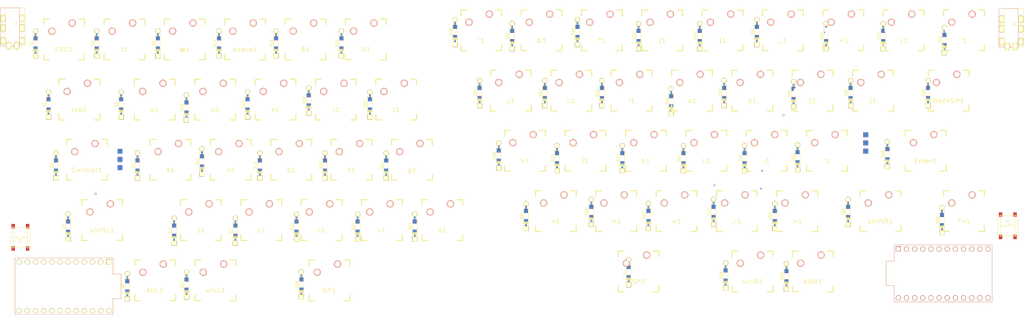
<source format=kicad_pcb>
(kicad_pcb (version 20171130) (host pcbnew "(5.0.0)")
  (layers (0 F.Cu signal) (31 B.Cu signal) (34 B.Paste user) (35 F.Paste user) (36 B.SilkS user) (37 F.SilkS user) (38 B.Mask user) (39 F.Mask user) (44 Edge.Cuts user))
  (net 0 "")
  (net 1 col1)
  (net 2 "Net-(!1-Pad2)")
  (net 3 "Net-($1-Pad2)")
  (net 4 "Net-(%1-Pad2)")
  (net 5 "Net-(&1-Pad2)")
  (net 6 col11)
  (net 7 "Net-('1-Pad2)")
  (net 8 "Net-((1-Pad2)")
  (net 9 "Net-()1-Pad2)")
  (net 10 "Net-(*1-Pad2)")
  (net 11 col12)
  (net 12 "Net-(+1-Pad2)")
  (net 13 "Net-(/1-Pad2)")
  (net 14 "Net-(;1-Pad2)")
  (net 15 "Net-(<1-Pad2)")
  (net 16 "Net-(>1-Pad2)")
  (net 17 "Net-(@1-Pad2)")
  (net 18 "Net-(D7-Pad2)")
  (net 19 "Net-(AltL1-Pad2)")
  (net 20 "Net-(AltR1-Pad2)")
  (net 21 "Net-(D24-Pad2)")
  (net 22 "Net-(BackSP1-Pad2)")
  (net 23 "Net-(D16-Pad2)")
  (net 24 "Net-(Control1-Pad2)")
  (net 25 "Net-(D1-Pad2)")
  (net 26 "Net-(D15-Pad2)")
  (net 27 "Net-(D2-Pad2)")
  (net 28 "Net-(D4-Pad2)")
  (net 29 "Net-(D6-Pad2)")
  (net 30 "Net-(D10-Pad2)")
  (net 31 "Net-(D11-Pad2)")
  (net 32 "Net-(D12-Pad2)")
  (net 33 "Net-(D13-Pad2)")
  (net 34 "Net-(D14-Pad2)")
  (net 35 "Net-(D19-Pad2)")
  (net 36 "Net-(D20-Pad2)")
  (net 37 "Net-(D23-Pad2)")
  (net 38 "Net-(D25-Pad2)")
  (net 39 "Net-(D26-Pad2)")
  (net 40 "Net-(D27-Pad2)")
  (net 41 "Net-(D28-Pad2)")
  (net 42 "Net-(D30-Pad2)")
  (net 43 "Net-(D32-Pad2)")
  (net 44 "Net-(D34-Pad2)")
  (net 45 "Net-(D38-Pad2)")
  (net 46 "Net-(D45-Pad2)")
  (net 47 "Net-(D48-Pad2)")
  (net 48 "Net-(D50-Pad2)")
  (net 49 "Net-(D55-Pad2)")
  (net 50 "Net-(D57-Pad2)")
  (net 51 "Net-(D60-Pad2)")
  (net 52 "Net-(D49-Pad2)")
  (net 53 "Net-(D43-Pad2)")
  (net 54 "Net-(D21-Pad2)")
  (net 55 "Net-(D17-Pad2)")
  (net 56 "Net-(D29-Pad2)")
  (net 57 "Net-(D33-Pad2)")
  (net 58 "Net-(D36-Pad2)")
  (net 59 "Net-(D37-Pad2)")
  (net 60 "Net-(D40-Pad2)")
  (net 61 "Net-(D41-Pad2)")
  (net 62 "Net-(D56-Pad2)")
  (net 63 "Net-(D59-Pad2)")
  (net 64 Rcol1)
  (net 65 Rcol4)
  (net 66 Rcol5)
  (net 67 Lcol7)
  (net 68 Lcol11)
  (net 69 Lcol9)
  (net 70 Lcol10)
  (net 71 Lcol8)
  (net 72 Lcol12)
  (net 73 Rcol2)
  (net 74 Lcol6)
  (net 75 Rcol6)
  (net 76 Lcol13)
  (net 77 Rcol0)
  (net 78 Rcol3)
  (net 79 Rrow0)
  (net 80 Rrow1)
  (net 81 Rrow2)
  (net 82 Rrow3)
  (net 83 Rrow4)
  (net 84 Lrow0)
  (net 85 Lrow1)
  (net 86 Lrow2)
  (net 87 Lrow3)
  (net 88 Lrow4)
  (net 89 "Net-(D61-Pad2)")
  (net 90 RGND)
  (net 91 LGND)
  (net 92 "Net-(J1-PadA)")
  (net 93 RVCC)
  (net 94 Rdate)
  (net 95 LVCC)
  (net 96 "Net-(J2-PadA)")
  (net 97 Ldate)
  (net 98 RLED)
  (net 99 LLED)
  (net 100 "Net-(U1-Pad22)")
  (net 101 "Net-(U2-Pad22)")
  (module "pro micro:ProMicro" (layer B.Cu) (at 212.852 126.365)
    (fp_text reference U2 hide)
    (fp_text value ProMicro)
    (pad 1 thru_hole rect (at -13.97 -7.62) (size 1.6 1.6) (drill 1.1) (layers *.Cu *.Mask B.SilkS) (net 99 LLED))
    (pad 2 thru_hole circle (at -11.43 -7.62) (size 1.6 1.6) (drill 1.1) (layers *.Cu *.Mask B.SilkS) (net 97 Ldate))
    (pad 3 thru_hole circle (at -8.89 -7.62) (size 1.6 1.6) (drill 1.1) (layers *.Cu *.Mask B.SilkS) (net 91 LGND))
    (pad 4 thru_hole circle (at -6.35 -7.62) (size 1.6 1.6) (drill 1.1) (layers *.Cu *.Mask B.SilkS) (net 91 LGND))
    (pad 5 thru_hole circle (at -3.81 -7.62) (size 1.6 1.6) (drill 1.1) (layers *.Cu *.Mask B.SilkS))
    (pad 6 thru_hole circle (at -1.27 -7.62) (size 1.6 1.6) (drill 1.1) (layers *.Cu *.Mask B.SilkS))
    (pad 7 thru_hole circle (at 1.27 -7.62) (size 1.6 1.6) (drill 1.1) (layers *.Cu *.Mask B.SilkS) (net 84 Lrow0))
    (pad 8 thru_hole circle (at 3.81 -7.62) (size 1.6 1.6) (drill 1.1) (layers *.Cu *.Mask B.SilkS) (net 85 Lrow1))
    (pad 9 thru_hole circle (at 6.35 -7.62) (size 1.6 1.6) (drill 1.1) (layers *.Cu *.Mask B.SilkS) (net 86 Lrow2))
    (pad 10 thru_hole circle (at 8.89 -7.62) (size 1.6 1.6) (drill 1.1) (layers *.Cu *.Mask B.SilkS) (net 87 Lrow3))
    (pad 11 thru_hole circle (at 11.43 -7.62) (size 1.6 1.6) (drill 1.1) (layers *.Cu *.Mask B.SilkS) (net 88 Lrow4))
    (pad 12 thru_hole circle (at 13.97 -7.62) (size 1.6 1.6) (drill 1.1) (layers *.Cu *.Mask B.SilkS))
    (pad 13 thru_hole circle (at 13.97 7.62) (size 1.6 1.6) (drill 1.1) (layers *.Cu *.Mask B.SilkS) (net 76 Lcol13))
    (pad 14 thru_hole circle (at 11.43 7.62) (size 1.6 1.6) (drill 1.1) (layers *.Cu *.Mask B.SilkS) (net 72 Lcol12))
    (pad 15 thru_hole circle (at 8.89 7.62) (size 1.6 1.6) (drill 1.1) (layers *.Cu *.Mask B.SilkS) (net 68 Lcol11))
    (pad 16 thru_hole circle (at 6.35 7.62) (size 1.6 1.6) (drill 1.1) (layers *.Cu *.Mask B.SilkS) (net 70 Lcol10))
    (pad 17 thru_hole circle (at 3.81 7.62) (size 1.6 1.6) (drill 1.1) (layers *.Cu *.Mask B.SilkS) (net 69 Lcol9))
    (pad 18 thru_hole circle (at 1.27 7.62) (size 1.6 1.6) (drill 1.1) (layers *.Cu *.Mask B.SilkS) (net 71 Lcol8))
    (pad 19 thru_hole circle (at -1.27 7.62) (size 1.6 1.6) (drill 1.1) (layers *.Cu *.Mask B.SilkS) (net 67 Lcol7))
    (pad 20 thru_hole circle (at -3.81 7.62) (size 1.6 1.6) (drill 1.1) (layers *.Cu *.Mask B.SilkS) (net 74 Lcol6))
    (pad 21 thru_hole circle (at -6.35 7.62) (size 1.6 1.6) (drill 1.1) (layers *.Cu *.Mask B.SilkS) (net 95 LVCC))
    (pad 22 thru_hole circle (at -8.89 7.62) (size 1.6 1.6) (drill 1.1) (layers *.Cu *.Mask B.SilkS) (net 101 "Net-(U2-Pad22)"))
    (pad 23 thru_hole circle (at -11.43 7.62) (size 1.6 1.6) (drill 1.1) (layers *.Cu *.Mask B.SilkS) (net 91 LGND))
    (pad 24 thru_hole circle (at -13.97 7.62) (size 1.6 1.6) (drill 1.1) (layers *.Cu *.Mask B.SilkS))
  )
  (module "pro micro:ProMicro" (layer F.Cu) (at -60.9854 130.4036 180)
    (fp_text reference U1 hide)
    (fp_text value ProMicro)
    (pad 1 thru_hole rect (at -13.97 7.62 180) (size 1.6 1.6) (drill 1.1) (layers *.Cu *.Mask F.SilkS) (net 98 RLED))
    (pad 2 thru_hole circle (at -11.43 7.62 180) (size 1.6 1.6) (drill 1.1) (layers *.Cu *.Mask F.SilkS) (net 94 Rdate))
    (pad 3 thru_hole circle (at -8.89 7.62 180) (size 1.6 1.6) (drill 1.1) (layers *.Cu *.Mask F.SilkS) (net 90 RGND))
    (pad 4 thru_hole circle (at -6.35 7.62 180) (size 1.6 1.6) (drill 1.1) (layers *.Cu *.Mask F.SilkS) (net 90 RGND))
    (pad 5 thru_hole circle (at -3.81 7.62 180) (size 1.6 1.6) (drill 1.1) (layers *.Cu *.Mask F.SilkS))
    (pad 6 thru_hole circle (at -1.27 7.62 180) (size 1.6 1.6) (drill 1.1) (layers *.Cu *.Mask F.SilkS))
    (pad 7 thru_hole circle (at 1.27 7.62 180) (size 1.6 1.6) (drill 1.1) (layers *.Cu *.Mask F.SilkS) (net 79 Rrow0))
    (pad 8 thru_hole circle (at 3.81 7.62 180) (size 1.6 1.6) (drill 1.1) (layers *.Cu *.Mask F.SilkS) (net 80 Rrow1))
    (pad 9 thru_hole circle (at 6.35 7.62 180) (size 1.6 1.6) (drill 1.1) (layers *.Cu *.Mask F.SilkS) (net 81 Rrow2))
    (pad 10 thru_hole circle (at 8.89 7.62 180) (size 1.6 1.6) (drill 1.1) (layers *.Cu *.Mask F.SilkS) (net 82 Rrow3))
    (pad 11 thru_hole circle (at 11.43 7.62 180) (size 1.6 1.6) (drill 1.1) (layers *.Cu *.Mask F.SilkS) (net 83 Rrow4))
    (pad 12 thru_hole circle (at 13.97 7.62 180) (size 1.6 1.6) (drill 1.1) (layers *.Cu *.Mask F.SilkS))
    (pad 13 thru_hole circle (at 13.97 -7.62 180) (size 1.6 1.6) (drill 1.1) (layers *.Cu *.Mask F.SilkS))
    (pad 14 thru_hole circle (at 11.43 -7.62 180) (size 1.6 1.6) (drill 1.1) (layers *.Cu *.Mask F.SilkS) (net 75 Rcol6))
    (pad 15 thru_hole circle (at 8.89 -7.62 180) (size 1.6 1.6) (drill 1.1) (layers *.Cu *.Mask F.SilkS) (net 66 Rcol5))
    (pad 16 thru_hole circle (at 6.35 -7.62 180) (size 1.6 1.6) (drill 1.1) (layers *.Cu *.Mask F.SilkS) (net 65 Rcol4))
    (pad 17 thru_hole circle (at 3.81 -7.62 180) (size 1.6 1.6) (drill 1.1) (layers *.Cu *.Mask F.SilkS) (net 78 Rcol3))
    (pad 18 thru_hole circle (at 1.27 -7.62 180) (size 1.6 1.6) (drill 1.1) (layers *.Cu *.Mask F.SilkS) (net 73 Rcol2))
    (pad 19 thru_hole circle (at -1.27 -7.62 180) (size 1.6 1.6) (drill 1.1) (layers *.Cu *.Mask F.SilkS) (net 64 Rcol1))
    (pad 20 thru_hole circle (at -3.81 -7.62 180) (size 1.6 1.6) (drill 1.1) (layers *.Cu *.Mask F.SilkS) (net 77 Rcol0))
    (pad 21 thru_hole circle (at -6.35 -7.62 180) (size 1.6 1.6) (drill 1.1) (layers *.Cu *.Mask F.SilkS) (net 93 RVCC))
    (pad 22 thru_hole circle (at -8.89 -7.62 180) (size 1.6 1.6) (drill 1.1) (layers *.Cu *.Mask F.SilkS) (net 100 "Net-(U1-Pad22)"))
    (pad 23 thru_hole circle (at -11.43 -7.62 180) (size 1.6 1.6) (drill 1.1) (layers *.Cu *.Mask F.SilkS) (net 90 RGND))
    (pad 24 thru_hole circle (at -13.97 -7.62 180) (size 1.6 1.6) (drill 1.1) (layers *.Cu *.Mask F.SilkS))
  )
  (module SeparateHHKB:MJ-4PP-9_rev2 (layer F.Cu) (at -76.0984 43.5229)
    (fp_text reference J1 (at 0 5) (layer F.SilkS) (effects (font (size 0.8 0.8))))
    (fp_text value MJ-4PP-9 hide)
    (pad A thru_hole oval (at -2.1 11.8) (size 1.7 2.5) (drill oval 1 1.5) (layers *.Cu *.Mask F.SilkS) (net 92 "Net-(J1-PadA)") (clearance 0.15))
    (pad D thru_hole oval (at 2.1 10.3) (size 1.7 2.5) (drill oval 1 1.5) (layers *.Cu *.Mask F.SilkS) (net 93 RVCC) (clearance 0.15))
    (pad C thru_hole oval (at 2.1 6.3) (size 1.7 2.5) (drill oval 1 1.5) (layers *.Cu *.Mask F.SilkS) (net 90 RGND))
    (pad B thru_hole oval (at 2.1 3.3) (size 1.7 2.5) (drill oval 1 1.5) (layers *.Cu *.Mask F.SilkS) (net 94 Rdate))
    (pad "" np_thru_hole circle (at 0 8.5) (size 1.2 1.2) (drill 1.2) (layers *.Cu *.Mask F.SilkS))
    (pad "" np_thru_hole circle (at 0 1.5) (size 1.2 1.2) (drill 1.2) (layers *.Cu *.Mask F.SilkS))
    (pad C thru_hole oval (at -3.85 6.3) (size 1.7 2.5) (drill oval 1 1.5) (layers *.Cu *.Mask F.SilkS) (net 90 RGND))
    (pad B thru_hole oval (at -3.85 3.3) (size 1.7 2.5) (drill oval 1 1.5) (layers *.Cu *.Mask F.SilkS) (net 94 Rdate))
    (pad A thru_hole oval (at 0.35 11.8) (size 1.7 2.5) (drill oval 1 1.5) (layers *.Cu *.Mask F.SilkS) (net 92 "Net-(J1-PadA)") (clearance 0.15))
    (pad D thru_hole oval (at -3.85 10.3) (size 1.7 2.5) (drill oval 1 1.5) (layers *.Cu *.Mask F.SilkS) (net 93 RVCC) (clearance 0.15))
    (pad "" np_thru_hole circle (at -1.75 1.5) (size 1.2 1.2) (drill 1.2) (layers *.Cu *.Mask F.SilkS))
    (pad "" np_thru_hole circle (at -1.75 8.5) (size 1.2 1.2) (drill 1.2) (layers *.Cu *.Mask F.SilkS))
  )
  (module SeparateHHKB:MJ-4PP-9_rev2 (layer F.Cu) (at 234.95 43.7515)
    (fp_text reference J2 (at 0 5) (layer F.SilkS) (effects (font (size 0.8 0.8))))
    (fp_text value MJ-4PP-9 hide)
    (pad "" np_thru_hole circle (at -1.75 8.5) (size 1.2 1.2) (drill 1.2) (layers *.Cu *.Mask F.SilkS))
    (pad "" np_thru_hole circle (at -1.75 1.5) (size 1.2 1.2) (drill 1.2) (layers *.Cu *.Mask F.SilkS))
    (pad D thru_hole oval (at -3.85 10.3) (size 1.7 2.5) (drill oval 1 1.5) (layers *.Cu *.Mask F.SilkS) (net 95 LVCC) (clearance 0.15))
    (pad A thru_hole oval (at 0.35 11.8) (size 1.7 2.5) (drill oval 1 1.5) (layers *.Cu *.Mask F.SilkS) (net 96 "Net-(J2-PadA)") (clearance 0.15))
    (pad B thru_hole oval (at -3.85 3.3) (size 1.7 2.5) (drill oval 1 1.5) (layers *.Cu *.Mask F.SilkS) (net 97 Ldate))
    (pad C thru_hole oval (at -3.85 6.3) (size 1.7 2.5) (drill oval 1 1.5) (layers *.Cu *.Mask F.SilkS) (net 91 LGND))
    (pad "" np_thru_hole circle (at 0 1.5) (size 1.2 1.2) (drill 1.2) (layers *.Cu *.Mask F.SilkS))
    (pad "" np_thru_hole circle (at 0 8.5) (size 1.2 1.2) (drill 1.2) (layers *.Cu *.Mask F.SilkS))
    (pad B thru_hole oval (at 2.1 3.3) (size 1.7 2.5) (drill oval 1 1.5) (layers *.Cu *.Mask F.SilkS) (net 97 Ldate))
    (pad C thru_hole oval (at 2.1 6.3) (size 1.7 2.5) (drill oval 1 1.5) (layers *.Cu *.Mask F.SilkS) (net 91 LGND))
    (pad D thru_hole oval (at 2.1 10.3) (size 1.7 2.5) (drill oval 1 1.5) (layers *.Cu *.Mask F.SilkS) (net 95 LVCC) (clearance 0.15))
    (pad A thru_hole oval (at -2.1 11.8) (size 1.7 2.5) (drill oval 1 1.5) (layers *.Cu *.Mask F.SilkS) (net 96 "Net-(J2-PadA)") (clearance 0.15))
  )
  (module SeparateHHKB:StripLED_rev (layer F.Cu) (at -43.561 88.2777)
    (fp_text reference p2 hide)
    (fp_text value 3pin hide)
    (pad 3 smd rect (at 0 0) (size 1.524 1.524) (layers B.Cu B.Paste B.Mask) (net 90 RGND))
    (pad 2 smd rect (at 0 2.54) (size 1.524 1.524) (layers B.Cu B.Paste B.Mask) (net 98 RLED))
    (pad 1 smd rect (at 0 5.08) (size 1.524 1.524) (layers B.Cu B.Paste B.Mask) (net 93 RVCC))
    (pad 1 smd rect (at 0 0) (size 1.524 1.524) (layers F.Cu F.Paste F.Mask) (net 93 RVCC))
    (pad 2 smd rect (at 0 2.54) (size 1.524 1.524) (layers F.Cu F.Paste F.Mask) (net 98 RLED))
    (pad 3 smd rect (at 0 5.08) (size 1.524 1.524) (layers F.Cu F.Paste F.Mask) (net 90 RGND))
  )
  (module SeparateHHKB:StripLED_rev (layer F.Cu) (at 188.722 83.1215)
    (fp_text reference p3 hide)
    (fp_text value 3pin hide)
    (pad 3 smd rect (at 0 5.08) (size 1.524 1.524) (layers F.Cu F.Paste F.Mask) (net 95 LVCC))
    (pad 2 smd rect (at 0 2.54) (size 1.524 1.524) (layers F.Cu F.Paste F.Mask) (net 99 LLED))
    (pad 1 smd rect (at 0 0) (size 1.524 1.524) (layers F.Cu F.Paste F.Mask) (net 91 LGND))
    (pad 1 smd rect (at 0 5.08) (size 1.524 1.524) (layers B.Cu B.Paste B.Mask) (net 91 LGND))
    (pad 2 smd rect (at 0 2.54) (size 1.524 1.524) (layers B.Cu B.Paste B.Mask) (net 99 LLED))
    (pad 3 smd rect (at 0 0) (size 1.524 1.524) (layers B.Cu B.Paste B.Mask) (net 95 LVCC))
  )
  (module keyboard:TSHA-T-2.5B2-19E] (layer F.Cu) (at -74.5744 115.1128 90)
    (fp_text reference s2 (at -0.889 -0.127 90) (layer F.SilkS))
    (fp_text value sw)
    (pad 4 smd rect (at 3.475 2.25 180) (size 1.05 1.4) (layers F.Cu F.Paste F.Mask) (net 100 "Net-(U1-Pad22)"))
    (pad 1 smd rect (at -3.475 -2.25 180) (size 1.05 1.4) (layers F.Cu F.Paste F.Mask) (net 90 RGND))
    (pad 2 smd rect (at 3.475 -2.25 180) (size 1.05 1.4) (layers F.Cu F.Paste F.Mask))
    (pad 3 smd rect (at -3.475 2.25 180) (size 1.05 1.4) (layers F.Cu F.Paste F.Mask))
  )
  (module keyboard:TSHA-T-2.5B2-19E] (layer F.Cu) (at 232.9815 111.506 270)
    (fp_text reference s3 (at -0.889 -0.127 270) (layer F.SilkS))
    (fp_text value sw)
    (pad 3 smd rect (at -3.475 2.25) (size 1.05 1.4) (layers F.Cu F.Paste F.Mask))
    (pad 2 smd rect (at 3.475 -2.25) (size 1.05 1.4) (layers F.Cu F.Paste F.Mask))
    (pad 1 smd rect (at -3.475 -2.25) (size 1.05 1.4) (layers F.Cu F.Paste F.Mask) (net 91 LGND))
    (pad 4 smd rect (at 3.475 2.25) (size 1.05 1.4) (layers F.Cu F.Paste F.Mask) (net 101 "Net-(U2-Pad22)"))
  )
  (module keyboard:MX_PCB_100H (layer F.Cu) (at -42.164 53.34)
    (fp_text reference !1 (at 0 3.175) (layer F.SilkS) (effects (font (size 1.27 1.524) (thickness 0.2032))))
    (fp_text value SW_DIP_x01 hide)
    (pad 1 thru_hole circle (at 2.54 -5.08) (size 2.286 2.286) (drill 1.4986) (layers *.Cu *.SilkS *.Mask) (net 64 Rcol1))
    (pad 2 thru_hole circle (at -3.81 -2.54) (size 2.286 2.286) (drill 1.4986) (layers *.Cu *.SilkS *.Mask) (net 2 "Net-(!1-Pad2)"))
    (pad HOLE np_thru_hole circle (at 0 0) (size 3.9878 3.9878) (drill 3.9878) (layers *.Cu))
    (pad HOLE np_thru_hole circle (at -5.08 0) (size 1.8 1.8) (drill 1.8) (layers *.Cu))
    (pad HOLE np_thru_hole circle (at 5.08 0) (size 1.8 1.8) (drill 1.8) (layers *.Cu))
  )
  (module keyboard:MX_PCB_100H (layer F.Cu) (at 14.224 53.34)
    (fp_text reference $1 (at 0 3.175) (layer F.SilkS) (effects (font (size 1.27 1.524) (thickness 0.2032))))
    (fp_text value SW_DIP_x01 hide)
    (pad HOLE np_thru_hole circle (at 5.08 0) (size 1.8 1.8) (drill 1.8) (layers *.Cu))
    (pad HOLE np_thru_hole circle (at -5.08 0) (size 1.8 1.8) (drill 1.8) (layers *.Cu))
    (pad HOLE np_thru_hole circle (at 0 0) (size 3.9878 3.9878) (drill 3.9878) (layers *.Cu))
    (pad 2 thru_hole circle (at -3.81 -2.54) (size 2.286 2.286) (drill 1.4986) (layers *.Cu *.SilkS *.Mask) (net 3 "Net-($1-Pad2)"))
    (pad 1 thru_hole circle (at 2.54 -5.08) (size 2.286 2.286) (drill 1.4986) (layers *.Cu *.SilkS *.Mask) (net 65 Rcol4))
  )
  (module keyboard:MX_PCB_100H (layer F.Cu) (at 33.02 53.34)
    (fp_text reference %1 (at 0 3.175) (layer F.SilkS) (effects (font (size 1.27 1.524) (thickness 0.2032))))
    (fp_text value SW_DIP_x01 hide)
    (pad 1 thru_hole circle (at 2.54 -5.08) (size 2.286 2.286) (drill 1.4986) (layers *.Cu *.SilkS *.Mask) (net 66 Rcol5))
    (pad 2 thru_hole circle (at -3.81 -2.54) (size 2.286 2.286) (drill 1.4986) (layers *.Cu *.SilkS *.Mask) (net 4 "Net-(%1-Pad2)"))
    (pad HOLE np_thru_hole circle (at 0 0) (size 3.9878 3.9878) (drill 3.9878) (layers *.Cu))
    (pad HOLE np_thru_hole circle (at -5.08 0) (size 1.8 1.8) (drill 1.8) (layers *.Cu))
    (pad HOLE np_thru_hole circle (at 5.08 0) (size 1.8 1.8) (drill 1.8) (layers *.Cu))
  )
  (module keyboard:MX_PCB_100H (layer F.Cu) (at 87.757 50.546)
    (fp_text reference &1 (at 0 3.175) (layer F.SilkS) (effects (font (size 1.27 1.524) (thickness 0.2032))))
    (fp_text value SW_DIP_x01 hide)
    (pad 1 thru_hole circle (at 2.54 -5.08) (size 2.286 2.286) (drill 1.4986) (layers *.Cu *.SilkS *.Mask) (net 67 Lcol7))
    (pad 2 thru_hole circle (at -3.81 -2.54) (size 2.286 2.286) (drill 1.4986) (layers *.Cu *.SilkS *.Mask) (net 5 "Net-(&1-Pad2)"))
    (pad HOLE np_thru_hole circle (at 0 0) (size 3.9878 3.9878) (drill 3.9878) (layers *.Cu))
    (pad HOLE np_thru_hole circle (at -5.08 0) (size 1.8 1.8) (drill 1.8) (layers *.Cu))
    (pad HOLE np_thru_hole circle (at 5.08 0) (size 1.8 1.8) (drill 1.8) (layers *.Cu))
  )
  (module keyboard:MX_PCB_100H (layer F.Cu) (at 176.657 88.138)
    (fp_text reference '1 (at 0 3.175) (layer F.SilkS) (effects (font (size 1.27 1.524) (thickness 0.2032))))
    (fp_text value SW_DIP_x01 hide)
    (pad 1 thru_hole circle (at 2.54 -5.08) (size 2.286 2.286) (drill 1.4986) (layers *.Cu *.SilkS *.Mask) (net 68 Lcol11))
    (pad 2 thru_hole circle (at -3.81 -2.54) (size 2.286 2.286) (drill 1.4986) (layers *.Cu *.SilkS *.Mask) (net 7 "Net-('1-Pad2)"))
    (pad HOLE np_thru_hole circle (at 0 0) (size 3.9878 3.9878) (drill 3.9878) (layers *.Cu))
    (pad HOLE np_thru_hole circle (at -5.08 0) (size 1.8 1.8) (drill 1.8) (layers *.Cu))
    (pad HOLE np_thru_hole circle (at 5.08 0) (size 1.8 1.8) (drill 1.8) (layers *.Cu))
  )
  (module keyboard:MX_PCB_100H (layer F.Cu) (at 125.349 50.546)
    (fp_text reference "(1" (at 0 3.175) (layer F.SilkS) (effects (font (size 1.27 1.524) (thickness 0.2032))))
    (fp_text value SW_DIP_x01 hide)
    (pad HOLE np_thru_hole circle (at 5.08 0) (size 1.8 1.8) (drill 1.8) (layers *.Cu))
    (pad HOLE np_thru_hole circle (at -5.08 0) (size 1.8 1.8) (drill 1.8) (layers *.Cu))
    (pad HOLE np_thru_hole circle (at 0 0) (size 3.9878 3.9878) (drill 3.9878) (layers *.Cu))
    (pad 2 thru_hole circle (at -3.81 -2.54) (size 2.286 2.286) (drill 1.4986) (layers *.Cu *.SilkS *.Mask) (net 8 "Net-((1-Pad2)"))
    (pad 1 thru_hole circle (at 2.54 -5.08) (size 2.286 2.286) (drill 1.4986) (layers *.Cu *.SilkS *.Mask) (net 69 Lcol9))
  )
  (module keyboard:MX_PCB_100H (layer F.Cu) (at 144.145 50.546)
    (fp_text reference ")1" (at 0 3.175) (layer F.SilkS) (effects (font (size 1.27 1.524) (thickness 0.2032))))
    (fp_text value SW_DIP_x01 hide)
    (pad 1 thru_hole circle (at 2.54 -5.08) (size 2.286 2.286) (drill 1.4986) (layers *.Cu *.SilkS *.Mask) (net 70 Lcol10))
    (pad 2 thru_hole circle (at -3.81 -2.54) (size 2.286 2.286) (drill 1.4986) (layers *.Cu *.SilkS *.Mask) (net 9 "Net-()1-Pad2)"))
    (pad HOLE np_thru_hole circle (at 0 0) (size 3.9878 3.9878) (drill 3.9878) (layers *.Cu))
    (pad HOLE np_thru_hole circle (at -5.08 0) (size 1.8 1.8) (drill 1.8) (layers *.Cu))
    (pad HOLE np_thru_hole circle (at 5.08 0) (size 1.8 1.8) (drill 1.8) (layers *.Cu))
  )
  (module keyboard:MX_PCB_100H (layer F.Cu) (at 106.553 50.546)
    (fp_text reference *1 (at 0 3.175) (layer F.SilkS) (effects (font (size 1.27 1.524) (thickness 0.2032))))
    (fp_text value SW_DIP_x01 hide)
    (pad HOLE np_thru_hole circle (at 5.08 0) (size 1.8 1.8) (drill 1.8) (layers *.Cu))
    (pad HOLE np_thru_hole circle (at -5.08 0) (size 1.8 1.8) (drill 1.8) (layers *.Cu))
    (pad HOLE np_thru_hole circle (at 0 0) (size 3.9878 3.9878) (drill 3.9878) (layers *.Cu))
    (pad 2 thru_hole circle (at -3.81 -2.54) (size 2.286 2.286) (drill 1.4986) (layers *.Cu *.SilkS *.Mask) (net 10 "Net-(*1-Pad2)"))
    (pad 1 thru_hole circle (at 2.54 -5.08) (size 2.286 2.286) (drill 1.4986) (layers *.Cu *.SilkS *.Mask) (net 71 Lcol8))
  )
  (module keyboard:MX_PCB_100H (layer F.Cu) (at 181.737 50.546)
    (fp_text reference +1 (at 0 3.175) (layer F.SilkS) (effects (font (size 1.27 1.524) (thickness 0.2032))))
    (fp_text value SW_DIP_x01 hide)
    (pad HOLE np_thru_hole circle (at 5.08 0) (size 1.8 1.8) (drill 1.8) (layers *.Cu))
    (pad HOLE np_thru_hole circle (at -5.08 0) (size 1.8 1.8) (drill 1.8) (layers *.Cu))
    (pad HOLE np_thru_hole circle (at 0 0) (size 3.9878 3.9878) (drill 3.9878) (layers *.Cu))
    (pad 2 thru_hole circle (at -3.81 -2.54) (size 2.286 2.286) (drill 1.4986) (layers *.Cu *.SilkS *.Mask) (net 12 "Net-(+1-Pad2)"))
    (pad 1 thru_hole circle (at 2.54 -5.08) (size 2.286 2.286) (drill 1.4986) (layers *.Cu *.SilkS *.Mask) (net 72 Lcol12))
  )
  (module keyboard:MX_PCB_100H (layer F.Cu) (at 148.59 106.934)
    (fp_text reference /1 (at 0 3.175) (layer F.SilkS) (effects (font (size 1.27 1.524) (thickness 0.2032))))
    (fp_text value SW_DIP_x01 hide)
    (pad HOLE np_thru_hole circle (at 5.08 0) (size 1.8 1.8) (drill 1.8) (layers *.Cu))
    (pad HOLE np_thru_hole circle (at -5.08 0) (size 1.8 1.8) (drill 1.8) (layers *.Cu))
    (pad HOLE np_thru_hole circle (at 0 0) (size 3.9878 3.9878) (drill 3.9878) (layers *.Cu))
    (pad 2 thru_hole circle (at -3.81 -2.54) (size 2.286 2.286) (drill 1.4986) (layers *.Cu *.SilkS *.Mask) (net 13 "Net-(/1-Pad2)"))
    (pad 1 thru_hole circle (at 2.54 -5.08) (size 2.286 2.286) (drill 1.4986) (layers *.Cu *.SilkS *.Mask) (net 68 Lcol11))
  )
  (module keyboard:MX_PCB_100H (layer F.Cu) (at 157.861 88.138)
    (fp_text reference ;1 (at 0 3.175) (layer F.SilkS) (effects (font (size 1.27 1.524) (thickness 0.2032))))
    (fp_text value SW_DIP_x01 hide)
    (pad 1 thru_hole circle (at 2.54 -5.08) (size 2.286 2.286) (drill 1.4986) (layers *.Cu *.SilkS *.Mask) (net 70 Lcol10))
    (pad 2 thru_hole circle (at -3.81 -2.54) (size 2.286 2.286) (drill 1.4986) (layers *.Cu *.SilkS *.Mask) (net 14 "Net-(;1-Pad2)"))
    (pad HOLE np_thru_hole circle (at 0 0) (size 3.9878 3.9878) (drill 3.9878) (layers *.Cu))
    (pad HOLE np_thru_hole circle (at -5.08 0) (size 1.8 1.8) (drill 1.8) (layers *.Cu))
    (pad HOLE np_thru_hole circle (at 5.08 0) (size 1.8 1.8) (drill 1.8) (layers *.Cu))
  )
  (module keyboard:MX_PCB_100H (layer F.Cu) (at 129.794 106.934)
    (fp_text reference <1 (at 0 3.175) (layer F.SilkS) (effects (font (size 1.27 1.524) (thickness 0.2032))))
    (fp_text value SW_DIP_x01 hide)
    (pad HOLE np_thru_hole circle (at 5.08 0) (size 1.8 1.8) (drill 1.8) (layers *.Cu))
    (pad HOLE np_thru_hole circle (at -5.08 0) (size 1.8 1.8) (drill 1.8) (layers *.Cu))
    (pad HOLE np_thru_hole circle (at 0 0) (size 3.9878 3.9878) (drill 3.9878) (layers *.Cu))
    (pad 2 thru_hole circle (at -3.81 -2.54) (size 2.286 2.286) (drill 1.4986) (layers *.Cu *.SilkS *.Mask) (net 15 "Net-(<1-Pad2)"))
    (pad 1 thru_hole circle (at 2.54 -5.08) (size 2.286 2.286) (drill 1.4986) (layers *.Cu *.SilkS *.Mask) (net 69 Lcol9))
  )
  (module keyboard:MX_PCB_100H (layer F.Cu) (at 167.386 106.934)
    (fp_text reference >1 (at 0 3.175) (layer F.SilkS) (effects (font (size 1.27 1.524) (thickness 0.2032))))
    (fp_text value SW_DIP_x01 hide)
    (pad 1 thru_hole circle (at 2.54 -5.08) (size 2.286 2.286) (drill 1.4986) (layers *.Cu *.SilkS *.Mask) (net 70 Lcol10))
    (pad 2 thru_hole circle (at -3.81 -2.54) (size 2.286 2.286) (drill 1.4986) (layers *.Cu *.SilkS *.Mask) (net 16 "Net-(>1-Pad2)"))
    (pad HOLE np_thru_hole circle (at 0 0) (size 3.9878 3.9878) (drill 3.9878) (layers *.Cu))
    (pad HOLE np_thru_hole circle (at -5.08 0) (size 1.8 1.8) (drill 1.8) (layers *.Cu))
    (pad HOLE np_thru_hole circle (at 5.08 0) (size 1.8 1.8) (drill 1.8) (layers *.Cu))
  )
  (module keyboard:MX_PCB_100H (layer F.Cu) (at -23.368 53.34)
    (fp_text reference @1 (at 0 3.175) (layer F.SilkS) (effects (font (size 1.27 1.524) (thickness 0.2032))))
    (fp_text value SW_DIP_x01 hide)
    (pad 1 thru_hole circle (at 2.54 -5.08) (size 2.286 2.286) (drill 1.4986) (layers *.Cu *.SilkS *.Mask) (net 73 Rcol2))
    (pad 2 thru_hole circle (at -3.81 -2.54) (size 2.286 2.286) (drill 1.4986) (layers *.Cu *.SilkS *.Mask) (net 17 "Net-(@1-Pad2)"))
    (pad HOLE np_thru_hole circle (at 0 0) (size 3.9878 3.9878) (drill 3.9878) (layers *.Cu))
    (pad HOLE np_thru_hole circle (at -5.08 0) (size 1.8 1.8) (drill 1.8) (layers *.Cu))
    (pad HOLE np_thru_hole circle (at 5.08 0) (size 1.8 1.8) (drill 1.8) (layers *.Cu))
  )
  (module keyboard:MX_PCB_100H (layer F.Cu) (at 172.212 69.342)
    (fp_text reference [1 (at 0 3.175) (layer F.SilkS) (effects (font (size 1.27 1.524) (thickness 0.2032))))
    (fp_text value SW_DIP_x01 hide)
    (pad HOLE np_thru_hole circle (at 5.08 0) (size 1.8 1.8) (drill 1.8) (layers *.Cu))
    (pad HOLE np_thru_hole circle (at -5.08 0) (size 1.8 1.8) (drill 1.8) (layers *.Cu))
    (pad HOLE np_thru_hole circle (at 0 0) (size 3.9878 3.9878) (drill 3.9878) (layers *.Cu))
    (pad 2 thru_hole circle (at -3.81 -2.54) (size 2.286 2.286) (drill 1.4986) (layers *.Cu *.SilkS *.Mask) (net 48 "Net-(D50-Pad2)"))
    (pad 1 thru_hole circle (at 2.54 -5.08) (size 2.286 2.286) (drill 1.4986) (layers *.Cu *.SilkS *.Mask) (net 68 Lcol11))
  )
  (module keyboard:MX_PCB_100H (layer F.Cu) (at 191.008 69.342)
    (fp_text reference ]1 (at 0 3.175) (layer F.SilkS) (effects (font (size 1.27 1.524) (thickness 0.2032))))
    (fp_text value SW_DIP_x01 hide)
    (pad HOLE np_thru_hole circle (at 5.08 0) (size 1.8 1.8) (drill 1.8) (layers *.Cu))
    (pad HOLE np_thru_hole circle (at -5.08 0) (size 1.8 1.8) (drill 1.8) (layers *.Cu))
    (pad HOLE np_thru_hole circle (at 0 0) (size 3.9878 3.9878) (drill 3.9878) (layers *.Cu))
    (pad 2 thru_hole circle (at -3.81 -2.54) (size 2.286 2.286) (drill 1.4986) (layers *.Cu *.SilkS *.Mask) (net 49 "Net-(D55-Pad2)"))
    (pad 1 thru_hole circle (at 2.54 -5.08) (size 2.286 2.286) (drill 1.4986) (layers *.Cu *.SilkS *.Mask) (net 72 Lcol12))
  )
  (module keyboard:MX_PCB_100H (layer F.Cu) (at 68.961 50.546)
    (fp_text reference ^1 (at 0 3.175) (layer F.SilkS) (effects (font (size 1.27 1.524) (thickness 0.2032))))
    (fp_text value SW_DIP_x01 hide)
    (pad 1 thru_hole circle (at 2.54 -5.08) (size 2.286 2.286) (drill 1.4986) (layers *.Cu *.SilkS *.Mask) (net 74 Lcol6))
    (pad 2 thru_hole circle (at -3.81 -2.54) (size 2.286 2.286) (drill 1.4986) (layers *.Cu *.SilkS *.Mask) (net 41 "Net-(D28-Pad2)"))
    (pad HOLE np_thru_hole circle (at 0 0) (size 3.9878 3.9878) (drill 3.9878) (layers *.Cu))
    (pad HOLE np_thru_hole circle (at -5.08 0) (size 1.8 1.8) (drill 1.8) (layers *.Cu))
    (pad HOLE np_thru_hole circle (at 5.08 0) (size 1.8 1.8) (drill 1.8) (layers *.Cu))
  )
  (module keyboard:MX_PCB_100H (layer F.Cu) (at 162.941 50.546)
    (fp_text reference _1 (at 0 3.175) (layer F.SilkS) (effects (font (size 1.27 1.524) (thickness 0.2032))))
    (fp_text value SW_DIP_x01 hide)
    (pad 1 thru_hole circle (at 2.54 -5.08) (size 2.286 2.286) (drill 1.4986) (layers *.Cu *.SilkS *.Mask) (net 68 Lcol11))
    (pad 2 thru_hole circle (at -3.81 -2.54) (size 2.286 2.286) (drill 1.4986) (layers *.Cu *.SilkS *.Mask) (net 52 "Net-(D49-Pad2)"))
    (pad HOLE np_thru_hole circle (at 0 0) (size 3.9878 3.9878) (drill 3.9878) (layers *.Cu))
    (pad HOLE np_thru_hole circle (at -5.08 0) (size 1.8 1.8) (drill 1.8) (layers *.Cu))
    (pad HOLE np_thru_hole circle (at 5.08 0) (size 1.8 1.8) (drill 1.8) (layers *.Cu))
  )
  (module keyboard:MX_PCB_100H (layer F.Cu) (at 219.329 50.546)
    (fp_text reference `1 (at 0 3.175) (layer F.SilkS) (effects (font (size 1.27 1.524) (thickness 0.2032))))
    (fp_text value SW_DIP_x01 hide)
    (pad 1 thru_hole circle (at 2.54 -5.08) (size 2.286 2.286) (drill 1.4986) (layers *.Cu *.SilkS *.Mask) (net 69 Lcol9))
    (pad 2 thru_hole circle (at -3.81 -2.54) (size 2.286 2.286) (drill 1.4986) (layers *.Cu *.SilkS *.Mask) (net 53 "Net-(D43-Pad2)"))
    (pad HOLE np_thru_hole circle (at 0 0) (size 3.9878 3.9878) (drill 3.9878) (layers *.Cu))
    (pad HOLE np_thru_hole circle (at -5.08 0) (size 1.8 1.8) (drill 1.8) (layers *.Cu))
    (pad HOLE np_thru_hole circle (at 5.08 0) (size 1.8 1.8) (drill 1.8) (layers *.Cu))
  )
  (module keyboard:MX_PCB_100H (layer F.Cu) (at -27.8765 90.932)
    (fp_text reference a1 (at 0 3.175) (layer F.SilkS) (effects (font (size 1.27 1.524) (thickness 0.2032))))
    (fp_text value SW_DIP_x01 hide)
    (pad HOLE np_thru_hole circle (at 5.08 0) (size 1.8 1.8) (drill 1.8) (layers *.Cu))
    (pad HOLE np_thru_hole circle (at -5.08 0) (size 1.8 1.8) (drill 1.8) (layers *.Cu))
    (pad HOLE np_thru_hole circle (at 0 0) (size 3.9878 3.9878) (drill 3.9878) (layers *.Cu))
    (pad 2 thru_hole circle (at -3.81 -2.54) (size 2.286 2.286) (drill 1.4986) (layers *.Cu *.SilkS *.Mask) (net 18 "Net-(D7-Pad2)"))
    (pad 1 thru_hole circle (at 2.54 -5.08) (size 2.286 2.286) (drill 1.4986) (layers *.Cu *.SilkS *.Mask) (net 64 Rcol1))
  )
  (module keyboard:MX_PCB_100H (layer F.Cu) (at 56.8325 109.728)
    (fp_text reference b1 (at 0 3.175) (layer F.SilkS) (effects (font (size 1.27 1.524) (thickness 0.2032))))
    (fp_text value SW_DIP_x01 hide)
    (pad HOLE np_thru_hole circle (at 5.08 0) (size 1.8 1.8) (drill 1.8) (layers *.Cu))
    (pad HOLE np_thru_hole circle (at -5.08 0) (size 1.8 1.8) (drill 1.8) (layers *.Cu))
    (pad HOLE np_thru_hole circle (at 0 0) (size 3.9878 3.9878) (drill 3.9878) (layers *.Cu))
    (pad 2 thru_hole circle (at -3.81 -2.54) (size 2.286 2.286) (drill 1.4986) (layers *.Cu *.SilkS *.Mask) (net 40 "Net-(D27-Pad2)"))
    (pad 1 thru_hole circle (at 2.54 -5.08) (size 2.286 2.286) (drill 1.4986) (layers *.Cu *.SilkS *.Mask) (net 75 Rcol6))
  )
  (module keyboard:MX_PCB_100H (layer F.Cu) (at 19.2405 109.728)
    (fp_text reference c1 (at 0 3.175) (layer F.SilkS) (effects (font (size 1.27 1.524) (thickness 0.2032))))
    (fp_text value SW_DIP_x01 hide)
    (pad 1 thru_hole circle (at 2.54 -5.08) (size 2.286 2.286) (drill 1.4986) (layers *.Cu *.SilkS *.Mask) (net 65 Rcol4))
    (pad 2 thru_hole circle (at -3.81 -2.54) (size 2.286 2.286) (drill 1.4986) (layers *.Cu *.SilkS *.Mask) (net 54 "Net-(D21-Pad2)"))
    (pad HOLE np_thru_hole circle (at 0 0) (size 3.9878 3.9878) (drill 3.9878) (layers *.Cu))
    (pad HOLE np_thru_hole circle (at -5.08 0) (size 1.8 1.8) (drill 1.8) (layers *.Cu))
    (pad HOLE np_thru_hole circle (at 5.08 0) (size 1.8 1.8) (drill 1.8) (layers *.Cu))
  )
  (module keyboard:Diode-dual (layer F.Cu) (at -69.85 54.61 270)
    (fp_text reference D1 (at -0.0254 1.4 270) (layer F.SilkS) (effects (font (size 0.8 0.8))))
    (fp_text value D hide)
    (pad 2 smd rect (at -2.7 0 270) (size 2.5 0.5) (layers B.Cu) (net 25 "Net-(D1-Pad2)"))
    (pad 2 smd rect (at -1.575 0 270) (size 1.2 1.2) (layers B.Cu B.Paste B.Mask) (net 25 "Net-(D1-Pad2)"))
    (pad 1 smd rect (at 1.575 0 270) (size 1.2 1.2) (layers B.Cu B.Paste B.Mask) (net 79 Rrow0))
    (pad 1 smd rect (at 2.7 0 270) (size 2.5 0.5) (layers B.Cu) (net 79 Rrow0))
    (pad 1 smd rect (at 1.575 0 270) (size 1.2 1.2) (layers F.Cu F.Paste F.Mask) (net 79 Rrow0))
    (pad 2 smd rect (at -1.575 0 270) (size 1.2 1.2) (layers F.Cu F.Paste F.Mask) (net 25 "Net-(D1-Pad2)"))
    (pad 2 thru_hole circle (at -3.9 0 270) (size 1.6 1.6) (drill 1) (layers *.Cu *.Mask F.SilkS) (net 25 "Net-(D1-Pad2)"))
    (pad 1 thru_hole rect (at 3.9 0 270) (size 1.6 1.6) (drill 1) (layers *.Cu *.Mask F.SilkS) (net 79 Rrow0))
    (pad 2 smd rect (at -2.7 0 270) (size 2.5 0.5) (layers F.Cu) (net 25 "Net-(D1-Pad2)"))
    (pad 1 smd rect (at 2.7 0 270) (size 2.5 0.5) (layers F.Cu) (net 79 Rrow0))
  )
  (module keyboard:MX_PCB_100H (layer F.Cu) (at 9.779 90.932)
    (fp_text reference d1 (at 0 3.175) (layer F.SilkS) (effects (font (size 1.27 1.524) (thickness 0.2032))))
    (fp_text value SW_DIP_x01 hide)
    (pad HOLE np_thru_hole circle (at 5.08 0) (size 1.8 1.8) (drill 1.8) (layers *.Cu))
    (pad HOLE np_thru_hole circle (at -5.08 0) (size 1.8 1.8) (drill 1.8) (layers *.Cu))
    (pad HOLE np_thru_hole circle (at 0 0) (size 3.9878 3.9878) (drill 3.9878) (layers *.Cu))
    (pad 2 thru_hole circle (at -3.81 -2.54) (size 2.286 2.286) (drill 1.4986) (layers *.Cu *.SilkS *.Mask) (net 23 "Net-(D16-Pad2)"))
    (pad 1 thru_hole circle (at 2.54 -5.08) (size 2.286 2.286) (drill 1.4986) (layers *.Cu *.SilkS *.Mask) (net 78 Rcol3))
  )
  (module keyboard:Diode-dual (layer F.Cu) (at -65.786 73.66 270)
    (fp_text reference D2 (at -0.0254 1.4 270) (layer F.SilkS) (effects (font (size 0.8 0.8))))
    (fp_text value D hide)
    (pad 1 smd rect (at 2.7 0 270) (size 2.5 0.5) (layers F.Cu) (net 80 Rrow1))
    (pad 2 smd rect (at -2.7 0 270) (size 2.5 0.5) (layers F.Cu) (net 27 "Net-(D2-Pad2)"))
    (pad 1 thru_hole rect (at 3.9 0 270) (size 1.6 1.6) (drill 1) (layers *.Cu *.Mask F.SilkS) (net 80 Rrow1))
    (pad 2 thru_hole circle (at -3.9 0 270) (size 1.6 1.6) (drill 1) (layers *.Cu *.Mask F.SilkS) (net 27 "Net-(D2-Pad2)"))
    (pad 2 smd rect (at -1.575 0 270) (size 1.2 1.2) (layers F.Cu F.Paste F.Mask) (net 27 "Net-(D2-Pad2)"))
    (pad 1 smd rect (at 1.575 0 270) (size 1.2 1.2) (layers F.Cu F.Paste F.Mask) (net 80 Rrow1))
    (pad 1 smd rect (at 2.7 0 270) (size 2.5 0.5) (layers B.Cu) (net 80 Rrow1))
    (pad 1 smd rect (at 1.575 0 270) (size 1.2 1.2) (layers B.Cu B.Paste B.Mask) (net 80 Rrow1))
    (pad 2 smd rect (at -1.575 0 270) (size 1.2 1.2) (layers B.Cu B.Paste B.Mask) (net 27 "Net-(D2-Pad2)"))
    (pad 2 smd rect (at -2.7 0 270) (size 2.5 0.5) (layers B.Cu) (net 27 "Net-(D2-Pad2)"))
  )
  (module keyboard:Diode-dual (layer F.Cu) (at -63.5 92.71 270)
    (fp_text reference D3 (at -0.0254 1.4 270) (layer F.SilkS) (effects (font (size 0.8 0.8))))
    (fp_text value D hide)
    (pad 2 smd rect (at -2.7 0 270) (size 2.5 0.5) (layers B.Cu) (net 24 "Net-(Control1-Pad2)"))
    (pad 2 smd rect (at -1.575 0 270) (size 1.2 1.2) (layers B.Cu B.Paste B.Mask) (net 24 "Net-(Control1-Pad2)"))
    (pad 1 smd rect (at 1.575 0 270) (size 1.2 1.2) (layers B.Cu B.Paste B.Mask) (net 81 Rrow2))
    (pad 1 smd rect (at 2.7 0 270) (size 2.5 0.5) (layers B.Cu) (net 81 Rrow2))
    (pad 1 smd rect (at 1.575 0 270) (size 1.2 1.2) (layers F.Cu F.Paste F.Mask) (net 81 Rrow2))
    (pad 2 smd rect (at -1.575 0 270) (size 1.2 1.2) (layers F.Cu F.Paste F.Mask) (net 24 "Net-(Control1-Pad2)"))
    (pad 2 thru_hole circle (at -3.9 0 270) (size 1.6 1.6) (drill 1) (layers *.Cu *.Mask F.SilkS) (net 24 "Net-(Control1-Pad2)"))
    (pad 1 thru_hole rect (at 3.9 0 270) (size 1.6 1.6) (drill 1) (layers *.Cu *.Mask F.SilkS) (net 81 Rrow2))
    (pad 2 smd rect (at -2.7 0 270) (size 2.5 0.5) (layers F.Cu) (net 24 "Net-(Control1-Pad2)"))
    (pad 1 smd rect (at 2.7 0 270) (size 2.5 0.5) (layers F.Cu) (net 81 Rrow2))
  )
  (module keyboard:Diode-dual (layer F.Cu) (at -59.69 111.76 270)
    (fp_text reference D4 (at -0.0254 1.4 270) (layer F.SilkS) (effects (font (size 0.8 0.8))))
    (fp_text value D hide)
    (pad 2 smd rect (at -2.7 0 270) (size 2.5 0.5) (layers B.Cu) (net 28 "Net-(D4-Pad2)"))
    (pad 2 smd rect (at -1.575 0 270) (size 1.2 1.2) (layers B.Cu B.Paste B.Mask) (net 28 "Net-(D4-Pad2)"))
    (pad 1 smd rect (at 1.575 0 270) (size 1.2 1.2) (layers B.Cu B.Paste B.Mask) (net 82 Rrow3))
    (pad 1 smd rect (at 2.7 0 270) (size 2.5 0.5) (layers B.Cu) (net 82 Rrow3))
    (pad 1 smd rect (at 1.575 0 270) (size 1.2 1.2) (layers F.Cu F.Paste F.Mask) (net 82 Rrow3))
    (pad 2 smd rect (at -1.575 0 270) (size 1.2 1.2) (layers F.Cu F.Paste F.Mask) (net 28 "Net-(D4-Pad2)"))
    (pad 2 thru_hole circle (at -3.9 0 270) (size 1.6 1.6) (drill 1) (layers *.Cu *.Mask F.SilkS) (net 28 "Net-(D4-Pad2)"))
    (pad 1 thru_hole rect (at 3.9 0 270) (size 1.6 1.6) (drill 1) (layers *.Cu *.Mask F.SilkS) (net 82 Rrow3))
    (pad 2 smd rect (at -2.7 0 270) (size 2.5 0.5) (layers F.Cu) (net 28 "Net-(D4-Pad2)"))
    (pad 1 smd rect (at 2.7 0 270) (size 2.5 0.5) (layers F.Cu) (net 82 Rrow3))
  )
  (module keyboard:Diode-dual (layer F.Cu) (at -50.8 54.61 270)
    (fp_text reference D5 (at -0.0254 1.4 270) (layer F.SilkS) (effects (font (size 0.8 0.8))))
    (fp_text value D hide)
    (pad 1 smd rect (at 2.7 0 270) (size 2.5 0.5) (layers F.Cu) (net 79 Rrow0))
    (pad 2 smd rect (at -2.7 0 270) (size 2.5 0.5) (layers F.Cu) (net 2 "Net-(!1-Pad2)"))
    (pad 1 thru_hole rect (at 3.9 0 270) (size 1.6 1.6) (drill 1) (layers *.Cu *.Mask F.SilkS) (net 79 Rrow0))
    (pad 2 thru_hole circle (at -3.9 0 270) (size 1.6 1.6) (drill 1) (layers *.Cu *.Mask F.SilkS) (net 2 "Net-(!1-Pad2)"))
    (pad 2 smd rect (at -1.575 0 270) (size 1.2 1.2) (layers F.Cu F.Paste F.Mask) (net 2 "Net-(!1-Pad2)"))
    (pad 1 smd rect (at 1.575 0 270) (size 1.2 1.2) (layers F.Cu F.Paste F.Mask) (net 79 Rrow0))
    (pad 1 smd rect (at 2.7 0 270) (size 2.5 0.5) (layers B.Cu) (net 79 Rrow0))
    (pad 1 smd rect (at 1.575 0 270) (size 1.2 1.2) (layers B.Cu B.Paste B.Mask) (net 79 Rrow0))
    (pad 2 smd rect (at -1.575 0 270) (size 1.2 1.2) (layers B.Cu B.Paste B.Mask) (net 2 "Net-(!1-Pad2)"))
    (pad 2 smd rect (at -2.7 0 270) (size 2.5 0.5) (layers B.Cu) (net 2 "Net-(!1-Pad2)"))
  )
  (module keyboard:Diode-dual (layer F.Cu) (at -43.18 73.66 270)
    (fp_text reference D6 (at -0.0254 1.4 270) (layer F.SilkS) (effects (font (size 0.8 0.8))))
    (fp_text value D hide)
    (pad 2 smd rect (at -2.7 0 270) (size 2.5 0.5) (layers B.Cu) (net 29 "Net-(D6-Pad2)"))
    (pad 2 smd rect (at -1.575 0 270) (size 1.2 1.2) (layers B.Cu B.Paste B.Mask) (net 29 "Net-(D6-Pad2)"))
    (pad 1 smd rect (at 1.575 0 270) (size 1.2 1.2) (layers B.Cu B.Paste B.Mask) (net 80 Rrow1))
    (pad 1 smd rect (at 2.7 0 270) (size 2.5 0.5) (layers B.Cu) (net 80 Rrow1))
    (pad 1 smd rect (at 1.575 0 270) (size 1.2 1.2) (layers F.Cu F.Paste F.Mask) (net 80 Rrow1))
    (pad 2 smd rect (at -1.575 0 270) (size 1.2 1.2) (layers F.Cu F.Paste F.Mask) (net 29 "Net-(D6-Pad2)"))
    (pad 2 thru_hole circle (at -3.9 0 270) (size 1.6 1.6) (drill 1) (layers *.Cu *.Mask F.SilkS) (net 29 "Net-(D6-Pad2)"))
    (pad 1 thru_hole rect (at 3.9 0 270) (size 1.6 1.6) (drill 1) (layers *.Cu *.Mask F.SilkS) (net 80 Rrow1))
    (pad 2 smd rect (at -2.7 0 270) (size 2.5 0.5) (layers F.Cu) (net 29 "Net-(D6-Pad2)"))
    (pad 1 smd rect (at 2.7 0 270) (size 2.5 0.5) (layers F.Cu) (net 80 Rrow1))
  )
  (module keyboard:Diode-dual (layer F.Cu) (at -38.1 92.71 270)
    (fp_text reference D7 (at -0.0254 1.4 270) (layer F.SilkS) (effects (font (size 0.8 0.8))))
    (fp_text value D hide)
    (pad 1 smd rect (at 2.7 0 270) (size 2.5 0.5) (layers F.Cu) (net 81 Rrow2))
    (pad 2 smd rect (at -2.7 0 270) (size 2.5 0.5) (layers F.Cu) (net 18 "Net-(D7-Pad2)"))
    (pad 1 thru_hole rect (at 3.9 0 270) (size 1.6 1.6) (drill 1) (layers *.Cu *.Mask F.SilkS) (net 81 Rrow2))
    (pad 2 thru_hole circle (at -3.9 0 270) (size 1.6 1.6) (drill 1) (layers *.Cu *.Mask F.SilkS) (net 18 "Net-(D7-Pad2)"))
    (pad 2 smd rect (at -1.575 0 270) (size 1.2 1.2) (layers F.Cu F.Paste F.Mask) (net 18 "Net-(D7-Pad2)"))
    (pad 1 smd rect (at 1.575 0 270) (size 1.2 1.2) (layers F.Cu F.Paste F.Mask) (net 81 Rrow2))
    (pad 1 smd rect (at 2.7 0 270) (size 2.5 0.5) (layers B.Cu) (net 81 Rrow2))
    (pad 1 smd rect (at 1.575 0 270) (size 1.2 1.2) (layers B.Cu B.Paste B.Mask) (net 81 Rrow2))
    (pad 2 smd rect (at -1.575 0 270) (size 1.2 1.2) (layers B.Cu B.Paste B.Mask) (net 18 "Net-(D7-Pad2)"))
    (pad 2 smd rect (at -2.7 0 270) (size 2.5 0.5) (layers B.Cu) (net 18 "Net-(D7-Pad2)"))
  )
  (module keyboard:Diode-dual (layer F.Cu) (at -41.2877 130.4036 270)
    (fp_text reference D8 (at -0.0254 1.4 270) (layer F.SilkS) (effects (font (size 0.8 0.8))))
    (fp_text value D hide)
    (pad 1 smd rect (at 2.7 0 270) (size 2.5 0.5) (layers F.Cu) (net 83 Rrow4))
    (pad 2 smd rect (at -2.7 0 270) (size 2.5 0.5) (layers F.Cu) (net 19 "Net-(AltL1-Pad2)"))
    (pad 1 thru_hole rect (at 3.9 0 270) (size 1.6 1.6) (drill 1) (layers *.Cu *.Mask F.SilkS) (net 83 Rrow4))
    (pad 2 thru_hole circle (at -3.9 0 270) (size 1.6 1.6) (drill 1) (layers *.Cu *.Mask F.SilkS) (net 19 "Net-(AltL1-Pad2)"))
    (pad 2 smd rect (at -1.575 0 270) (size 1.2 1.2) (layers F.Cu F.Paste F.Mask) (net 19 "Net-(AltL1-Pad2)"))
    (pad 1 smd rect (at 1.575 0 270) (size 1.2 1.2) (layers F.Cu F.Paste F.Mask) (net 83 Rrow4))
    (pad 1 smd rect (at 2.7 0 270) (size 2.5 0.5) (layers B.Cu) (net 83 Rrow4))
    (pad 1 smd rect (at 1.575 0 270) (size 1.2 1.2) (layers B.Cu B.Paste B.Mask) (net 83 Rrow4))
    (pad 2 smd rect (at -1.575 0 270) (size 1.2 1.2) (layers B.Cu B.Paste B.Mask) (net 19 "Net-(AltL1-Pad2)"))
    (pad 2 smd rect (at -2.7 0 270) (size 2.5 0.5) (layers B.Cu) (net 19 "Net-(AltL1-Pad2)"))
  )
  (module keyboard:Diode-dual (layer F.Cu) (at -31.75 54.61 270)
    (fp_text reference D9 (at -0.0254 1.4 270) (layer F.SilkS) (effects (font (size 0.8 0.8))))
    (fp_text value D hide)
    (pad 1 smd rect (at 2.7 0 270) (size 2.5 0.5) (layers F.Cu) (net 79 Rrow0))
    (pad 2 smd rect (at -2.7 0 270) (size 2.5 0.5) (layers F.Cu) (net 17 "Net-(@1-Pad2)"))
    (pad 1 thru_hole rect (at 3.9 0 270) (size 1.6 1.6) (drill 1) (layers *.Cu *.Mask F.SilkS) (net 79 Rrow0))
    (pad 2 thru_hole circle (at -3.9 0 270) (size 1.6 1.6) (drill 1) (layers *.Cu *.Mask F.SilkS) (net 17 "Net-(@1-Pad2)"))
    (pad 2 smd rect (at -1.575 0 270) (size 1.2 1.2) (layers F.Cu F.Paste F.Mask) (net 17 "Net-(@1-Pad2)"))
    (pad 1 smd rect (at 1.575 0 270) (size 1.2 1.2) (layers F.Cu F.Paste F.Mask) (net 79 Rrow0))
    (pad 1 smd rect (at 2.7 0 270) (size 2.5 0.5) (layers B.Cu) (net 79 Rrow0))
    (pad 1 smd rect (at 1.575 0 270) (size 1.2 1.2) (layers B.Cu B.Paste B.Mask) (net 79 Rrow0))
    (pad 2 smd rect (at -1.575 0 270) (size 1.2 1.2) (layers B.Cu B.Paste B.Mask) (net 17 "Net-(@1-Pad2)"))
    (pad 2 smd rect (at -2.7 0 270) (size 2.5 0.5) (layers B.Cu) (net 17 "Net-(@1-Pad2)"))
  )
  (module keyboard:Diode-dual (layer F.Cu) (at -22.86 74.625 270)
    (fp_text reference D10 (at -0.0254 1.4 270) (layer F.SilkS) (effects (font (size 0.8 0.8))))
    (fp_text value D hide)
    (pad 1 smd rect (at 2.7 0 270) (size 2.5 0.5) (layers F.Cu) (net 80 Rrow1))
    (pad 2 smd rect (at -2.7 0 270) (size 2.5 0.5) (layers F.Cu) (net 30 "Net-(D10-Pad2)"))
    (pad 1 thru_hole rect (at 3.9 0 270) (size 1.6 1.6) (drill 1) (layers *.Cu *.Mask F.SilkS) (net 80 Rrow1))
    (pad 2 thru_hole circle (at -3.9 0 270) (size 1.6 1.6) (drill 1) (layers *.Cu *.Mask F.SilkS) (net 30 "Net-(D10-Pad2)"))
    (pad 2 smd rect (at -1.575 0 270) (size 1.2 1.2) (layers F.Cu F.Paste F.Mask) (net 30 "Net-(D10-Pad2)"))
    (pad 1 smd rect (at 1.575 0 270) (size 1.2 1.2) (layers F.Cu F.Paste F.Mask) (net 80 Rrow1))
    (pad 1 smd rect (at 2.7 0 270) (size 2.5 0.5) (layers B.Cu) (net 80 Rrow1))
    (pad 1 smd rect (at 1.575 0 270) (size 1.2 1.2) (layers B.Cu B.Paste B.Mask) (net 80 Rrow1))
    (pad 2 smd rect (at -1.575 0 270) (size 1.2 1.2) (layers B.Cu B.Paste B.Mask) (net 30 "Net-(D10-Pad2)"))
    (pad 2 smd rect (at -2.7 0 270) (size 2.5 0.5) (layers B.Cu) (net 30 "Net-(D10-Pad2)"))
  )
  (module keyboard:Diode-dual (layer F.Cu) (at -18.034 91.44 270)
    (fp_text reference D11 (at -0.0254 1.4 270) (layer F.SilkS) (effects (font (size 0.8 0.8))))
    (fp_text value D hide)
    (pad 2 smd rect (at -2.7 0 270) (size 2.5 0.5) (layers B.Cu) (net 31 "Net-(D11-Pad2)"))
    (pad 2 smd rect (at -1.575 0 270) (size 1.2 1.2) (layers B.Cu B.Paste B.Mask) (net 31 "Net-(D11-Pad2)"))
    (pad 1 smd rect (at 1.575 0 270) (size 1.2 1.2) (layers B.Cu B.Paste B.Mask) (net 81 Rrow2))
    (pad 1 smd rect (at 2.7 0 270) (size 2.5 0.5) (layers B.Cu) (net 81 Rrow2))
    (pad 1 smd rect (at 1.575 0 270) (size 1.2 1.2) (layers F.Cu F.Paste F.Mask) (net 81 Rrow2))
    (pad 2 smd rect (at -1.575 0 270) (size 1.2 1.2) (layers F.Cu F.Paste F.Mask) (net 31 "Net-(D11-Pad2)"))
    (pad 2 thru_hole circle (at -3.9 0 270) (size 1.6 1.6) (drill 1) (layers *.Cu *.Mask F.SilkS) (net 31 "Net-(D11-Pad2)"))
    (pad 1 thru_hole rect (at 3.9 0 270) (size 1.6 1.6) (drill 1) (layers *.Cu *.Mask F.SilkS) (net 81 Rrow2))
    (pad 2 smd rect (at -2.7 0 270) (size 2.5 0.5) (layers F.Cu) (net 31 "Net-(D11-Pad2)"))
    (pad 1 smd rect (at 2.7 0 270) (size 2.5 0.5) (layers F.Cu) (net 81 Rrow2))
  )
  (module keyboard:Diode-dual (layer F.Cu) (at -26.67 113.03 270)
    (fp_text reference D12 (at -0.0254 1.4 270) (layer F.SilkS) (effects (font (size 0.8 0.8))))
    (fp_text value D hide)
    (pad 2 smd rect (at -2.7 0 270) (size 2.5 0.5) (layers B.Cu) (net 32 "Net-(D12-Pad2)"))
    (pad 2 smd rect (at -1.575 0 270) (size 1.2 1.2) (layers B.Cu B.Paste B.Mask) (net 32 "Net-(D12-Pad2)"))
    (pad 1 smd rect (at 1.575 0 270) (size 1.2 1.2) (layers B.Cu B.Paste B.Mask) (net 82 Rrow3))
    (pad 1 smd rect (at 2.7 0 270) (size 2.5 0.5) (layers B.Cu) (net 82 Rrow3))
    (pad 1 smd rect (at 1.575 0 270) (size 1.2 1.2) (layers F.Cu F.Paste F.Mask) (net 82 Rrow3))
    (pad 2 smd rect (at -1.575 0 270) (size 1.2 1.2) (layers F.Cu F.Paste F.Mask) (net 32 "Net-(D12-Pad2)"))
    (pad 2 thru_hole circle (at -3.9 0 270) (size 1.6 1.6) (drill 1) (layers *.Cu *.Mask F.SilkS) (net 32 "Net-(D12-Pad2)"))
    (pad 1 thru_hole rect (at 3.9 0 270) (size 1.6 1.6) (drill 1) (layers *.Cu *.Mask F.SilkS) (net 82 Rrow3))
    (pad 2 smd rect (at -2.7 0 270) (size 2.5 0.5) (layers F.Cu) (net 32 "Net-(D12-Pad2)"))
    (pad 1 smd rect (at 2.7 0 270) (size 2.5 0.5) (layers F.Cu) (net 82 Rrow3))
  )
  (module keyboard:Diode-dual (layer F.Cu) (at -22.8219 129.8829 270)
    (fp_text reference D13 (at -0.0254 1.4 270) (layer F.SilkS) (effects (font (size 0.8 0.8))))
    (fp_text value D hide)
    (pad 2 smd rect (at -2.7 0 270) (size 2.5 0.5) (layers B.Cu) (net 33 "Net-(D13-Pad2)"))
    (pad 2 smd rect (at -1.575 0 270) (size 1.2 1.2) (layers B.Cu B.Paste B.Mask) (net 33 "Net-(D13-Pad2)"))
    (pad 1 smd rect (at 1.575 0 270) (size 1.2 1.2) (layers B.Cu B.Paste B.Mask) (net 83 Rrow4))
    (pad 1 smd rect (at 2.7 0 270) (size 2.5 0.5) (layers B.Cu) (net 83 Rrow4))
    (pad 1 smd rect (at 1.575 0 270) (size 1.2 1.2) (layers F.Cu F.Paste F.Mask) (net 83 Rrow4))
    (pad 2 smd rect (at -1.575 0 270) (size 1.2 1.2) (layers F.Cu F.Paste F.Mask) (net 33 "Net-(D13-Pad2)"))
    (pad 2 thru_hole circle (at -3.9 0 270) (size 1.6 1.6) (drill 1) (layers *.Cu *.Mask F.SilkS) (net 33 "Net-(D13-Pad2)"))
    (pad 1 thru_hole rect (at 3.9 0 270) (size 1.6 1.6) (drill 1) (layers *.Cu *.Mask F.SilkS) (net 83 Rrow4))
    (pad 2 smd rect (at -2.7 0 270) (size 2.5 0.5) (layers F.Cu) (net 33 "Net-(D13-Pad2)"))
    (pad 1 smd rect (at 2.7 0 270) (size 2.5 0.5) (layers F.Cu) (net 83 Rrow4))
  )
  (module keyboard:Diode-dual (layer F.Cu) (at -12.7 54.61 270)
    (fp_text reference D14 (at -0.0254 1.4 270) (layer F.SilkS) (effects (font (size 0.8 0.8))))
    (fp_text value D hide)
    (pad 2 smd rect (at -2.7 0 270) (size 2.5 0.5) (layers B.Cu) (net 34 "Net-(D14-Pad2)"))
    (pad 2 smd rect (at -1.575 0 270) (size 1.2 1.2) (layers B.Cu B.Paste B.Mask) (net 34 "Net-(D14-Pad2)"))
    (pad 1 smd rect (at 1.575 0 270) (size 1.2 1.2) (layers B.Cu B.Paste B.Mask) (net 79 Rrow0))
    (pad 1 smd rect (at 2.7 0 270) (size 2.5 0.5) (layers B.Cu) (net 79 Rrow0))
    (pad 1 smd rect (at 1.575 0 270) (size 1.2 1.2) (layers F.Cu F.Paste F.Mask) (net 79 Rrow0))
    (pad 2 smd rect (at -1.575 0 270) (size 1.2 1.2) (layers F.Cu F.Paste F.Mask) (net 34 "Net-(D14-Pad2)"))
    (pad 2 thru_hole circle (at -3.9 0 270) (size 1.6 1.6) (drill 1) (layers *.Cu *.Mask F.SilkS) (net 34 "Net-(D14-Pad2)"))
    (pad 1 thru_hole rect (at 3.9 0 270) (size 1.6 1.6) (drill 1) (layers *.Cu *.Mask F.SilkS) (net 79 Rrow0))
    (pad 2 smd rect (at -2.7 0 270) (size 2.5 0.5) (layers F.Cu) (net 34 "Net-(D14-Pad2)"))
    (pad 1 smd rect (at 2.7 0 270) (size 2.5 0.5) (layers F.Cu) (net 79 Rrow0))
  )
  (module keyboard:Diode-dual (layer F.Cu) (at -3.81 73.66 270)
    (fp_text reference D15 (at -0.0254 1.4 270) (layer F.SilkS) (effects (font (size 0.8 0.8))))
    (fp_text value D hide)
    (pad 1 smd rect (at 2.7 0 270) (size 2.5 0.5) (layers F.Cu) (net 80 Rrow1))
    (pad 2 smd rect (at -2.7 0 270) (size 2.5 0.5) (layers F.Cu) (net 26 "Net-(D15-Pad2)"))
    (pad 1 thru_hole rect (at 3.9 0 270) (size 1.6 1.6) (drill 1) (layers *.Cu *.Mask F.SilkS) (net 80 Rrow1))
    (pad 2 thru_hole circle (at -3.9 0 270) (size 1.6 1.6) (drill 1) (layers *.Cu *.Mask F.SilkS) (net 26 "Net-(D15-Pad2)"))
    (pad 2 smd rect (at -1.575 0 270) (size 1.2 1.2) (layers F.Cu F.Paste F.Mask) (net 26 "Net-(D15-Pad2)"))
    (pad 1 smd rect (at 1.575 0 270) (size 1.2 1.2) (layers F.Cu F.Paste F.Mask) (net 80 Rrow1))
    (pad 1 smd rect (at 2.7 0 270) (size 2.5 0.5) (layers B.Cu) (net 80 Rrow1))
    (pad 1 smd rect (at 1.575 0 270) (size 1.2 1.2) (layers B.Cu B.Paste B.Mask) (net 80 Rrow1))
    (pad 2 smd rect (at -1.575 0 270) (size 1.2 1.2) (layers B.Cu B.Paste B.Mask) (net 26 "Net-(D15-Pad2)"))
    (pad 2 smd rect (at -2.7 0 270) (size 2.5 0.5) (layers B.Cu) (net 26 "Net-(D15-Pad2)"))
  )
  (module keyboard:Diode-dual (layer F.Cu) (at 0 92.71 270)
    (fp_text reference D16 (at -0.0254 1.4 270) (layer F.SilkS) (effects (font (size 0.8 0.8))))
    (fp_text value D hide)
    (pad 2 smd rect (at -2.7 0 270) (size 2.5 0.5) (layers B.Cu) (net 23 "Net-(D16-Pad2)"))
    (pad 2 smd rect (at -1.575 0 270) (size 1.2 1.2) (layers B.Cu B.Paste B.Mask) (net 23 "Net-(D16-Pad2)"))
    (pad 1 smd rect (at 1.575 0 270) (size 1.2 1.2) (layers B.Cu B.Paste B.Mask) (net 81 Rrow2))
    (pad 1 smd rect (at 2.7 0 270) (size 2.5 0.5) (layers B.Cu) (net 81 Rrow2))
    (pad 1 smd rect (at 1.575 0 270) (size 1.2 1.2) (layers F.Cu F.Paste F.Mask) (net 81 Rrow2))
    (pad 2 smd rect (at -1.575 0 270) (size 1.2 1.2) (layers F.Cu F.Paste F.Mask) (net 23 "Net-(D16-Pad2)"))
    (pad 2 thru_hole circle (at -3.9 0 270) (size 1.6 1.6) (drill 1) (layers *.Cu *.Mask F.SilkS) (net 23 "Net-(D16-Pad2)"))
    (pad 1 thru_hole rect (at 3.9 0 270) (size 1.6 1.6) (drill 1) (layers *.Cu *.Mask F.SilkS) (net 81 Rrow2))
    (pad 2 smd rect (at -2.7 0 270) (size 2.5 0.5) (layers F.Cu) (net 23 "Net-(D16-Pad2)"))
    (pad 1 smd rect (at 2.7 0 270) (size 2.5 0.5) (layers F.Cu) (net 81 Rrow2))
  )
  (module keyboard:Diode-dual (layer F.Cu) (at -7.62 113.03 270)
    (fp_text reference D17 (at -0.0254 1.4 270) (layer F.SilkS) (effects (font (size 0.8 0.8))))
    (fp_text value D hide)
    (pad 1 smd rect (at 2.7 0 270) (size 2.5 0.5) (layers F.Cu) (net 82 Rrow3))
    (pad 2 smd rect (at -2.7 0 270) (size 2.5 0.5) (layers F.Cu) (net 55 "Net-(D17-Pad2)"))
    (pad 1 thru_hole rect (at 3.9 0 270) (size 1.6 1.6) (drill 1) (layers *.Cu *.Mask F.SilkS) (net 82 Rrow3))
    (pad 2 thru_hole circle (at -3.9 0 270) (size 1.6 1.6) (drill 1) (layers *.Cu *.Mask F.SilkS) (net 55 "Net-(D17-Pad2)"))
    (pad 2 smd rect (at -1.575 0 270) (size 1.2 1.2) (layers F.Cu F.Paste F.Mask) (net 55 "Net-(D17-Pad2)"))
    (pad 1 smd rect (at 1.575 0 270) (size 1.2 1.2) (layers F.Cu F.Paste F.Mask) (net 82 Rrow3))
    (pad 1 smd rect (at 2.7 0 270) (size 2.5 0.5) (layers B.Cu) (net 82 Rrow3))
    (pad 1 smd rect (at 1.575 0 270) (size 1.2 1.2) (layers B.Cu B.Paste B.Mask) (net 82 Rrow3))
    (pad 2 smd rect (at -1.575 0 270) (size 1.2 1.2) (layers B.Cu B.Paste B.Mask) (net 55 "Net-(D17-Pad2)"))
    (pad 2 smd rect (at -2.7 0 270) (size 2.5 0.5) (layers B.Cu) (net 55 "Net-(D17-Pad2)"))
  )
  (module keyboard:Diode-dual (layer F.Cu) (at 5.08 54.61 270)
    (fp_text reference D18 (at -0.0254 1.4 270) (layer F.SilkS) (effects (font (size 0.8 0.8))))
    (fp_text value D hide)
    (pad 2 smd rect (at -2.7 0 270) (size 2.5 0.5) (layers B.Cu) (net 3 "Net-($1-Pad2)"))
    (pad 2 smd rect (at -1.575 0 270) (size 1.2 1.2) (layers B.Cu B.Paste B.Mask) (net 3 "Net-($1-Pad2)"))
    (pad 1 smd rect (at 1.575 0 270) (size 1.2 1.2) (layers B.Cu B.Paste B.Mask) (net 79 Rrow0))
    (pad 1 smd rect (at 2.7 0 270) (size 2.5 0.5) (layers B.Cu) (net 79 Rrow0))
    (pad 1 smd rect (at 1.575 0 270) (size 1.2 1.2) (layers F.Cu F.Paste F.Mask) (net 79 Rrow0))
    (pad 2 smd rect (at -1.575 0 270) (size 1.2 1.2) (layers F.Cu F.Paste F.Mask) (net 3 "Net-($1-Pad2)"))
    (pad 2 thru_hole circle (at -3.9 0 270) (size 1.6 1.6) (drill 1) (layers *.Cu *.Mask F.SilkS) (net 3 "Net-($1-Pad2)"))
    (pad 1 thru_hole rect (at 3.9 0 270) (size 1.6 1.6) (drill 1) (layers *.Cu *.Mask F.SilkS) (net 79 Rrow0))
    (pad 2 smd rect (at -2.7 0 270) (size 2.5 0.5) (layers F.Cu) (net 3 "Net-($1-Pad2)"))
    (pad 1 smd rect (at 2.7 0 270) (size 2.5 0.5) (layers F.Cu) (net 79 Rrow0))
  )
  (module keyboard:Diode-dual (layer F.Cu) (at 15.24 72.39 270)
    (fp_text reference D19 (at -0.0254 1.4 270) (layer F.SilkS) (effects (font (size 0.8 0.8))))
    (fp_text value D hide)
    (pad 1 smd rect (at 2.7 0 270) (size 2.5 0.5) (layers F.Cu) (net 80 Rrow1))
    (pad 2 smd rect (at -2.7 0 270) (size 2.5 0.5) (layers F.Cu) (net 35 "Net-(D19-Pad2)"))
    (pad 1 thru_hole rect (at 3.9 0 270) (size 1.6 1.6) (drill 1) (layers *.Cu *.Mask F.SilkS) (net 80 Rrow1))
    (pad 2 thru_hole circle (at -3.9 0 270) (size 1.6 1.6) (drill 1) (layers *.Cu *.Mask F.SilkS) (net 35 "Net-(D19-Pad2)"))
    (pad 2 smd rect (at -1.575 0 270) (size 1.2 1.2) (layers F.Cu F.Paste F.Mask) (net 35 "Net-(D19-Pad2)"))
    (pad 1 smd rect (at 1.575 0 270) (size 1.2 1.2) (layers F.Cu F.Paste F.Mask) (net 80 Rrow1))
    (pad 1 smd rect (at 2.7 0 270) (size 2.5 0.5) (layers B.Cu) (net 80 Rrow1))
    (pad 1 smd rect (at 1.575 0 270) (size 1.2 1.2) (layers B.Cu B.Paste B.Mask) (net 80 Rrow1))
    (pad 2 smd rect (at -1.575 0 270) (size 1.2 1.2) (layers B.Cu B.Paste B.Mask) (net 35 "Net-(D19-Pad2)"))
    (pad 2 smd rect (at -2.7 0 270) (size 2.5 0.5) (layers B.Cu) (net 35 "Net-(D19-Pad2)"))
  )
  (module keyboard:Diode-dual (layer F.Cu) (at 20.32 92.71 270)
    (fp_text reference D20 (at -0.0254 1.4 270) (layer F.SilkS) (effects (font (size 0.8 0.8))))
    (fp_text value D hide)
    (pad 2 smd rect (at -2.7 0 270) (size 2.5 0.5) (layers B.Cu) (net 36 "Net-(D20-Pad2)"))
    (pad 2 smd rect (at -1.575 0 270) (size 1.2 1.2) (layers B.Cu B.Paste B.Mask) (net 36 "Net-(D20-Pad2)"))
    (pad 1 smd rect (at 1.575 0 270) (size 1.2 1.2) (layers B.Cu B.Paste B.Mask) (net 81 Rrow2))
    (pad 1 smd rect (at 2.7 0 270) (size 2.5 0.5) (layers B.Cu) (net 81 Rrow2))
    (pad 1 smd rect (at 1.575 0 270) (size 1.2 1.2) (layers F.Cu F.Paste F.Mask) (net 81 Rrow2))
    (pad 2 smd rect (at -1.575 0 270) (size 1.2 1.2) (layers F.Cu F.Paste F.Mask) (net 36 "Net-(D20-Pad2)"))
    (pad 2 thru_hole circle (at -3.9 0 270) (size 1.6 1.6) (drill 1) (layers *.Cu *.Mask F.SilkS) (net 36 "Net-(D20-Pad2)"))
    (pad 1 thru_hole rect (at 3.9 0 270) (size 1.6 1.6) (drill 1) (layers *.Cu *.Mask F.SilkS) (net 81 Rrow2))
    (pad 2 smd rect (at -2.7 0 270) (size 2.5 0.5) (layers F.Cu) (net 36 "Net-(D20-Pad2)"))
    (pad 1 smd rect (at 2.7 0 270) (size 2.5 0.5) (layers F.Cu) (net 81 Rrow2))
  )
  (module keyboard:Diode-dual (layer F.Cu) (at 11.43 111.76 270)
    (fp_text reference D21 (at -0.0254 1.4 270) (layer F.SilkS) (effects (font (size 0.8 0.8))))
    (fp_text value D hide)
    (pad 2 smd rect (at -2.7 0 270) (size 2.5 0.5) (layers B.Cu) (net 54 "Net-(D21-Pad2)"))
    (pad 2 smd rect (at -1.575 0 270) (size 1.2 1.2) (layers B.Cu B.Paste B.Mask) (net 54 "Net-(D21-Pad2)"))
    (pad 1 smd rect (at 1.575 0 270) (size 1.2 1.2) (layers B.Cu B.Paste B.Mask) (net 82 Rrow3))
    (pad 1 smd rect (at 2.7 0 270) (size 2.5 0.5) (layers B.Cu) (net 82 Rrow3))
    (pad 1 smd rect (at 1.575 0 270) (size 1.2 1.2) (layers F.Cu F.Paste F.Mask) (net 82 Rrow3))
    (pad 2 smd rect (at -1.575 0 270) (size 1.2 1.2) (layers F.Cu F.Paste F.Mask) (net 54 "Net-(D21-Pad2)"))
    (pad 2 thru_hole circle (at -3.9 0 270) (size 1.6 1.6) (drill 1) (layers *.Cu *.Mask F.SilkS) (net 54 "Net-(D21-Pad2)"))
    (pad 1 thru_hole rect (at 3.9 0 270) (size 1.6 1.6) (drill 1) (layers *.Cu *.Mask F.SilkS) (net 82 Rrow3))
    (pad 2 smd rect (at -2.7 0 270) (size 2.5 0.5) (layers F.Cu) (net 54 "Net-(D21-Pad2)"))
    (pad 1 smd rect (at 2.7 0 270) (size 2.5 0.5) (layers F.Cu) (net 82 Rrow3))
  )
  (module keyboard:Diode-dual (layer F.Cu) (at 25.4 54.61 270)
    (fp_text reference D22 (at -0.0254 1.4 270) (layer F.SilkS) (effects (font (size 0.8 0.8))))
    (fp_text value D hide)
    (pad 2 smd rect (at -2.7 0 270) (size 2.5 0.5) (layers B.Cu) (net 4 "Net-(%1-Pad2)"))
    (pad 2 smd rect (at -1.575 0 270) (size 1.2 1.2) (layers B.Cu B.Paste B.Mask) (net 4 "Net-(%1-Pad2)"))
    (pad 1 smd rect (at 1.575 0 270) (size 1.2 1.2) (layers B.Cu B.Paste B.Mask) (net 79 Rrow0))
    (pad 1 smd rect (at 2.7 0 270) (size 2.5 0.5) (layers B.Cu) (net 79 Rrow0))
    (pad 1 smd rect (at 1.575 0 270) (size 1.2 1.2) (layers F.Cu F.Paste F.Mask) (net 79 Rrow0))
    (pad 2 smd rect (at -1.575 0 270) (size 1.2 1.2) (layers F.Cu F.Paste F.Mask) (net 4 "Net-(%1-Pad2)"))
    (pad 2 thru_hole circle (at -3.9 0 270) (size 1.6 1.6) (drill 1) (layers *.Cu *.Mask F.SilkS) (net 4 "Net-(%1-Pad2)"))
    (pad 1 thru_hole rect (at 3.9 0 270) (size 1.6 1.6) (drill 1) (layers *.Cu *.Mask F.SilkS) (net 79 Rrow0))
    (pad 2 smd rect (at -2.7 0 270) (size 2.5 0.5) (layers F.Cu) (net 4 "Net-(%1-Pad2)"))
    (pad 1 smd rect (at 2.7 0 270) (size 2.5 0.5) (layers F.Cu) (net 79 Rrow0))
  )
  (module keyboard:Diode-dual (layer F.Cu) (at 34.29 73.66 270)
    (fp_text reference D23 (at -0.0254 1.4 270) (layer F.SilkS) (effects (font (size 0.8 0.8))))
    (fp_text value D hide)
    (pad 1 smd rect (at 2.7 0 270) (size 2.5 0.5) (layers F.Cu) (net 80 Rrow1))
    (pad 2 smd rect (at -2.7 0 270) (size 2.5 0.5) (layers F.Cu) (net 37 "Net-(D23-Pad2)"))
    (pad 1 thru_hole rect (at 3.9 0 270) (size 1.6 1.6) (drill 1) (layers *.Cu *.Mask F.SilkS) (net 80 Rrow1))
    (pad 2 thru_hole circle (at -3.9 0 270) (size 1.6 1.6) (drill 1) (layers *.Cu *.Mask F.SilkS) (net 37 "Net-(D23-Pad2)"))
    (pad 2 smd rect (at -1.575 0 270) (size 1.2 1.2) (layers F.Cu F.Paste F.Mask) (net 37 "Net-(D23-Pad2)"))
    (pad 1 smd rect (at 1.575 0 270) (size 1.2 1.2) (layers F.Cu F.Paste F.Mask) (net 80 Rrow1))
    (pad 1 smd rect (at 2.7 0 270) (size 2.5 0.5) (layers B.Cu) (net 80 Rrow1))
    (pad 1 smd rect (at 1.575 0 270) (size 1.2 1.2) (layers B.Cu B.Paste B.Mask) (net 80 Rrow1))
    (pad 2 smd rect (at -1.575 0 270) (size 1.2 1.2) (layers B.Cu B.Paste B.Mask) (net 37 "Net-(D23-Pad2)"))
    (pad 2 smd rect (at -2.7 0 270) (size 2.5 0.5) (layers B.Cu) (net 37 "Net-(D23-Pad2)"))
  )
  (module keyboard:Diode-dual (layer F.Cu) (at 39.37 92.71 270)
    (fp_text reference D24 (at -0.0254 1.4 270) (layer F.SilkS) (effects (font (size 0.8 0.8))))
    (fp_text value D hide)
    (pad 2 smd rect (at -2.7 0 270) (size 2.5 0.5) (layers B.Cu) (net 21 "Net-(D24-Pad2)"))
    (pad 2 smd rect (at -1.575 0 270) (size 1.2 1.2) (layers B.Cu B.Paste B.Mask) (net 21 "Net-(D24-Pad2)"))
    (pad 1 smd rect (at 1.575 0 270) (size 1.2 1.2) (layers B.Cu B.Paste B.Mask) (net 81 Rrow2))
    (pad 1 smd rect (at 2.7 0 270) (size 2.5 0.5) (layers B.Cu) (net 81 Rrow2))
    (pad 1 smd rect (at 1.575 0 270) (size 1.2 1.2) (layers F.Cu F.Paste F.Mask) (net 81 Rrow2))
    (pad 2 smd rect (at -1.575 0 270) (size 1.2 1.2) (layers F.Cu F.Paste F.Mask) (net 21 "Net-(D24-Pad2)"))
    (pad 2 thru_hole circle (at -3.9 0 270) (size 1.6 1.6) (drill 1) (layers *.Cu *.Mask F.SilkS) (net 21 "Net-(D24-Pad2)"))
    (pad 1 thru_hole rect (at 3.9 0 270) (size 1.6 1.6) (drill 1) (layers *.Cu *.Mask F.SilkS) (net 81 Rrow2))
    (pad 2 smd rect (at -2.7 0 270) (size 2.5 0.5) (layers F.Cu) (net 21 "Net-(D24-Pad2)"))
    (pad 1 smd rect (at 2.7 0 270) (size 2.5 0.5) (layers F.Cu) (net 81 Rrow2))
  )
  (module keyboard:Diode-dual (layer F.Cu) (at 30.48 111.76 270)
    (fp_text reference D25 (at -0.0254 1.4 270) (layer F.SilkS) (effects (font (size 0.8 0.8))))
    (fp_text value D hide)
    (pad 1 smd rect (at 2.7 0 270) (size 2.5 0.5) (layers F.Cu) (net 82 Rrow3))
    (pad 2 smd rect (at -2.7 0 270) (size 2.5 0.5) (layers F.Cu) (net 38 "Net-(D25-Pad2)"))
    (pad 1 thru_hole rect (at 3.9 0 270) (size 1.6 1.6) (drill 1) (layers *.Cu *.Mask F.SilkS) (net 82 Rrow3))
    (pad 2 thru_hole circle (at -3.9 0 270) (size 1.6 1.6) (drill 1) (layers *.Cu *.Mask F.SilkS) (net 38 "Net-(D25-Pad2)"))
    (pad 2 smd rect (at -1.575 0 270) (size 1.2 1.2) (layers F.Cu F.Paste F.Mask) (net 38 "Net-(D25-Pad2)"))
    (pad 1 smd rect (at 1.575 0 270) (size 1.2 1.2) (layers F.Cu F.Paste F.Mask) (net 82 Rrow3))
    (pad 1 smd rect (at 2.7 0 270) (size 2.5 0.5) (layers B.Cu) (net 82 Rrow3))
    (pad 1 smd rect (at 1.575 0 270) (size 1.2 1.2) (layers B.Cu B.Paste B.Mask) (net 82 Rrow3))
    (pad 2 smd rect (at -1.575 0 270) (size 1.2 1.2) (layers B.Cu B.Paste B.Mask) (net 38 "Net-(D25-Pad2)"))
    (pad 2 smd rect (at -2.7 0 270) (size 2.5 0.5) (layers B.Cu) (net 38 "Net-(D25-Pad2)"))
  )
  (module keyboard:Diode-dual (layer F.Cu) (at 12.9413 129.8194 270)
    (fp_text reference D26 (at -0.0254 1.4 270) (layer F.SilkS) (effects (font (size 0.8 0.8))))
    (fp_text value D hide)
    (pad 1 smd rect (at 2.7 0 270) (size 2.5 0.5) (layers F.Cu) (net 83 Rrow4))
    (pad 2 smd rect (at -2.7 0 270) (size 2.5 0.5) (layers F.Cu) (net 39 "Net-(D26-Pad2)"))
    (pad 1 thru_hole rect (at 3.9 0 270) (size 1.6 1.6) (drill 1) (layers *.Cu *.Mask F.SilkS) (net 83 Rrow4))
    (pad 2 thru_hole circle (at -3.9 0 270) (size 1.6 1.6) (drill 1) (layers *.Cu *.Mask F.SilkS) (net 39 "Net-(D26-Pad2)"))
    (pad 2 smd rect (at -1.575 0 270) (size 1.2 1.2) (layers F.Cu F.Paste F.Mask) (net 39 "Net-(D26-Pad2)"))
    (pad 1 smd rect (at 1.575 0 270) (size 1.2 1.2) (layers F.Cu F.Paste F.Mask) (net 83 Rrow4))
    (pad 1 smd rect (at 2.7 0 270) (size 2.5 0.5) (layers B.Cu) (net 83 Rrow4))
    (pad 1 smd rect (at 1.575 0 270) (size 1.2 1.2) (layers B.Cu B.Paste B.Mask) (net 83 Rrow4))
    (pad 2 smd rect (at -1.575 0 270) (size 1.2 1.2) (layers B.Cu B.Paste B.Mask) (net 39 "Net-(D26-Pad2)"))
    (pad 2 smd rect (at -2.7 0 270) (size 2.5 0.5) (layers B.Cu) (net 39 "Net-(D26-Pad2)"))
  )
  (module keyboard:Diode-dual (layer F.Cu) (at 48.26 111.76 270)
    (fp_text reference D27 (at -0.0254 1.4 270) (layer F.SilkS) (effects (font (size 0.8 0.8))))
    (fp_text value D hide)
    (pad 1 smd rect (at 2.7 0 270) (size 2.5 0.5) (layers F.Cu) (net 82 Rrow3))
    (pad 2 smd rect (at -2.7 0 270) (size 2.5 0.5) (layers F.Cu) (net 40 "Net-(D27-Pad2)"))
    (pad 1 thru_hole rect (at 3.9 0 270) (size 1.6 1.6) (drill 1) (layers *.Cu *.Mask F.SilkS) (net 82 Rrow3))
    (pad 2 thru_hole circle (at -3.9 0 270) (size 1.6 1.6) (drill 1) (layers *.Cu *.Mask F.SilkS) (net 40 "Net-(D27-Pad2)"))
    (pad 2 smd rect (at -1.575 0 270) (size 1.2 1.2) (layers F.Cu F.Paste F.Mask) (net 40 "Net-(D27-Pad2)"))
    (pad 1 smd rect (at 1.575 0 270) (size 1.2 1.2) (layers F.Cu F.Paste F.Mask) (net 82 Rrow3))
    (pad 1 smd rect (at 2.7 0 270) (size 2.5 0.5) (layers B.Cu) (net 82 Rrow3))
    (pad 1 smd rect (at 1.575 0 270) (size 1.2 1.2) (layers B.Cu B.Paste B.Mask) (net 82 Rrow3))
    (pad 2 smd rect (at -1.575 0 270) (size 1.2 1.2) (layers B.Cu B.Paste B.Mask) (net 40 "Net-(D27-Pad2)"))
    (pad 2 smd rect (at -2.7 0 270) (size 2.5 0.5) (layers B.Cu) (net 40 "Net-(D27-Pad2)"))
  )
  (module keyboard:Diode-dual (layer F.Cu) (at 60.833 51.054 270)
    (fp_text reference D28 (at -0.0254 1.4 270) (layer F.SilkS) (effects (font (size 0.8 0.8))))
    (fp_text value D hide)
    (pad 1 smd rect (at 2.7 0 270) (size 2.5 0.5) (layers F.Cu) (net 84 Lrow0))
    (pad 2 smd rect (at -2.7 0 270) (size 2.5 0.5) (layers F.Cu) (net 41 "Net-(D28-Pad2)"))
    (pad 1 thru_hole rect (at 3.9 0 270) (size 1.6 1.6) (drill 1) (layers *.Cu *.Mask F.SilkS) (net 84 Lrow0))
    (pad 2 thru_hole circle (at -3.9 0 270) (size 1.6 1.6) (drill 1) (layers *.Cu *.Mask F.SilkS) (net 41 "Net-(D28-Pad2)"))
    (pad 2 smd rect (at -1.575 0 270) (size 1.2 1.2) (layers F.Cu F.Paste F.Mask) (net 41 "Net-(D28-Pad2)"))
    (pad 1 smd rect (at 1.575 0 270) (size 1.2 1.2) (layers F.Cu F.Paste F.Mask) (net 84 Lrow0))
    (pad 1 smd rect (at 2.7 0 270) (size 2.5 0.5) (layers B.Cu) (net 84 Lrow0))
    (pad 1 smd rect (at 1.575 0 270) (size 1.2 1.2) (layers B.Cu B.Paste B.Mask) (net 84 Lrow0))
    (pad 2 smd rect (at -1.575 0 270) (size 1.2 1.2) (layers B.Cu B.Paste B.Mask) (net 41 "Net-(D28-Pad2)"))
    (pad 2 smd rect (at -2.7 0 270) (size 2.5 0.5) (layers B.Cu) (net 41 "Net-(D28-Pad2)"))
  )
  (module keyboard:Diode-dual (layer F.Cu) (at 68.453 70.104 270)
    (fp_text reference D29 (at -0.0254 1.4 270) (layer F.SilkS) (effects (font (size 0.8 0.8))))
    (fp_text value D hide)
    (pad 1 smd rect (at 2.7 0 270) (size 2.5 0.5) (layers F.Cu) (net 85 Lrow1))
    (pad 2 smd rect (at -2.7 0 270) (size 2.5 0.5) (layers F.Cu) (net 56 "Net-(D29-Pad2)"))
    (pad 1 thru_hole rect (at 3.9 0 270) (size 1.6 1.6) (drill 1) (layers *.Cu *.Mask F.SilkS) (net 85 Lrow1))
    (pad 2 thru_hole circle (at -3.9 0 270) (size 1.6 1.6) (drill 1) (layers *.Cu *.Mask F.SilkS) (net 56 "Net-(D29-Pad2)"))
    (pad 2 smd rect (at -1.575 0 270) (size 1.2 1.2) (layers F.Cu F.Paste F.Mask) (net 56 "Net-(D29-Pad2)"))
    (pad 1 smd rect (at 1.575 0 270) (size 1.2 1.2) (layers F.Cu F.Paste F.Mask) (net 85 Lrow1))
    (pad 1 smd rect (at 2.7 0 270) (size 2.5 0.5) (layers B.Cu) (net 85 Lrow1))
    (pad 1 smd rect (at 1.575 0 270) (size 1.2 1.2) (layers B.Cu B.Paste B.Mask) (net 85 Lrow1))
    (pad 2 smd rect (at -1.575 0 270) (size 1.2 1.2) (layers B.Cu B.Paste B.Mask) (net 56 "Net-(D29-Pad2)"))
    (pad 2 smd rect (at -2.7 0 270) (size 2.5 0.5) (layers B.Cu) (net 56 "Net-(D29-Pad2)"))
  )
  (module keyboard:Diode-dual (layer F.Cu) (at 74.422 89.5985 270)
    (fp_text reference D30 (at -0.0254 1.4 270) (layer F.SilkS) (effects (font (size 0.8 0.8))))
    (fp_text value D hide)
    (pad 1 smd rect (at 2.7 0 270) (size 2.5 0.5) (layers F.Cu) (net 86 Lrow2))
    (pad 2 smd rect (at -2.7 0 270) (size 2.5 0.5) (layers F.Cu) (net 42 "Net-(D30-Pad2)"))
    (pad 1 thru_hole rect (at 3.9 0 270) (size 1.6 1.6) (drill 1) (layers *.Cu *.Mask F.SilkS) (net 86 Lrow2))
    (pad 2 thru_hole circle (at -3.9 0 270) (size 1.6 1.6) (drill 1) (layers *.Cu *.Mask F.SilkS) (net 42 "Net-(D30-Pad2)"))
    (pad 2 smd rect (at -1.575 0 270) (size 1.2 1.2) (layers F.Cu F.Paste F.Mask) (net 42 "Net-(D30-Pad2)"))
    (pad 1 smd rect (at 1.575 0 270) (size 1.2 1.2) (layers F.Cu F.Paste F.Mask) (net 86 Lrow2))
    (pad 1 smd rect (at 2.7 0 270) (size 2.5 0.5) (layers B.Cu) (net 86 Lrow2))
    (pad 1 smd rect (at 1.575 0 270) (size 1.2 1.2) (layers B.Cu B.Paste B.Mask) (net 86 Lrow2))
    (pad 2 smd rect (at -1.575 0 270) (size 1.2 1.2) (layers B.Cu B.Paste B.Mask) (net 42 "Net-(D30-Pad2)"))
    (pad 2 smd rect (at -2.7 0 270) (size 2.5 0.5) (layers B.Cu) (net 42 "Net-(D30-Pad2)"))
  )
  (module keyboard:Diode-dual (layer F.Cu) (at 78.613 52.324 270)
    (fp_text reference D31 (at -0.0254 1.4 270) (layer F.SilkS) (effects (font (size 0.8 0.8))))
    (fp_text value D hide)
    (pad 1 smd rect (at 2.7 0 270) (size 2.5 0.5) (layers F.Cu) (net 84 Lrow0))
    (pad 2 smd rect (at -2.7 0 270) (size 2.5 0.5) (layers F.Cu) (net 5 "Net-(&1-Pad2)"))
    (pad 1 thru_hole rect (at 3.9 0 270) (size 1.6 1.6) (drill 1) (layers *.Cu *.Mask F.SilkS) (net 84 Lrow0))
    (pad 2 thru_hole circle (at -3.9 0 270) (size 1.6 1.6) (drill 1) (layers *.Cu *.Mask F.SilkS) (net 5 "Net-(&1-Pad2)"))
    (pad 2 smd rect (at -1.575 0 270) (size 1.2 1.2) (layers F.Cu F.Paste F.Mask) (net 5 "Net-(&1-Pad2)"))
    (pad 1 smd rect (at 1.575 0 270) (size 1.2 1.2) (layers F.Cu F.Paste F.Mask) (net 84 Lrow0))
    (pad 1 smd rect (at 2.7 0 270) (size 2.5 0.5) (layers B.Cu) (net 84 Lrow0))
    (pad 1 smd rect (at 1.575 0 270) (size 1.2 1.2) (layers B.Cu B.Paste B.Mask) (net 84 Lrow0))
    (pad 2 smd rect (at -1.575 0 270) (size 1.2 1.2) (layers B.Cu B.Paste B.Mask) (net 5 "Net-(&1-Pad2)"))
    (pad 2 smd rect (at -2.7 0 270) (size 2.5 0.5) (layers B.Cu) (net 5 "Net-(&1-Pad2)"))
  )
  (module keyboard:Diode-dual (layer F.Cu) (at 88.773 70.104 270)
    (fp_text reference D32 (at -0.0254 1.4 270) (layer F.SilkS) (effects (font (size 0.8 0.8))))
    (fp_text value D hide)
    (pad 2 smd rect (at -2.7 0 270) (size 2.5 0.5) (layers B.Cu) (net 43 "Net-(D32-Pad2)"))
    (pad 2 smd rect (at -1.575 0 270) (size 1.2 1.2) (layers B.Cu B.Paste B.Mask) (net 43 "Net-(D32-Pad2)"))
    (pad 1 smd rect (at 1.575 0 270) (size 1.2 1.2) (layers B.Cu B.Paste B.Mask) (net 85 Lrow1))
    (pad 1 smd rect (at 2.7 0 270) (size 2.5 0.5) (layers B.Cu) (net 85 Lrow1))
    (pad 1 smd rect (at 1.575 0 270) (size 1.2 1.2) (layers F.Cu F.Paste F.Mask) (net 85 Lrow1))
    (pad 2 smd rect (at -1.575 0 270) (size 1.2 1.2) (layers F.Cu F.Paste F.Mask) (net 43 "Net-(D32-Pad2)"))
    (pad 2 thru_hole circle (at -3.9 0 270) (size 1.6 1.6) (drill 1) (layers *.Cu *.Mask F.SilkS) (net 43 "Net-(D32-Pad2)"))
    (pad 1 thru_hole rect (at 3.9 0 270) (size 1.6 1.6) (drill 1) (layers *.Cu *.Mask F.SilkS) (net 85 Lrow1))
    (pad 2 smd rect (at -2.7 0 270) (size 2.5 0.5) (layers F.Cu) (net 43 "Net-(D32-Pad2)"))
    (pad 1 smd rect (at 2.7 0 270) (size 2.5 0.5) (layers F.Cu) (net 85 Lrow1))
  )
  (module keyboard:Diode-dual (layer F.Cu) (at 92.583 90.424 270)
    (fp_text reference D33 (at -0.0254 1.4 270) (layer F.SilkS) (effects (font (size 0.8 0.8))))
    (fp_text value D hide)
    (pad 1 smd rect (at 2.7 0 270) (size 2.5 0.5) (layers F.Cu) (net 86 Lrow2))
    (pad 2 smd rect (at -2.7 0 270) (size 2.5 0.5) (layers F.Cu) (net 57 "Net-(D33-Pad2)"))
    (pad 1 thru_hole rect (at 3.9 0 270) (size 1.6 1.6) (drill 1) (layers *.Cu *.Mask F.SilkS) (net 86 Lrow2))
    (pad 2 thru_hole circle (at -3.9 0 270) (size 1.6 1.6) (drill 1) (layers *.Cu *.Mask F.SilkS) (net 57 "Net-(D33-Pad2)"))
    (pad 2 smd rect (at -1.575 0 270) (size 1.2 1.2) (layers F.Cu F.Paste F.Mask) (net 57 "Net-(D33-Pad2)"))
    (pad 1 smd rect (at 1.575 0 270) (size 1.2 1.2) (layers F.Cu F.Paste F.Mask) (net 86 Lrow2))
    (pad 1 smd rect (at 2.7 0 270) (size 2.5 0.5) (layers B.Cu) (net 86 Lrow2))
    (pad 1 smd rect (at 1.575 0 270) (size 1.2 1.2) (layers B.Cu B.Paste B.Mask) (net 86 Lrow2))
    (pad 2 smd rect (at -1.575 0 270) (size 1.2 1.2) (layers B.Cu B.Paste B.Mask) (net 57 "Net-(D33-Pad2)"))
    (pad 2 smd rect (at -2.7 0 270) (size 2.5 0.5) (layers B.Cu) (net 57 "Net-(D33-Pad2)"))
  )
  (module keyboard:Diode-dual (layer F.Cu) (at 82.931 108.458 270)
    (fp_text reference D34 (at -0.0254 1.4 270) (layer F.SilkS) (effects (font (size 0.8 0.8))))
    (fp_text value D hide)
    (pad 2 smd rect (at -2.7 0 270) (size 2.5 0.5) (layers B.Cu) (net 44 "Net-(D34-Pad2)"))
    (pad 2 smd rect (at -1.575 0 270) (size 1.2 1.2) (layers B.Cu B.Paste B.Mask) (net 44 "Net-(D34-Pad2)"))
    (pad 1 smd rect (at 1.575 0 270) (size 1.2 1.2) (layers B.Cu B.Paste B.Mask) (net 87 Lrow3))
    (pad 1 smd rect (at 2.7 0 270) (size 2.5 0.5) (layers B.Cu) (net 87 Lrow3))
    (pad 1 smd rect (at 1.575 0 270) (size 1.2 1.2) (layers F.Cu F.Paste F.Mask) (net 87 Lrow3))
    (pad 2 smd rect (at -1.575 0 270) (size 1.2 1.2) (layers F.Cu F.Paste F.Mask) (net 44 "Net-(D34-Pad2)"))
    (pad 2 thru_hole circle (at -3.9 0 270) (size 1.6 1.6) (drill 1) (layers *.Cu *.Mask F.SilkS) (net 44 "Net-(D34-Pad2)"))
    (pad 1 thru_hole rect (at 3.9 0 270) (size 1.6 1.6) (drill 1) (layers *.Cu *.Mask F.SilkS) (net 87 Lrow3))
    (pad 2 smd rect (at -2.7 0 270) (size 2.5 0.5) (layers F.Cu) (net 44 "Net-(D34-Pad2)"))
    (pad 1 smd rect (at 2.7 0 270) (size 2.5 0.5) (layers F.Cu) (net 87 Lrow3))
  )
  (module keyboard:Diode-dual (layer F.Cu) (at 98.933 51.054 270)
    (fp_text reference D35 (at -0.0254 1.4 270) (layer F.SilkS) (effects (font (size 0.8 0.8))))
    (fp_text value D hide)
    (pad 1 smd rect (at 2.7 0 270) (size 2.5 0.5) (layers F.Cu) (net 84 Lrow0))
    (pad 2 smd rect (at -2.7 0 270) (size 2.5 0.5) (layers F.Cu) (net 10 "Net-(*1-Pad2)"))
    (pad 1 thru_hole rect (at 3.9 0 270) (size 1.6 1.6) (drill 1) (layers *.Cu *.Mask F.SilkS) (net 84 Lrow0))
    (pad 2 thru_hole circle (at -3.9 0 270) (size 1.6 1.6) (drill 1) (layers *.Cu *.Mask F.SilkS) (net 10 "Net-(*1-Pad2)"))
    (pad 2 smd rect (at -1.575 0 270) (size 1.2 1.2) (layers F.Cu F.Paste F.Mask) (net 10 "Net-(*1-Pad2)"))
    (pad 1 smd rect (at 1.575 0 270) (size 1.2 1.2) (layers F.Cu F.Paste F.Mask) (net 84 Lrow0))
    (pad 1 smd rect (at 2.7 0 270) (size 2.5 0.5) (layers B.Cu) (net 84 Lrow0))
    (pad 1 smd rect (at 1.575 0 270) (size 1.2 1.2) (layers B.Cu B.Paste B.Mask) (net 84 Lrow0))
    (pad 2 smd rect (at -1.575 0 270) (size 1.2 1.2) (layers B.Cu B.Paste B.Mask) (net 10 "Net-(*1-Pad2)"))
    (pad 2 smd rect (at -2.7 0 270) (size 2.5 0.5) (layers B.Cu) (net 10 "Net-(*1-Pad2)"))
  )
  (module keyboard:Diode-dual (layer F.Cu) (at 106.553 70.104 270)
    (fp_text reference D36 (at -0.0254 1.4 270) (layer F.SilkS) (effects (font (size 0.8 0.8))))
    (fp_text value D hide)
    (pad 2 smd rect (at -2.7 0 270) (size 2.5 0.5) (layers B.Cu) (net 58 "Net-(D36-Pad2)"))
    (pad 2 smd rect (at -1.575 0 270) (size 1.2 1.2) (layers B.Cu B.Paste B.Mask) (net 58 "Net-(D36-Pad2)"))
    (pad 1 smd rect (at 1.575 0 270) (size 1.2 1.2) (layers B.Cu B.Paste B.Mask) (net 85 Lrow1))
    (pad 1 smd rect (at 2.7 0 270) (size 2.5 0.5) (layers B.Cu) (net 85 Lrow1))
    (pad 1 smd rect (at 1.575 0 270) (size 1.2 1.2) (layers F.Cu F.Paste F.Mask) (net 85 Lrow1))
    (pad 2 smd rect (at -1.575 0 270) (size 1.2 1.2) (layers F.Cu F.Paste F.Mask) (net 58 "Net-(D36-Pad2)"))
    (pad 2 thru_hole circle (at -3.9 0 270) (size 1.6 1.6) (drill 1) (layers *.Cu *.Mask F.SilkS) (net 58 "Net-(D36-Pad2)"))
    (pad 1 thru_hole rect (at 3.9 0 270) (size 1.6 1.6) (drill 1) (layers *.Cu *.Mask F.SilkS) (net 85 Lrow1))
    (pad 2 smd rect (at -2.7 0 270) (size 2.5 0.5) (layers F.Cu) (net 58 "Net-(D36-Pad2)"))
    (pad 1 smd rect (at 2.7 0 270) (size 2.5 0.5) (layers F.Cu) (net 85 Lrow1))
  )
  (module keyboard:Diode-dual (layer F.Cu) (at 112.903 90.424 270)
    (fp_text reference D37 (at -0.0254 1.4 270) (layer F.SilkS) (effects (font (size 0.8 0.8))))
    (fp_text value D hide)
    (pad 1 smd rect (at 2.7 0 270) (size 2.5 0.5) (layers F.Cu) (net 86 Lrow2))
    (pad 2 smd rect (at -2.7 0 270) (size 2.5 0.5) (layers F.Cu) (net 59 "Net-(D37-Pad2)"))
    (pad 1 thru_hole rect (at 3.9 0 270) (size 1.6 1.6) (drill 1) (layers *.Cu *.Mask F.SilkS) (net 86 Lrow2))
    (pad 2 thru_hole circle (at -3.9 0 270) (size 1.6 1.6) (drill 1) (layers *.Cu *.Mask F.SilkS) (net 59 "Net-(D37-Pad2)"))
    (pad 2 smd rect (at -1.575 0 270) (size 1.2 1.2) (layers F.Cu F.Paste F.Mask) (net 59 "Net-(D37-Pad2)"))
    (pad 1 smd rect (at 1.575 0 270) (size 1.2 1.2) (layers F.Cu F.Paste F.Mask) (net 86 Lrow2))
    (pad 1 smd rect (at 2.7 0 270) (size 2.5 0.5) (layers B.Cu) (net 86 Lrow2))
    (pad 1 smd rect (at 1.575 0 270) (size 1.2 1.2) (layers B.Cu B.Paste B.Mask) (net 86 Lrow2))
    (pad 2 smd rect (at -1.575 0 270) (size 1.2 1.2) (layers B.Cu B.Paste B.Mask) (net 59 "Net-(D37-Pad2)"))
    (pad 2 smd rect (at -2.7 0 270) (size 2.5 0.5) (layers B.Cu) (net 59 "Net-(D37-Pad2)"))
  )
  (module keyboard:Diode-dual (layer F.Cu) (at 103.251 107.188 270)
    (fp_text reference D38 (at -0.0254 1.4 270) (layer F.SilkS) (effects (font (size 0.8 0.8))))
    (fp_text value D hide)
    (pad 2 smd rect (at -2.7 0 270) (size 2.5 0.5) (layers B.Cu) (net 45 "Net-(D38-Pad2)"))
    (pad 2 smd rect (at -1.575 0 270) (size 1.2 1.2) (layers B.Cu B.Paste B.Mask) (net 45 "Net-(D38-Pad2)"))
    (pad 1 smd rect (at 1.575 0 270) (size 1.2 1.2) (layers B.Cu B.Paste B.Mask) (net 87 Lrow3))
    (pad 1 smd rect (at 2.7 0 270) (size 2.5 0.5) (layers B.Cu) (net 87 Lrow3))
    (pad 1 smd rect (at 1.575 0 270) (size 1.2 1.2) (layers F.Cu F.Paste F.Mask) (net 87 Lrow3))
    (pad 2 smd rect (at -1.575 0 270) (size 1.2 1.2) (layers F.Cu F.Paste F.Mask) (net 45 "Net-(D38-Pad2)"))
    (pad 2 thru_hole circle (at -3.9 0 270) (size 1.6 1.6) (drill 1) (layers *.Cu *.Mask F.SilkS) (net 45 "Net-(D38-Pad2)"))
    (pad 1 thru_hole rect (at 3.9 0 270) (size 1.6 1.6) (drill 1) (layers *.Cu *.Mask F.SilkS) (net 87 Lrow3))
    (pad 2 smd rect (at -2.7 0 270) (size 2.5 0.5) (layers F.Cu) (net 45 "Net-(D38-Pad2)"))
    (pad 1 smd rect (at 2.7 0 270) (size 2.5 0.5) (layers F.Cu) (net 87 Lrow3))
  )
  (module keyboard:Diode-dual (layer F.Cu) (at 117.983 52.324 270)
    (fp_text reference D39 (at -0.0254 1.4 270) (layer F.SilkS) (effects (font (size 0.8 0.8))))
    (fp_text value D hide)
    (pad 1 smd rect (at 2.7 0 270) (size 2.5 0.5) (layers F.Cu) (net 84 Lrow0))
    (pad 2 smd rect (at -2.7 0 270) (size 2.5 0.5) (layers F.Cu) (net 8 "Net-((1-Pad2)"))
    (pad 1 thru_hole rect (at 3.9 0 270) (size 1.6 1.6) (drill 1) (layers *.Cu *.Mask F.SilkS) (net 84 Lrow0))
    (pad 2 thru_hole circle (at -3.9 0 270) (size 1.6 1.6) (drill 1) (layers *.Cu *.Mask F.SilkS) (net 8 "Net-((1-Pad2)"))
    (pad 2 smd rect (at -1.575 0 270) (size 1.2 1.2) (layers F.Cu F.Paste F.Mask) (net 8 "Net-((1-Pad2)"))
    (pad 1 smd rect (at 1.575 0 270) (size 1.2 1.2) (layers F.Cu F.Paste F.Mask) (net 84 Lrow0))
    (pad 1 smd rect (at 2.7 0 270) (size 2.5 0.5) (layers B.Cu) (net 84 Lrow0))
    (pad 1 smd rect (at 1.575 0 270) (size 1.2 1.2) (layers B.Cu B.Paste B.Mask) (net 84 Lrow0))
    (pad 2 smd rect (at -1.575 0 270) (size 1.2 1.2) (layers B.Cu B.Paste B.Mask) (net 8 "Net-((1-Pad2)"))
    (pad 2 smd rect (at -2.7 0 270) (size 2.5 0.5) (layers B.Cu) (net 8 "Net-((1-Pad2)"))
  )
  (module keyboard:Diode-dual (layer F.Cu) (at 128.143 72.644 270)
    (fp_text reference D40 (at -0.0254 1.4 270) (layer F.SilkS) (effects (font (size 0.8 0.8))))
    (fp_text value D hide)
    (pad 2 smd rect (at -2.7 0 270) (size 2.5 0.5) (layers B.Cu) (net 60 "Net-(D40-Pad2)"))
    (pad 2 smd rect (at -1.575 0 270) (size 1.2 1.2) (layers B.Cu B.Paste B.Mask) (net 60 "Net-(D40-Pad2)"))
    (pad 1 smd rect (at 1.575 0 270) (size 1.2 1.2) (layers B.Cu B.Paste B.Mask) (net 85 Lrow1))
    (pad 1 smd rect (at 2.7 0 270) (size 2.5 0.5) (layers B.Cu) (net 85 Lrow1))
    (pad 1 smd rect (at 1.575 0 270) (size 1.2 1.2) (layers F.Cu F.Paste F.Mask) (net 85 Lrow1))
    (pad 2 smd rect (at -1.575 0 270) (size 1.2 1.2) (layers F.Cu F.Paste F.Mask) (net 60 "Net-(D40-Pad2)"))
    (pad 2 thru_hole circle (at -3.9 0 270) (size 1.6 1.6) (drill 1) (layers *.Cu *.Mask F.SilkS) (net 60 "Net-(D40-Pad2)"))
    (pad 1 thru_hole rect (at 3.9 0 270) (size 1.6 1.6) (drill 1) (layers *.Cu *.Mask F.SilkS) (net 85 Lrow1))
    (pad 2 smd rect (at -2.7 0 270) (size 2.5 0.5) (layers F.Cu) (net 60 "Net-(D40-Pad2)"))
    (pad 1 smd rect (at 2.7 0 270) (size 2.5 0.5) (layers F.Cu) (net 85 Lrow1))
  )
  (module keyboard:Diode-dual (layer F.Cu) (at 131.953 90.424 270)
    (fp_text reference D41 (at -0.0254 1.4 270) (layer F.SilkS) (effects (font (size 0.8 0.8))))
    (fp_text value D hide)
    (pad 1 smd rect (at 2.7 0 270) (size 2.5 0.5) (layers F.Cu) (net 86 Lrow2))
    (pad 2 smd rect (at -2.7 0 270) (size 2.5 0.5) (layers F.Cu) (net 61 "Net-(D41-Pad2)"))
    (pad 1 thru_hole rect (at 3.9 0 270) (size 1.6 1.6) (drill 1) (layers *.Cu *.Mask F.SilkS) (net 86 Lrow2))
    (pad 2 thru_hole circle (at -3.9 0 270) (size 1.6 1.6) (drill 1) (layers *.Cu *.Mask F.SilkS) (net 61 "Net-(D41-Pad2)"))
    (pad 2 smd rect (at -1.575 0 270) (size 1.2 1.2) (layers F.Cu F.Paste F.Mask) (net 61 "Net-(D41-Pad2)"))
    (pad 1 smd rect (at 1.575 0 270) (size 1.2 1.2) (layers F.Cu F.Paste F.Mask) (net 86 Lrow2))
    (pad 1 smd rect (at 2.7 0 270) (size 2.5 0.5) (layers B.Cu) (net 86 Lrow2))
    (pad 1 smd rect (at 1.575 0 270) (size 1.2 1.2) (layers B.Cu B.Paste B.Mask) (net 86 Lrow2))
    (pad 2 smd rect (at -1.575 0 270) (size 1.2 1.2) (layers B.Cu B.Paste B.Mask) (net 61 "Net-(D41-Pad2)"))
    (pad 2 smd rect (at -2.7 0 270) (size 2.5 0.5) (layers B.Cu) (net 61 "Net-(D41-Pad2)"))
  )
  (module keyboard:Diode-dual (layer F.Cu) (at 121.031 108.458 270)
    (fp_text reference D42 (at -0.0254 1.4 270) (layer F.SilkS) (effects (font (size 0.8 0.8))))
    (fp_text value D hide)
    (pad 2 smd rect (at -2.7 0 270) (size 2.5 0.5) (layers B.Cu) (net 15 "Net-(<1-Pad2)"))
    (pad 2 smd rect (at -1.575 0 270) (size 1.2 1.2) (layers B.Cu B.Paste B.Mask) (net 15 "Net-(<1-Pad2)"))
    (pad 1 smd rect (at 1.575 0 270) (size 1.2 1.2) (layers B.Cu B.Paste B.Mask) (net 87 Lrow3))
    (pad 1 smd rect (at 2.7 0 270) (size 2.5 0.5) (layers B.Cu) (net 87 Lrow3))
    (pad 1 smd rect (at 1.575 0 270) (size 1.2 1.2) (layers F.Cu F.Paste F.Mask) (net 87 Lrow3))
    (pad 2 smd rect (at -1.575 0 270) (size 1.2 1.2) (layers F.Cu F.Paste F.Mask) (net 15 "Net-(<1-Pad2)"))
    (pad 2 thru_hole circle (at -3.9 0 270) (size 1.6 1.6) (drill 1) (layers *.Cu *.Mask F.SilkS) (net 15 "Net-(<1-Pad2)"))
    (pad 1 thru_hole rect (at 3.9 0 270) (size 1.6 1.6) (drill 1) (layers *.Cu *.Mask F.SilkS) (net 87 Lrow3))
    (pad 2 smd rect (at -2.7 0 270) (size 2.5 0.5) (layers F.Cu) (net 15 "Net-(<1-Pad2)"))
    (pad 1 smd rect (at 2.7 0 270) (size 2.5 0.5) (layers F.Cu) (net 87 Lrow3))
  )
  (module keyboard:Diode-dual (layer F.Cu) (at 213.233 53.594 270)
    (fp_text reference D43 (at -0.0254 1.4 270) (layer F.SilkS) (effects (font (size 0.8 0.8))))
    (fp_text value D hide)
    (pad 2 smd rect (at -2.7 0 270) (size 2.5 0.5) (layers B.Cu) (net 53 "Net-(D43-Pad2)"))
    (pad 2 smd rect (at -1.575 0 270) (size 1.2 1.2) (layers B.Cu B.Paste B.Mask) (net 53 "Net-(D43-Pad2)"))
    (pad 1 smd rect (at 1.575 0 270) (size 1.2 1.2) (layers B.Cu B.Paste B.Mask) (net 88 Lrow4))
    (pad 1 smd rect (at 2.7 0 270) (size 2.5 0.5) (layers B.Cu) (net 88 Lrow4))
    (pad 1 smd rect (at 1.575 0 270) (size 1.2 1.2) (layers F.Cu F.Paste F.Mask) (net 88 Lrow4))
    (pad 2 smd rect (at -1.575 0 270) (size 1.2 1.2) (layers F.Cu F.Paste F.Mask) (net 53 "Net-(D43-Pad2)"))
    (pad 2 thru_hole circle (at -3.9 0 270) (size 1.6 1.6) (drill 1) (layers *.Cu *.Mask F.SilkS) (net 53 "Net-(D43-Pad2)"))
    (pad 1 thru_hole rect (at 3.9 0 270) (size 1.6 1.6) (drill 1) (layers *.Cu *.Mask F.SilkS) (net 88 Lrow4))
    (pad 2 smd rect (at -2.7 0 270) (size 2.5 0.5) (layers F.Cu) (net 53 "Net-(D43-Pad2)"))
    (pad 1 smd rect (at 2.7 0 270) (size 2.5 0.5) (layers F.Cu) (net 88 Lrow4))
  )
  (module keyboard:Diode-dual (layer F.Cu) (at 137.033 52.324 270)
    (fp_text reference D44 (at -0.0254 1.4 270) (layer F.SilkS) (effects (font (size 0.8 0.8))))
    (fp_text value D hide)
    (pad 1 smd rect (at 2.7 0 270) (size 2.5 0.5) (layers F.Cu) (net 84 Lrow0))
    (pad 2 smd rect (at -2.7 0 270) (size 2.5 0.5) (layers F.Cu) (net 9 "Net-()1-Pad2)"))
    (pad 1 thru_hole rect (at 3.9 0 270) (size 1.6 1.6) (drill 1) (layers *.Cu *.Mask F.SilkS) (net 84 Lrow0))
    (pad 2 thru_hole circle (at -3.9 0 270) (size 1.6 1.6) (drill 1) (layers *.Cu *.Mask F.SilkS) (net 9 "Net-()1-Pad2)"))
    (pad 2 smd rect (at -1.575 0 270) (size 1.2 1.2) (layers F.Cu F.Paste F.Mask) (net 9 "Net-()1-Pad2)"))
    (pad 1 smd rect (at 1.575 0 270) (size 1.2 1.2) (layers F.Cu F.Paste F.Mask) (net 84 Lrow0))
    (pad 1 smd rect (at 2.7 0 270) (size 2.5 0.5) (layers B.Cu) (net 84 Lrow0))
    (pad 1 smd rect (at 1.575 0 270) (size 1.2 1.2) (layers B.Cu B.Paste B.Mask) (net 84 Lrow0))
    (pad 2 smd rect (at -1.575 0 270) (size 1.2 1.2) (layers B.Cu B.Paste B.Mask) (net 9 "Net-()1-Pad2)"))
    (pad 2 smd rect (at -2.7 0 270) (size 2.5 0.5) (layers B.Cu) (net 9 "Net-()1-Pad2)"))
  )
  (module keyboard:Diode-dual (layer F.Cu) (at 144.653 70.104 270)
    (fp_text reference D45 (at -0.0254 1.4 270) (layer F.SilkS) (effects (font (size 0.8 0.8))))
    (fp_text value D hide)
    (pad 2 smd rect (at -2.7 0 270) (size 2.5 0.5) (layers B.Cu) (net 46 "Net-(D45-Pad2)"))
    (pad 2 smd rect (at -1.575 0 270) (size 1.2 1.2) (layers B.Cu B.Paste B.Mask) (net 46 "Net-(D45-Pad2)"))
    (pad 1 smd rect (at 1.575 0 270) (size 1.2 1.2) (layers B.Cu B.Paste B.Mask) (net 85 Lrow1))
    (pad 1 smd rect (at 2.7 0 270) (size 2.5 0.5) (layers B.Cu) (net 85 Lrow1))
    (pad 1 smd rect (at 1.575 0 270) (size 1.2 1.2) (layers F.Cu F.Paste F.Mask) (net 85 Lrow1))
    (pad 2 smd rect (at -1.575 0 270) (size 1.2 1.2) (layers F.Cu F.Paste F.Mask) (net 46 "Net-(D45-Pad2)"))
    (pad 2 thru_hole circle (at -3.9 0 270) (size 1.6 1.6) (drill 1) (layers *.Cu *.Mask F.SilkS) (net 46 "Net-(D45-Pad2)"))
    (pad 1 thru_hole rect (at 3.9 0 270) (size 1.6 1.6) (drill 1) (layers *.Cu *.Mask F.SilkS) (net 85 Lrow1))
    (pad 2 smd rect (at -2.7 0 270) (size 2.5 0.5) (layers F.Cu) (net 46 "Net-(D45-Pad2)"))
    (pad 1 smd rect (at 2.7 0 270) (size 2.5 0.5) (layers F.Cu) (net 85 Lrow1))
  )
  (module keyboard:Diode-dual (layer F.Cu) (at 151.003 90.424 270)
    (fp_text reference D46 (at -0.0254 1.4 270) (layer F.SilkS) (effects (font (size 0.8 0.8))))
    (fp_text value D hide)
    (pad 2 smd rect (at -2.7 0 270) (size 2.5 0.5) (layers B.Cu) (net 14 "Net-(;1-Pad2)"))
    (pad 2 smd rect (at -1.575 0 270) (size 1.2 1.2) (layers B.Cu B.Paste B.Mask) (net 14 "Net-(;1-Pad2)"))
    (pad 1 smd rect (at 1.575 0 270) (size 1.2 1.2) (layers B.Cu B.Paste B.Mask) (net 86 Lrow2))
    (pad 1 smd rect (at 2.7 0 270) (size 2.5 0.5) (layers B.Cu) (net 86 Lrow2))
    (pad 1 smd rect (at 1.575 0 270) (size 1.2 1.2) (layers F.Cu F.Paste F.Mask) (net 86 Lrow2))
    (pad 2 smd rect (at -1.575 0 270) (size 1.2 1.2) (layers F.Cu F.Paste F.Mask) (net 14 "Net-(;1-Pad2)"))
    (pad 2 thru_hole circle (at -3.9 0 270) (size 1.6 1.6) (drill 1) (layers *.Cu *.Mask F.SilkS) (net 14 "Net-(;1-Pad2)"))
    (pad 1 thru_hole rect (at 3.9 0 270) (size 1.6 1.6) (drill 1) (layers *.Cu *.Mask F.SilkS) (net 86 Lrow2))
    (pad 2 smd rect (at -2.7 0 270) (size 2.5 0.5) (layers F.Cu) (net 14 "Net-(;1-Pad2)"))
    (pad 1 smd rect (at 2.7 0 270) (size 2.5 0.5) (layers F.Cu) (net 86 Lrow2))
  )
  (module keyboard:Diode-dual (layer F.Cu) (at 141.351 107.188 270)
    (fp_text reference D47 (at -0.0254 1.4 270) (layer F.SilkS) (effects (font (size 0.8 0.8))))
    (fp_text value D hide)
    (pad 2 smd rect (at -2.7 0 270) (size 2.5 0.5) (layers B.Cu) (net 16 "Net-(>1-Pad2)"))
    (pad 2 smd rect (at -1.575 0 270) (size 1.2 1.2) (layers B.Cu B.Paste B.Mask) (net 16 "Net-(>1-Pad2)"))
    (pad 1 smd rect (at 1.575 0 270) (size 1.2 1.2) (layers B.Cu B.Paste B.Mask) (net 87 Lrow3))
    (pad 1 smd rect (at 2.7 0 270) (size 2.5 0.5) (layers B.Cu) (net 87 Lrow3))
    (pad 1 smd rect (at 1.575 0 270) (size 1.2 1.2) (layers F.Cu F.Paste F.Mask) (net 87 Lrow3))
    (pad 2 smd rect (at -1.575 0 270) (size 1.2 1.2) (layers F.Cu F.Paste F.Mask) (net 16 "Net-(>1-Pad2)"))
    (pad 2 thru_hole circle (at -3.9 0 270) (size 1.6 1.6) (drill 1) (layers *.Cu *.Mask F.SilkS) (net 16 "Net-(>1-Pad2)"))
    (pad 1 thru_hole rect (at 3.9 0 270) (size 1.6 1.6) (drill 1) (layers *.Cu *.Mask F.SilkS) (net 87 Lrow3))
    (pad 2 smd rect (at -2.7 0 270) (size 2.5 0.5) (layers F.Cu) (net 16 "Net-(>1-Pad2)"))
    (pad 1 smd rect (at 2.7 0 270) (size 2.5 0.5) (layers F.Cu) (net 87 Lrow3))
  )
  (module keyboard:Diode-dual (layer F.Cu) (at 145.0975 127 270)
    (fp_text reference D48 (at -0.0254 1.4 270) (layer F.SilkS) (effects (font (size 0.8 0.8))))
    (fp_text value D hide)
    (pad 2 smd rect (at -2.7 0 270) (size 2.5 0.5) (layers B.Cu) (net 47 "Net-(D48-Pad2)"))
    (pad 2 smd rect (at -1.575 0 270) (size 1.2 1.2) (layers B.Cu B.Paste B.Mask) (net 47 "Net-(D48-Pad2)"))
    (pad 1 smd rect (at 1.575 0 270) (size 1.2 1.2) (layers B.Cu B.Paste B.Mask) (net 88 Lrow4))
    (pad 1 smd rect (at 2.7 0 270) (size 2.5 0.5) (layers B.Cu) (net 88 Lrow4))
    (pad 1 smd rect (at 1.575 0 270) (size 1.2 1.2) (layers F.Cu F.Paste F.Mask) (net 88 Lrow4))
    (pad 2 smd rect (at -1.575 0 270) (size 1.2 1.2) (layers F.Cu F.Paste F.Mask) (net 47 "Net-(D48-Pad2)"))
    (pad 2 thru_hole circle (at -3.9 0 270) (size 1.6 1.6) (drill 1) (layers *.Cu *.Mask F.SilkS) (net 47 "Net-(D48-Pad2)"))
    (pad 1 thru_hole rect (at 3.9 0 270) (size 1.6 1.6) (drill 1) (layers *.Cu *.Mask F.SilkS) (net 88 Lrow4))
    (pad 2 smd rect (at -2.7 0 270) (size 2.5 0.5) (layers F.Cu) (net 47 "Net-(D48-Pad2)"))
    (pad 1 smd rect (at 2.7 0 270) (size 2.5 0.5) (layers F.Cu) (net 88 Lrow4))
  )
  (module keyboard:Diode-dual (layer F.Cu) (at 154.813 51.054 270)
    (fp_text reference D49 (at -0.0254 1.4 270) (layer F.SilkS) (effects (font (size 0.8 0.8))))
    (fp_text value D hide)
    (pad 2 smd rect (at -2.7 0 270) (size 2.5 0.5) (layers B.Cu) (net 52 "Net-(D49-Pad2)"))
    (pad 2 smd rect (at -1.575 0 270) (size 1.2 1.2) (layers B.Cu B.Paste B.Mask) (net 52 "Net-(D49-Pad2)"))
    (pad 1 smd rect (at 1.575 0 270) (size 1.2 1.2) (layers B.Cu B.Paste B.Mask) (net 84 Lrow0))
    (pad 1 smd rect (at 2.7 0 270) (size 2.5 0.5) (layers B.Cu) (net 84 Lrow0))
    (pad 1 smd rect (at 1.575 0 270) (size 1.2 1.2) (layers F.Cu F.Paste F.Mask) (net 84 Lrow0))
    (pad 2 smd rect (at -1.575 0 270) (size 1.2 1.2) (layers F.Cu F.Paste F.Mask) (net 52 "Net-(D49-Pad2)"))
    (pad 2 thru_hole circle (at -3.9 0 270) (size 1.6 1.6) (drill 1) (layers *.Cu *.Mask F.SilkS) (net 52 "Net-(D49-Pad2)"))
    (pad 1 thru_hole rect (at 3.9 0 270) (size 1.6 1.6) (drill 1) (layers *.Cu *.Mask F.SilkS) (net 84 Lrow0))
    (pad 2 smd rect (at -2.7 0 270) (size 2.5 0.5) (layers F.Cu) (net 52 "Net-(D49-Pad2)"))
    (pad 1 smd rect (at 2.7 0 270) (size 2.5 0.5) (layers F.Cu) (net 84 Lrow0))
  )
  (module keyboard:Diode-dual (layer F.Cu) (at 166.243 70.409 270)
    (fp_text reference D50 (at -0.0254 1.4 270) (layer F.SilkS) (effects (font (size 0.8 0.8))))
    (fp_text value D hide)
    (pad 1 smd rect (at 2.7 0 270) (size 2.5 0.5) (layers F.Cu) (net 85 Lrow1))
    (pad 2 smd rect (at -2.7 0 270) (size 2.5 0.5) (layers F.Cu) (net 48 "Net-(D50-Pad2)"))
    (pad 1 thru_hole rect (at 3.9 0 270) (size 1.6 1.6) (drill 1) (layers *.Cu *.Mask F.SilkS) (net 85 Lrow1))
    (pad 2 thru_hole circle (at -3.9 0 270) (size 1.6 1.6) (drill 1) (layers *.Cu *.Mask F.SilkS) (net 48 "Net-(D50-Pad2)"))
    (pad 2 smd rect (at -1.575 0 270) (size 1.2 1.2) (layers F.Cu F.Paste F.Mask) (net 48 "Net-(D50-Pad2)"))
    (pad 1 smd rect (at 1.575 0 270) (size 1.2 1.2) (layers F.Cu F.Paste F.Mask) (net 85 Lrow1))
    (pad 1 smd rect (at 2.7 0 270) (size 2.5 0.5) (layers B.Cu) (net 85 Lrow1))
    (pad 1 smd rect (at 1.575 0 270) (size 1.2 1.2) (layers B.Cu B.Paste B.Mask) (net 85 Lrow1))
    (pad 2 smd rect (at -1.575 0 270) (size 1.2 1.2) (layers B.Cu B.Paste B.Mask) (net 48 "Net-(D50-Pad2)"))
    (pad 2 smd rect (at -2.7 0 270) (size 2.5 0.5) (layers B.Cu) (net 48 "Net-(D50-Pad2)"))
  )
  (module keyboard:Diode-dual (layer F.Cu) (at 167.513 90.119 270)
    (fp_text reference D51 (at -0.0254 1.4 270) (layer F.SilkS) (effects (font (size 0.8 0.8))))
    (fp_text value D hide)
    (pad 2 smd rect (at -2.7 0 270) (size 2.5 0.5) (layers B.Cu) (net 7 "Net-('1-Pad2)"))
    (pad 2 smd rect (at -1.575 0 270) (size 1.2 1.2) (layers B.Cu B.Paste B.Mask) (net 7 "Net-('1-Pad2)"))
    (pad 1 smd rect (at 1.575 0 270) (size 1.2 1.2) (layers B.Cu B.Paste B.Mask) (net 86 Lrow2))
    (pad 1 smd rect (at 2.7 0 270) (size 2.5 0.5) (layers B.Cu) (net 86 Lrow2))
    (pad 1 smd rect (at 1.575 0 270) (size 1.2 1.2) (layers F.Cu F.Paste F.Mask) (net 86 Lrow2))
    (pad 2 smd rect (at -1.575 0 270) (size 1.2 1.2) (layers F.Cu F.Paste F.Mask) (net 7 "Net-('1-Pad2)"))
    (pad 2 thru_hole circle (at -3.9 0 270) (size 1.6 1.6) (drill 1) (layers *.Cu *.Mask F.SilkS) (net 7 "Net-('1-Pad2)"))
    (pad 1 thru_hole rect (at 3.9 0 270) (size 1.6 1.6) (drill 1) (layers *.Cu *.Mask F.SilkS) (net 86 Lrow2))
    (pad 2 smd rect (at -2.7 0 270) (size 2.5 0.5) (layers F.Cu) (net 7 "Net-('1-Pad2)"))
    (pad 1 smd rect (at 2.7 0 270) (size 2.5 0.5) (layers F.Cu) (net 86 Lrow2))
  )
  (module keyboard:Diode-dual (layer F.Cu) (at 160.401 108.458 270)
    (fp_text reference D52 (at -0.0254 1.4 270) (layer F.SilkS) (effects (font (size 0.8 0.8))))
    (fp_text value D hide)
    (pad 1 smd rect (at 2.7 0 270) (size 2.5 0.5) (layers F.Cu) (net 87 Lrow3))
    (pad 2 smd rect (at -2.7 0 270) (size 2.5 0.5) (layers F.Cu) (net 13 "Net-(/1-Pad2)"))
    (pad 1 thru_hole rect (at 3.9 0 270) (size 1.6 1.6) (drill 1) (layers *.Cu *.Mask F.SilkS) (net 87 Lrow3))
    (pad 2 thru_hole circle (at -3.9 0 270) (size 1.6 1.6) (drill 1) (layers *.Cu *.Mask F.SilkS) (net 13 "Net-(/1-Pad2)"))
    (pad 2 smd rect (at -1.575 0 270) (size 1.2 1.2) (layers F.Cu F.Paste F.Mask) (net 13 "Net-(/1-Pad2)"))
    (pad 1 smd rect (at 1.575 0 270) (size 1.2 1.2) (layers F.Cu F.Paste F.Mask) (net 87 Lrow3))
    (pad 1 smd rect (at 2.7 0 270) (size 2.5 0.5) (layers B.Cu) (net 87 Lrow3))
    (pad 1 smd rect (at 1.575 0 270) (size 1.2 1.2) (layers B.Cu B.Paste B.Mask) (net 87 Lrow3))
    (pad 2 smd rect (at -1.575 0 270) (size 1.2 1.2) (layers B.Cu B.Paste B.Mask) (net 13 "Net-(/1-Pad2)"))
    (pad 2 smd rect (at -2.7 0 270) (size 2.5 0.5) (layers B.Cu) (net 13 "Net-(/1-Pad2)"))
  )
  (module keyboard:Diode-dual (layer F.Cu) (at 164.0205 127.254 270)
    (fp_text reference D53 (at -0.0254 1.4 270) (layer F.SilkS) (effects (font (size 0.8 0.8))))
    (fp_text value D hide)
    (pad 1 smd rect (at 2.7 0 270) (size 2.5 0.5) (layers F.Cu) (net 88 Lrow4))
    (pad 2 smd rect (at -2.7 0 270) (size 2.5 0.5) (layers F.Cu) (net 20 "Net-(AltR1-Pad2)"))
    (pad 1 thru_hole rect (at 3.9 0 270) (size 1.6 1.6) (drill 1) (layers *.Cu *.Mask F.SilkS) (net 88 Lrow4))
    (pad 2 thru_hole circle (at -3.9 0 270) (size 1.6 1.6) (drill 1) (layers *.Cu *.Mask F.SilkS) (net 20 "Net-(AltR1-Pad2)"))
    (pad 2 smd rect (at -1.575 0 270) (size 1.2 1.2) (layers F.Cu F.Paste F.Mask) (net 20 "Net-(AltR1-Pad2)"))
    (pad 1 smd rect (at 1.575 0 270) (size 1.2 1.2) (layers F.Cu F.Paste F.Mask) (net 88 Lrow4))
    (pad 1 smd rect (at 2.7 0 270) (size 2.5 0.5) (layers B.Cu) (net 88 Lrow4))
    (pad 1 smd rect (at 1.575 0 270) (size 1.2 1.2) (layers B.Cu B.Paste B.Mask) (net 88 Lrow4))
    (pad 2 smd rect (at -1.575 0 270) (size 1.2 1.2) (layers B.Cu B.Paste B.Mask) (net 20 "Net-(AltR1-Pad2)"))
    (pad 2 smd rect (at -2.7 0 270) (size 2.5 0.5) (layers B.Cu) (net 20 "Net-(AltR1-Pad2)"))
  )
  (module keyboard:Diode-dual (layer F.Cu) (at 176.403 52.324 270)
    (fp_text reference D54 (at -0.0254 1.4 270) (layer F.SilkS) (effects (font (size 0.8 0.8))))
    (fp_text value D hide)
    (pad 2 smd rect (at -2.7 0 270) (size 2.5 0.5) (layers B.Cu) (net 12 "Net-(+1-Pad2)"))
    (pad 2 smd rect (at -1.575 0 270) (size 1.2 1.2) (layers B.Cu B.Paste B.Mask) (net 12 "Net-(+1-Pad2)"))
    (pad 1 smd rect (at 1.575 0 270) (size 1.2 1.2) (layers B.Cu B.Paste B.Mask) (net 84 Lrow0))
    (pad 1 smd rect (at 2.7 0 270) (size 2.5 0.5) (layers B.Cu) (net 84 Lrow0))
    (pad 1 smd rect (at 1.575 0 270) (size 1.2 1.2) (layers F.Cu F.Paste F.Mask) (net 84 Lrow0))
    (pad 2 smd rect (at -1.575 0 270) (size 1.2 1.2) (layers F.Cu F.Paste F.Mask) (net 12 "Net-(+1-Pad2)"))
    (pad 2 thru_hole circle (at -3.9 0 270) (size 1.6 1.6) (drill 1) (layers *.Cu *.Mask F.SilkS) (net 12 "Net-(+1-Pad2)"))
    (pad 1 thru_hole rect (at 3.9 0 270) (size 1.6 1.6) (drill 1) (layers *.Cu *.Mask F.SilkS) (net 84 Lrow0))
    (pad 2 smd rect (at -2.7 0 270) (size 2.5 0.5) (layers F.Cu) (net 12 "Net-(+1-Pad2)"))
    (pad 1 smd rect (at 2.7 0 270) (size 2.5 0.5) (layers F.Cu) (net 84 Lrow0))
  )
  (module keyboard:Diode-dual (layer F.Cu) (at 184.023 70.104 270)
    (fp_text reference D55 (at -0.0254 1.4 270) (layer F.SilkS) (effects (font (size 0.8 0.8))))
    (fp_text value D hide)
    (pad 1 smd rect (at 2.7 0 270) (size 2.5 0.5) (layers F.Cu) (net 85 Lrow1))
    (pad 2 smd rect (at -2.7 0 270) (size 2.5 0.5) (layers F.Cu) (net 49 "Net-(D55-Pad2)"))
    (pad 1 thru_hole rect (at 3.9 0 270) (size 1.6 1.6) (drill 1) (layers *.Cu *.Mask F.SilkS) (net 85 Lrow1))
    (pad 2 thru_hole circle (at -3.9 0 270) (size 1.6 1.6) (drill 1) (layers *.Cu *.Mask F.SilkS) (net 49 "Net-(D55-Pad2)"))
    (pad 2 smd rect (at -1.575 0 270) (size 1.2 1.2) (layers F.Cu F.Paste F.Mask) (net 49 "Net-(D55-Pad2)"))
    (pad 1 smd rect (at 1.575 0 270) (size 1.2 1.2) (layers F.Cu F.Paste F.Mask) (net 85 Lrow1))
    (pad 1 smd rect (at 2.7 0 270) (size 2.5 0.5) (layers B.Cu) (net 85 Lrow1))
    (pad 1 smd rect (at 1.575 0 270) (size 1.2 1.2) (layers B.Cu B.Paste B.Mask) (net 85 Lrow1))
    (pad 2 smd rect (at -1.575 0 270) (size 1.2 1.2) (layers B.Cu B.Paste B.Mask) (net 49 "Net-(D55-Pad2)"))
    (pad 2 smd rect (at -2.7 0 270) (size 2.5 0.5) (layers B.Cu) (net 49 "Net-(D55-Pad2)"))
  )
  (module keyboard:Diode-dual (layer F.Cu) (at 212.471 109.728 270)
    (fp_text reference D56 (at -0.0254 1.4 270) (layer F.SilkS) (effects (font (size 0.8 0.8))))
    (fp_text value D hide)
    (pad 1 smd rect (at 2.7 0 270) (size 2.5 0.5) (layers F.Cu) (net 87 Lrow3))
    (pad 2 smd rect (at -2.7 0 270) (size 2.5 0.5) (layers F.Cu) (net 62 "Net-(D56-Pad2)"))
    (pad 1 thru_hole rect (at 3.9 0 270) (size 1.6 1.6) (drill 1) (layers *.Cu *.Mask F.SilkS) (net 87 Lrow3))
    (pad 2 thru_hole circle (at -3.9 0 270) (size 1.6 1.6) (drill 1) (layers *.Cu *.Mask F.SilkS) (net 62 "Net-(D56-Pad2)"))
    (pad 2 smd rect (at -1.575 0 270) (size 1.2 1.2) (layers F.Cu F.Paste F.Mask) (net 62 "Net-(D56-Pad2)"))
    (pad 1 smd rect (at 1.575 0 270) (size 1.2 1.2) (layers F.Cu F.Paste F.Mask) (net 87 Lrow3))
    (pad 1 smd rect (at 2.7 0 270) (size 2.5 0.5) (layers B.Cu) (net 87 Lrow3))
    (pad 1 smd rect (at 1.575 0 270) (size 1.2 1.2) (layers B.Cu B.Paste B.Mask) (net 87 Lrow3))
    (pad 2 smd rect (at -1.575 0 270) (size 1.2 1.2) (layers B.Cu B.Paste B.Mask) (net 62 "Net-(D56-Pad2)"))
    (pad 2 smd rect (at -2.7 0 270) (size 2.5 0.5) (layers B.Cu) (net 62 "Net-(D56-Pad2)"))
  )
  (module keyboard:Diode-dual (layer F.Cu) (at 194.183 52.324 270)
    (fp_text reference D57 (at -0.0254 1.4 270) (layer F.SilkS) (effects (font (size 0.8 0.8))))
    (fp_text value D hide)
    (pad 1 smd rect (at 2.7 0 270) (size 2.5 0.5) (layers F.Cu) (net 84 Lrow0))
    (pad 2 smd rect (at -2.7 0 270) (size 2.5 0.5) (layers F.Cu) (net 50 "Net-(D57-Pad2)"))
    (pad 1 thru_hole rect (at 3.9 0 270) (size 1.6 1.6) (drill 1) (layers *.Cu *.Mask F.SilkS) (net 84 Lrow0))
    (pad 2 thru_hole circle (at -3.9 0 270) (size 1.6 1.6) (drill 1) (layers *.Cu *.Mask F.SilkS) (net 50 "Net-(D57-Pad2)"))
    (pad 2 smd rect (at -1.575 0 270) (size 1.2 1.2) (layers F.Cu F.Paste F.Mask) (net 50 "Net-(D57-Pad2)"))
    (pad 1 smd rect (at 1.575 0 270) (size 1.2 1.2) (layers F.Cu F.Paste F.Mask) (net 84 Lrow0))
    (pad 1 smd rect (at 2.7 0 270) (size 2.5 0.5) (layers B.Cu) (net 84 Lrow0))
    (pad 1 smd rect (at 1.575 0 270) (size 1.2 1.2) (layers B.Cu B.Paste B.Mask) (net 84 Lrow0))
    (pad 2 smd rect (at -1.575 0 270) (size 1.2 1.2) (layers B.Cu B.Paste B.Mask) (net 50 "Net-(D57-Pad2)"))
    (pad 2 smd rect (at -2.7 0 270) (size 2.5 0.5) (layers B.Cu) (net 50 "Net-(D57-Pad2)"))
  )
  (module keyboard:Diode-dual (layer F.Cu) (at 208.153 70.104 270)
    (fp_text reference D58 (at -0.0254 1.4 270) (layer F.SilkS) (effects (font (size 0.8 0.8))))
    (fp_text value D hide)
    (pad 2 smd rect (at -2.7 0 270) (size 2.5 0.5) (layers B.Cu) (net 22 "Net-(BackSP1-Pad2)"))
    (pad 2 smd rect (at -1.575 0 270) (size 1.2 1.2) (layers B.Cu B.Paste B.Mask) (net 22 "Net-(BackSP1-Pad2)"))
    (pad 1 smd rect (at 1.575 0 270) (size 1.2 1.2) (layers B.Cu B.Paste B.Mask) (net 85 Lrow1))
    (pad 1 smd rect (at 2.7 0 270) (size 2.5 0.5) (layers B.Cu) (net 85 Lrow1))
    (pad 1 smd rect (at 1.575 0 270) (size 1.2 1.2) (layers F.Cu F.Paste F.Mask) (net 85 Lrow1))
    (pad 2 smd rect (at -1.575 0 270) (size 1.2 1.2) (layers F.Cu F.Paste F.Mask) (net 22 "Net-(BackSP1-Pad2)"))
    (pad 2 thru_hole circle (at -3.9 0 270) (size 1.6 1.6) (drill 1) (layers *.Cu *.Mask F.SilkS) (net 22 "Net-(BackSP1-Pad2)"))
    (pad 1 thru_hole rect (at 3.9 0 270) (size 1.6 1.6) (drill 1) (layers *.Cu *.Mask F.SilkS) (net 85 Lrow1))
    (pad 2 smd rect (at -2.7 0 270) (size 2.5 0.5) (layers F.Cu) (net 22 "Net-(BackSP1-Pad2)"))
    (pad 1 smd rect (at 2.7 0 270) (size 2.5 0.5) (layers F.Cu) (net 85 Lrow1))
  )
  (module keyboard:Diode-dual (layer F.Cu) (at 195.453 89.154 270)
    (fp_text reference D59 (at -0.0254 1.4 270) (layer F.SilkS) (effects (font (size 0.8 0.8))))
    (fp_text value D hide)
    (pad 1 smd rect (at 2.7 0 270) (size 2.5 0.5) (layers F.Cu) (net 86 Lrow2))
    (pad 2 smd rect (at -2.7 0 270) (size 2.5 0.5) (layers F.Cu) (net 63 "Net-(D59-Pad2)"))
    (pad 1 thru_hole rect (at 3.9 0 270) (size 1.6 1.6) (drill 1) (layers *.Cu *.Mask F.SilkS) (net 86 Lrow2))
    (pad 2 thru_hole circle (at -3.9 0 270) (size 1.6 1.6) (drill 1) (layers *.Cu *.Mask F.SilkS) (net 63 "Net-(D59-Pad2)"))
    (pad 2 smd rect (at -1.575 0 270) (size 1.2 1.2) (layers F.Cu F.Paste F.Mask) (net 63 "Net-(D59-Pad2)"))
    (pad 1 smd rect (at 1.575 0 270) (size 1.2 1.2) (layers F.Cu F.Paste F.Mask) (net 86 Lrow2))
    (pad 1 smd rect (at 2.7 0 270) (size 2.5 0.5) (layers B.Cu) (net 86 Lrow2))
    (pad 1 smd rect (at 1.575 0 270) (size 1.2 1.2) (layers B.Cu B.Paste B.Mask) (net 86 Lrow2))
    (pad 2 smd rect (at -1.575 0 270) (size 1.2 1.2) (layers B.Cu B.Paste B.Mask) (net 63 "Net-(D59-Pad2)"))
    (pad 2 smd rect (at -2.7 0 270) (size 2.5 0.5) (layers B.Cu) (net 63 "Net-(D59-Pad2)"))
  )
  (module keyboard:Diode-dual (layer F.Cu) (at 183.261 107.188 270)
    (fp_text reference D60 (at -0.0254 1.4 270) (layer F.SilkS) (effects (font (size 0.8 0.8))))
    (fp_text value D hide)
    (pad 2 smd rect (at -2.7 0 270) (size 2.5 0.5) (layers B.Cu) (net 51 "Net-(D60-Pad2)"))
    (pad 2 smd rect (at -1.575 0 270) (size 1.2 1.2) (layers B.Cu B.Paste B.Mask) (net 51 "Net-(D60-Pad2)"))
    (pad 1 smd rect (at 1.575 0 270) (size 1.2 1.2) (layers B.Cu B.Paste B.Mask) (net 87 Lrow3))
    (pad 1 smd rect (at 2.7 0 270) (size 2.5 0.5) (layers B.Cu) (net 87 Lrow3))
    (pad 1 smd rect (at 1.575 0 270) (size 1.2 1.2) (layers F.Cu F.Paste F.Mask) (net 87 Lrow3))
    (pad 2 smd rect (at -1.575 0 270) (size 1.2 1.2) (layers F.Cu F.Paste F.Mask) (net 51 "Net-(D60-Pad2)"))
    (pad 2 thru_hole circle (at -3.9 0 270) (size 1.6 1.6) (drill 1) (layers *.Cu *.Mask F.SilkS) (net 51 "Net-(D60-Pad2)"))
    (pad 1 thru_hole rect (at 3.9 0 270) (size 1.6 1.6) (drill 1) (layers *.Cu *.Mask F.SilkS) (net 87 Lrow3))
    (pad 2 smd rect (at -2.7 0 270) (size 2.5 0.5) (layers F.Cu) (net 51 "Net-(D60-Pad2)"))
    (pad 1 smd rect (at 2.7 0 270) (size 2.5 0.5) (layers F.Cu) (net 87 Lrow3))
  )
  (module keyboard:MX_PCB_275H (layer F.Cu) (at 21.6662 128.5367)
    (fp_text reference SP1 (at 0 3.175) (layer F.SilkS) (effects (font (size 1.27 1.524) (thickness 0.2032))))
    (fp_text value SW_DIP_x01 hide)
    (pad 1 thru_hole circle (at 2.54 -5.08) (size 2.286 2.286) (drill 1.4986) (layers *.Cu *.SilkS *.Mask) (net 66 Rcol5))
    (pad 2 thru_hole circle (at -3.81 -2.54) (size 2.286 2.286) (drill 1.4986) (layers *.Cu *.SilkS *.Mask) (net 39 "Net-(D26-Pad2)"))
    (pad HOLE np_thru_hole circle (at 0 0) (size 3.9878 3.9878) (drill 3.9878) (layers *.Cu))
    (pad HOLE np_thru_hole circle (at -5.08 0) (size 1.8 1.8) (drill 1.8) (layers *.Cu))
    (pad HOLE np_thru_hole circle (at 5.08 0) (size 1.8 1.8) (drill 1.8) (layers *.Cu))
    (pad HOLE np_thru_hole circle (at -11.938 -6.985) (size 3.048 3.048) (drill 3.048) (layers *.Cu))
    (pad HOLE np_thru_hole circle (at 11.938 -6.985) (size 3.048 3.048) (drill 3.048) (layers *.Cu))
    (pad HOLE np_thru_hole circle (at -11.938 8.255) (size 3.9878 3.9878) (drill 3.9878) (layers *.Cu))
    (pad HOLE np_thru_hole circle (at 11.938 8.255) (size 3.9878 3.9878) (drill 3.9878) (layers *.Cu))
  )
  (module keyboard:MX_PCB_100H (layer F.Cu) (at -32.6136 128.5367)
    (fp_text reference AltL1 (at 0 3.175) (layer F.SilkS) (effects (font (size 1.27 1.524) (thickness 0.2032))))
    (fp_text value SW_DIP_x01 hide)
    (pad 1 thru_hole circle (at 2.54 -5.08) (size 2.286 2.286) (drill 1.4986) (layers *.Cu *.SilkS *.Mask) (net 64 Rcol1))
    (pad 2 thru_hole circle (at -3.81 -2.54) (size 2.286 2.286) (drill 1.4986) (layers *.Cu *.SilkS *.Mask) (net 19 "Net-(AltL1-Pad2)"))
    (pad HOLE np_thru_hole circle (at 0 0) (size 3.9878 3.9878) (drill 3.9878) (layers *.Cu))
    (pad HOLE np_thru_hole circle (at -5.08 0) (size 1.8 1.8) (drill 1.8) (layers *.Cu))
    (pad HOLE np_thru_hole circle (at 5.08 0) (size 1.8 1.8) (drill 1.8) (layers *.Cu))
  )
  (module keyboard:MX_PCB_150H (layer F.Cu) (at 214.5665 69.342)
    (fp_text reference BackSP1 (at 0 3.175) (layer F.SilkS) (effects (font (size 1.27 1.524) (thickness 0.2032))))
    (fp_text value SW_DIP_x01 hide)
    (pad HOLE np_thru_hole circle (at 5.08 0) (size 1.8 1.8) (drill 1.8) (layers *.Cu))
    (pad HOLE np_thru_hole circle (at -5.08 0) (size 1.8 1.8) (drill 1.8) (layers *.Cu))
    (pad HOLE np_thru_hole circle (at 0 0) (size 3.9878 3.9878) (drill 3.9878) (layers *.Cu))
    (pad 2 thru_hole circle (at -3.81 -2.54) (size 2.286 2.286) (drill 1.4986) (layers *.Cu *.SilkS *.Mask) (net 22 "Net-(BackSP1-Pad2)"))
    (pad 1 thru_hole circle (at 2.54 -5.08) (size 2.286 2.286) (drill 1.4986) (layers *.Cu *.SilkS *.Mask) (net 76 Lcol13))
  )
  (module keyboard:Diode-dual (layer F.Cu) (at 114.8715 125.984 270)
    (fp_text reference D61 (at -0.0254 1.4 270) (layer F.SilkS) (effects (font (size 0.8 0.8))))
    (fp_text value D hide)
    (pad 2 smd rect (at -2.7 0 270) (size 2.5 0.5) (layers B.Cu) (net 89 "Net-(D61-Pad2)"))
    (pad 2 smd rect (at -1.575 0 270) (size 1.2 1.2) (layers B.Cu B.Paste B.Mask) (net 89 "Net-(D61-Pad2)"))
    (pad 1 smd rect (at 1.575 0 270) (size 1.2 1.2) (layers B.Cu B.Paste B.Mask) (net 88 Lrow4))
    (pad 1 smd rect (at 2.7 0 270) (size 2.5 0.5) (layers B.Cu) (net 88 Lrow4))
    (pad 1 smd rect (at 1.575 0 270) (size 1.2 1.2) (layers F.Cu F.Paste F.Mask) (net 88 Lrow4))
    (pad 2 smd rect (at -1.575 0 270) (size 1.2 1.2) (layers F.Cu F.Paste F.Mask) (net 89 "Net-(D61-Pad2)"))
    (pad 2 thru_hole circle (at -3.9 0 270) (size 1.6 1.6) (drill 1) (layers *.Cu *.Mask F.SilkS) (net 89 "Net-(D61-Pad2)"))
    (pad 1 thru_hole rect (at 3.9 0 270) (size 1.6 1.6) (drill 1) (layers *.Cu *.Mask F.SilkS) (net 88 Lrow4))
    (pad 2 smd rect (at -2.7 0 270) (size 2.5 0.5) (layers F.Cu) (net 89 "Net-(D61-Pad2)"))
    (pad 1 smd rect (at 2.7 0 270) (size 2.5 0.5) (layers F.Cu) (net 88 Lrow4))
  )
  (module keyboard:MX_PCB_100H (layer F.Cu) (at 4.8895 72.136)
    (fp_text reference e1 (at 0 3.175) (layer F.SilkS) (effects (font (size 1.27 1.524) (thickness 0.2032))))
    (fp_text value SW_DIP_x01 hide)
    (pad HOLE np_thru_hole circle (at 5.08 0) (size 1.8 1.8) (drill 1.8) (layers *.Cu))
    (pad HOLE np_thru_hole circle (at -5.08 0) (size 1.8 1.8) (drill 1.8) (layers *.Cu))
    (pad HOLE np_thru_hole circle (at 0 0) (size 3.9878 3.9878) (drill 3.9878) (layers *.Cu))
    (pad 2 thru_hole circle (at -3.81 -2.54) (size 2.286 2.286) (drill 1.4986) (layers *.Cu *.SilkS *.Mask) (net 26 "Net-(D15-Pad2)"))
    (pad 1 thru_hole circle (at 2.54 -5.08) (size 2.286 2.286) (drill 1.4986) (layers *.Cu *.SilkS *.Mask) (net 78 Rcol3))
  )
  (module keyboard:MX_PCB_225H (layer F.Cu) (at 207.391 88.138)
    (fp_text reference Enter1 (at 0 3.175) (layer F.SilkS) (effects (font (size 1.27 1.524) (thickness 0.2032))))
    (fp_text value SW_DIP_x01 hide)
    (pad 1 thru_hole circle (at 2.54 -5.08) (size 2.286 2.286) (drill 1.4986) (layers *.Cu *.SilkS *.Mask) (net 76 Lcol13))
    (pad 2 thru_hole circle (at -3.81 -2.54) (size 2.286 2.286) (drill 1.4986) (layers *.Cu *.SilkS *.Mask) (net 63 "Net-(D59-Pad2)"))
    (pad HOLE np_thru_hole circle (at 0 0) (size 3.9878 3.9878) (drill 3.9878) (layers *.Cu))
    (pad HOLE np_thru_hole circle (at -5.08 0) (size 1.8 1.8) (drill 1.8) (layers *.Cu))
    (pad HOLE np_thru_hole circle (at 5.08 0) (size 1.8 1.8) (drill 1.8) (layers *.Cu))
    (pad HOLE np_thru_hole circle (at -11.938 -6.985) (size 3.048 3.048) (drill 3.048) (layers *.Cu))
    (pad HOLE np_thru_hole circle (at 11.938 -6.985) (size 3.048 3.048) (drill 3.048) (layers *.Cu))
    (pad HOLE np_thru_hole circle (at -11.938 8.255) (size 3.9878 3.9878) (drill 3.9878) (layers *.Cu))
    (pad HOLE np_thru_hole circle (at 11.938 8.255) (size 3.9878 3.9878) (drill 3.9878) (layers *.Cu))
  )
  (module keyboard:MX_PCB_100H (layer F.Cu) (at -60.96 53.34)
    (fp_text reference ESC1 (at 0 3.175) (layer F.SilkS) (effects (font (size 1.27 1.524) (thickness 0.2032))))
    (fp_text value SW_DIP_x01 hide)
    (pad 1 thru_hole circle (at 2.54 -5.08) (size 2.286 2.286) (drill 1.4986) (layers *.Cu *.SilkS *.Mask) (net 77 Rcol0))
    (pad 2 thru_hole circle (at -3.81 -2.54) (size 2.286 2.286) (drill 1.4986) (layers *.Cu *.SilkS *.Mask) (net 25 "Net-(D1-Pad2)"))
    (pad HOLE np_thru_hole circle (at 0 0) (size 3.9878 3.9878) (drill 3.9878) (layers *.Cu))
    (pad HOLE np_thru_hole circle (at -5.08 0) (size 1.8 1.8) (drill 1.8) (layers *.Cu))
    (pad HOLE np_thru_hole circle (at 5.08 0) (size 1.8 1.8) (drill 1.8) (layers *.Cu))
  )
  (module keyboard:MX_PCB_100H (layer F.Cu) (at 28.575 90.932)
    (fp_text reference f1 (at 0 3.175) (layer F.SilkS) (effects (font (size 1.27 1.524) (thickness 0.2032))))
    (fp_text value SW_DIP_x01 hide)
    (pad HOLE np_thru_hole circle (at 5.08 0) (size 1.8 1.8) (drill 1.8) (layers *.Cu))
    (pad HOLE np_thru_hole circle (at -5.08 0) (size 1.8 1.8) (drill 1.8) (layers *.Cu))
    (pad HOLE np_thru_hole circle (at 0 0) (size 3.9878 3.9878) (drill 3.9878) (layers *.Cu))
    (pad 2 thru_hole circle (at -3.81 -2.54) (size 2.286 2.286) (drill 1.4986) (layers *.Cu *.SilkS *.Mask) (net 36 "Net-(D20-Pad2)"))
    (pad 1 thru_hole circle (at 2.54 -5.08) (size 2.286 2.286) (drill 1.4986) (layers *.Cu *.SilkS *.Mask) (net 65 Rcol4))
  )
  (module keyboard:MX_PCB_100H (layer F.Cu) (at 219.329 106.934)
    (fp_text reference Fn1 (at 0 3.175) (layer F.SilkS) (effects (font (size 1.27 1.524) (thickness 0.2032))))
    (fp_text value SW_DIP_x01 hide)
    (pad HOLE np_thru_hole circle (at 5.08 0) (size 1.8 1.8) (drill 1.8) (layers *.Cu))
    (pad HOLE np_thru_hole circle (at -5.08 0) (size 1.8 1.8) (drill 1.8) (layers *.Cu))
    (pad HOLE np_thru_hole circle (at 0 0) (size 3.9878 3.9878) (drill 3.9878) (layers *.Cu))
    (pad 2 thru_hole circle (at -3.81 -2.54) (size 2.286 2.286) (drill 1.4986) (layers *.Cu *.SilkS *.Mask) (net 62 "Net-(D56-Pad2)"))
    (pad 1 thru_hole circle (at 2.54 -5.08) (size 2.286 2.286) (drill 1.4986) (layers *.Cu *.SilkS *.Mask) (net 72 Lcol12))
  )
  (module keyboard:MX_PCB_100H (layer F.Cu) (at 47.371 90.932)
    (fp_text reference g1 (at 0 3.175) (layer F.SilkS) (effects (font (size 1.27 1.524) (thickness 0.2032))))
    (fp_text value SW_DIP_x01 hide)
    (pad 1 thru_hole circle (at 2.54 -5.08) (size 2.286 2.286) (drill 1.4986) (layers *.Cu *.SilkS *.Mask) (net 66 Rcol5))
    (pad 2 thru_hole circle (at -3.81 -2.54) (size 2.286 2.286) (drill 1.4986) (layers *.Cu *.SilkS *.Mask) (net 21 "Net-(D24-Pad2)"))
    (pad HOLE np_thru_hole circle (at 0 0) (size 3.9878 3.9878) (drill 3.9878) (layers *.Cu))
    (pad HOLE np_thru_hole circle (at -5.08 0) (size 1.8 1.8) (drill 1.8) (layers *.Cu))
    (pad HOLE np_thru_hole circle (at 5.08 0) (size 1.8 1.8) (drill 1.8) (layers *.Cu))
  )
  (module keyboard:MX_PCB_100H (layer F.Cu) (at 82.6135 88.138)
    (fp_text reference h1 (at 0 3.175) (layer F.SilkS) (effects (font (size 1.27 1.524) (thickness 0.2032))))
    (fp_text value SW_DIP_x01 hide)
    (pad HOLE np_thru_hole circle (at 5.08 0) (size 1.8 1.8) (drill 1.8) (layers *.Cu))
    (pad HOLE np_thru_hole circle (at -5.08 0) (size 1.8 1.8) (drill 1.8) (layers *.Cu))
    (pad HOLE np_thru_hole circle (at 0 0) (size 3.9878 3.9878) (drill 3.9878) (layers *.Cu))
    (pad 2 thru_hole circle (at -3.81 -2.54) (size 2.286 2.286) (drill 1.4986) (layers *.Cu *.SilkS *.Mask) (net 42 "Net-(D30-Pad2)"))
    (pad 1 thru_hole circle (at 2.54 -5.08) (size 2.286 2.286) (drill 1.4986) (layers *.Cu *.SilkS *.Mask) (net 74 Lcol6))
  )
  (module keyboard:MX_PCB_100H (layer F.Cu) (at 115.824 69.342)
    (fp_text reference i1 (at 0 3.175) (layer F.SilkS) (effects (font (size 1.27 1.524) (thickness 0.2032))))
    (fp_text value SW_DIP_x01 hide)
    (pad 1 thru_hole circle (at 2.54 -5.08) (size 2.286 2.286) (drill 1.4986) (layers *.Cu *.SilkS *.Mask) (net 71 Lcol8))
    (pad 2 thru_hole circle (at -3.81 -2.54) (size 2.286 2.286) (drill 1.4986) (layers *.Cu *.SilkS *.Mask) (net 58 "Net-(D36-Pad2)"))
    (pad HOLE np_thru_hole circle (at 0 0) (size 3.9878 3.9878) (drill 3.9878) (layers *.Cu))
    (pad HOLE np_thru_hole circle (at -5.08 0) (size 1.8 1.8) (drill 1.8) (layers *.Cu))
    (pad HOLE np_thru_hole circle (at 5.08 0) (size 1.8 1.8) (drill 1.8) (layers *.Cu))
  )
  (module keyboard:MX_PCB_100H (layer F.Cu) (at 101.4095 88.138)
    (fp_text reference j1 (at 0 3.175) (layer F.SilkS) (effects (font (size 1.27 1.524) (thickness 0.2032))))
    (fp_text value SW_DIP_x01 hide)
    (pad 1 thru_hole circle (at 2.54 -5.08) (size 2.286 2.286) (drill 1.4986) (layers *.Cu *.SilkS *.Mask) (net 67 Lcol7))
    (pad 2 thru_hole circle (at -3.81 -2.54) (size 2.286 2.286) (drill 1.4986) (layers *.Cu *.SilkS *.Mask) (net 57 "Net-(D33-Pad2)"))
    (pad HOLE np_thru_hole circle (at 0 0) (size 3.9878 3.9878) (drill 3.9878) (layers *.Cu))
    (pad HOLE np_thru_hole circle (at -5.08 0) (size 1.8 1.8) (drill 1.8) (layers *.Cu))
    (pad HOLE np_thru_hole circle (at 5.08 0) (size 1.8 1.8) (drill 1.8) (layers *.Cu))
  )
  (module keyboard:MX_PCB_100H (layer F.Cu) (at 120.269 88.138)
    (fp_text reference k1 (at 0 3.175) (layer F.SilkS) (effects (font (size 1.27 1.524) (thickness 0.2032))))
    (fp_text value SW_DIP_x01 hide)
    (pad 1 thru_hole circle (at 2.54 -5.08) (size 2.286 2.286) (drill 1.4986) (layers *.Cu *.SilkS *.Mask) (net 71 Lcol8))
    (pad 2 thru_hole circle (at -3.81 -2.54) (size 2.286 2.286) (drill 1.4986) (layers *.Cu *.SilkS *.Mask) (net 59 "Net-(D37-Pad2)"))
    (pad HOLE np_thru_hole circle (at 0 0) (size 3.9878 3.9878) (drill 3.9878) (layers *.Cu))
    (pad HOLE np_thru_hole circle (at -5.08 0) (size 1.8 1.8) (drill 1.8) (layers *.Cu))
    (pad HOLE np_thru_hole circle (at 5.08 0) (size 1.8 1.8) (drill 1.8) (layers *.Cu))
  )
  (module keyboard:MX_PCB_100H (layer F.Cu) (at 139.065 88.138)
    (fp_text reference L1 (at 0 3.175) (layer F.SilkS) (effects (font (size 1.27 1.524) (thickness 0.2032))))
    (fp_text value SW_DIP_x01 hide)
    (pad 1 thru_hole circle (at 2.54 -5.08) (size 2.286 2.286) (drill 1.4986) (layers *.Cu *.SilkS *.Mask) (net 69 Lcol9))
    (pad 2 thru_hole circle (at -3.81 -2.54) (size 2.286 2.286) (drill 1.4986) (layers *.Cu *.SilkS *.Mask) (net 61 "Net-(D41-Pad2)"))
    (pad HOLE np_thru_hole circle (at 0 0) (size 3.9878 3.9878) (drill 3.9878) (layers *.Cu))
    (pad HOLE np_thru_hole circle (at -5.08 0) (size 1.8 1.8) (drill 1.8) (layers *.Cu))
    (pad HOLE np_thru_hole circle (at 5.08 0) (size 1.8 1.8) (drill 1.8) (layers *.Cu))
  )
  (module keyboard:MX_PCB_100H (layer F.Cu) (at 110.998 106.934)
    (fp_text reference m1 (at 0 3.175) (layer F.SilkS) (effects (font (size 1.27 1.524) (thickness 0.2032))))
    (fp_text value SW_DIP_x01 hide)
    (pad HOLE np_thru_hole circle (at 5.08 0) (size 1.8 1.8) (drill 1.8) (layers *.Cu))
    (pad HOLE np_thru_hole circle (at -5.08 0) (size 1.8 1.8) (drill 1.8) (layers *.Cu))
    (pad HOLE np_thru_hole circle (at 0 0) (size 3.9878 3.9878) (drill 3.9878) (layers *.Cu))
    (pad 2 thru_hole circle (at -3.81 -2.54) (size 2.286 2.286) (drill 1.4986) (layers *.Cu *.SilkS *.Mask) (net 45 "Net-(D38-Pad2)"))
    (pad 1 thru_hole circle (at 2.54 -5.08) (size 2.286 2.286) (drill 1.4986) (layers *.Cu *.SilkS *.Mask) (net 71 Lcol8))
  )
  (module keyboard:MX_PCB_100H (layer F.Cu) (at 92.202 106.934)
    (fp_text reference n1 (at 0 3.175) (layer F.SilkS) (effects (font (size 1.27 1.524) (thickness 0.2032))))
    (fp_text value SW_DIP_x01 hide)
    (pad 1 thru_hole circle (at 2.54 -5.08) (size 2.286 2.286) (drill 1.4986) (layers *.Cu *.SilkS *.Mask) (net 67 Lcol7))
    (pad 2 thru_hole circle (at -3.81 -2.54) (size 2.286 2.286) (drill 1.4986) (layers *.Cu *.SilkS *.Mask) (net 44 "Net-(D34-Pad2)"))
    (pad HOLE np_thru_hole circle (at 0 0) (size 3.9878 3.9878) (drill 3.9878) (layers *.Cu))
    (pad HOLE np_thru_hole circle (at -5.08 0) (size 1.8 1.8) (drill 1.8) (layers *.Cu))
    (pad HOLE np_thru_hole circle (at 5.08 0) (size 1.8 1.8) (drill 1.8) (layers *.Cu))
  )
  (module keyboard:MX_PCB_100H (layer F.Cu) (at 134.62 69.342)
    (fp_text reference o1 (at 0 3.175) (layer F.SilkS) (effects (font (size 1.27 1.524) (thickness 0.2032))))
    (fp_text value SW_DIP_x01 hide)
    (pad HOLE np_thru_hole circle (at 5.08 0) (size 1.8 1.8) (drill 1.8) (layers *.Cu))
    (pad HOLE np_thru_hole circle (at -5.08 0) (size 1.8 1.8) (drill 1.8) (layers *.Cu))
    (pad HOLE np_thru_hole circle (at 0 0) (size 3.9878 3.9878) (drill 3.9878) (layers *.Cu))
    (pad 2 thru_hole circle (at -3.81 -2.54) (size 2.286 2.286) (drill 1.4986) (layers *.Cu *.SilkS *.Mask) (net 60 "Net-(D40-Pad2)"))
    (pad 1 thru_hole circle (at 2.54 -5.08) (size 2.286 2.286) (drill 1.4986) (layers *.Cu *.SilkS *.Mask) (net 69 Lcol9))
  )
  (module keyboard:MX_PCB_100H (layer F.Cu) (at 153.416 69.342)
    (fp_text reference p1 (at 0 3.175) (layer F.SilkS) (effects (font (size 1.27 1.524) (thickness 0.2032))))
    (fp_text value SW_DIP_x01 hide)
    (pad HOLE np_thru_hole circle (at 5.08 0) (size 1.8 1.8) (drill 1.8) (layers *.Cu))
    (pad HOLE np_thru_hole circle (at -5.08 0) (size 1.8 1.8) (drill 1.8) (layers *.Cu))
    (pad HOLE np_thru_hole circle (at 0 0) (size 3.9878 3.9878) (drill 3.9878) (layers *.Cu))
    (pad 2 thru_hole circle (at -3.81 -2.54) (size 2.286 2.286) (drill 1.4986) (layers *.Cu *.SilkS *.Mask) (net 46 "Net-(D45-Pad2)"))
    (pad 1 thru_hole circle (at 2.54 -5.08) (size 2.286 2.286) (drill 1.4986) (layers *.Cu *.SilkS *.Mask) (net 70 Lcol10))
  )
  (module keyboard:MX_PCB_100H (layer F.Cu) (at -4.572 53.34)
    (fp_text reference sharp1 (at 0 3.175) (layer F.SilkS) (effects (font (size 1.27 1.524) (thickness 0.2032))))
    (fp_text value SW_DIP_x01 hide)
    (pad HOLE np_thru_hole circle (at 5.08 0) (size 1.8 1.8) (drill 1.8) (layers *.Cu))
    (pad HOLE np_thru_hole circle (at -5.08 0) (size 1.8 1.8) (drill 1.8) (layers *.Cu))
    (pad HOLE np_thru_hole circle (at 0 0) (size 3.9878 3.9878) (drill 3.9878) (layers *.Cu))
    (pad 2 thru_hole circle (at -3.81 -2.54) (size 2.286 2.286) (drill 1.4986) (layers *.Cu *.SilkS *.Mask) (net 34 "Net-(D14-Pad2)"))
    (pad 1 thru_hole circle (at 2.54 -5.08) (size 2.286 2.286) (drill 1.4986) (layers *.Cu *.SilkS *.Mask) (net 78 Rcol3))
  )
  (module keyboard:MX_PCB_225H (layer F.Cu) (at -49.0855 109.728)
    (fp_text reference shiftL1 (at 0 3.175) (layer F.SilkS) (effects (font (size 1.27 1.524) (thickness 0.2032))))
    (fp_text value SW_DIP_x01 hide)
    (pad 1 thru_hole circle (at 2.54 -5.08) (size 2.286 2.286) (drill 1.4986) (layers *.Cu *.SilkS *.Mask) (net 77 Rcol0))
    (pad 2 thru_hole circle (at -3.81 -2.54) (size 2.286 2.286) (drill 1.4986) (layers *.Cu *.SilkS *.Mask) (net 28 "Net-(D4-Pad2)"))
    (pad HOLE np_thru_hole circle (at 0 0) (size 3.9878 3.9878) (drill 3.9878) (layers *.Cu))
    (pad HOLE np_thru_hole circle (at -5.08 0) (size 1.8 1.8) (drill 1.8) (layers *.Cu))
    (pad HOLE np_thru_hole circle (at 5.08 0) (size 1.8 1.8) (drill 1.8) (layers *.Cu))
    (pad HOLE np_thru_hole circle (at -11.938 -6.985) (size 3.048 3.048) (drill 3.048) (layers *.Cu))
    (pad HOLE np_thru_hole circle (at 11.938 -6.985) (size 3.048 3.048) (drill 3.048) (layers *.Cu))
    (pad HOLE np_thru_hole circle (at -11.938 8.255) (size 3.9878 3.9878) (drill 3.9878) (layers *.Cu))
    (pad HOLE np_thru_hole circle (at 11.938 8.255) (size 3.9878 3.9878) (drill 3.9878) (layers *.Cu))
  )
  (module keyboard:MX_PCB_100H (layer F.Cu) (at 42.4815 72.136)
    (fp_text reference t1 (at 0 3.175) (layer F.SilkS) (effects (font (size 1.27 1.524) (thickness 0.2032))))
    (fp_text value SW_DIP_x01 hide)
    (pad HOLE np_thru_hole circle (at 5.08 0) (size 1.8 1.8) (drill 1.8) (layers *.Cu))
    (pad HOLE np_thru_hole circle (at -5.08 0) (size 1.8 1.8) (drill 1.8) (layers *.Cu))
    (pad HOLE np_thru_hole circle (at 0 0) (size 3.9878 3.9878) (drill 3.9878) (layers *.Cu))
    (pad 2 thru_hole circle (at -3.81 -2.54) (size 2.286 2.286) (drill 1.4986) (layers *.Cu *.SilkS *.Mask) (net 37 "Net-(D23-Pad2)"))
    (pad 1 thru_hole circle (at 2.54 -5.08) (size 2.286 2.286) (drill 1.4986) (layers *.Cu *.SilkS *.Mask) (net 66 Rcol5))
  )
  (module keyboard:MX_PCB_150H (layer F.Cu) (at -56.2102 72.136)
    (fp_text reference tab1 (at 0 3.175) (layer F.SilkS) (effects (font (size 1.27 1.524) (thickness 0.2032))))
    (fp_text value SW_DIP_x01 hide)
    (pad 1 thru_hole circle (at 2.54 -5.08) (size 2.286 2.286) (drill 1.4986) (layers *.Cu *.SilkS *.Mask) (net 77 Rcol0))
    (pad 2 thru_hole circle (at -3.81 -2.54) (size 2.286 2.286) (drill 1.4986) (layers *.Cu *.SilkS *.Mask) (net 27 "Net-(D2-Pad2)"))
    (pad HOLE np_thru_hole circle (at 0 0) (size 3.9878 3.9878) (drill 3.9878) (layers *.Cu))
    (pad HOLE np_thru_hole circle (at -5.08 0) (size 1.8 1.8) (drill 1.8) (layers *.Cu))
    (pad HOLE np_thru_hole circle (at 5.08 0) (size 1.8 1.8) (drill 1.8) (layers *.Cu))
  )
  (module keyboard:MX_PCB_100H (layer F.Cu) (at 38.0365 109.728)
    (fp_text reference v1 (at 0 3.175) (layer F.SilkS) (effects (font (size 1.27 1.524) (thickness 0.2032))))
    (fp_text value SW_DIP_x01 hide)
    (pad 1 thru_hole circle (at 2.54 -5.08) (size 2.286 2.286) (drill 1.4986) (layers *.Cu *.SilkS *.Mask) (net 66 Rcol5))
    (pad 2 thru_hole circle (at -3.81 -2.54) (size 2.286 2.286) (drill 1.4986) (layers *.Cu *.SilkS *.Mask) (net 38 "Net-(D25-Pad2)"))
    (pad HOLE np_thru_hole circle (at 0 0) (size 3.9878 3.9878) (drill 3.9878) (layers *.Cu))
    (pad HOLE np_thru_hole circle (at -5.08 0) (size 1.8 1.8) (drill 1.8) (layers *.Cu))
    (pad HOLE np_thru_hole circle (at 5.08 0) (size 1.8 1.8) (drill 1.8) (layers *.Cu))
  )
  (module keyboard:MX_PCB_100H (layer F.Cu) (at -13.9065 72.136)
    (fp_text reference w1 (at 0 3.175) (layer F.SilkS) (effects (font (size 1.27 1.524) (thickness 0.2032))))
    (fp_text value SW_DIP_x01 hide)
    (pad 1 thru_hole circle (at 2.54 -5.08) (size 2.286 2.286) (drill 1.4986) (layers *.Cu *.SilkS *.Mask) (net 73 Rcol2))
    (pad 2 thru_hole circle (at -3.81 -2.54) (size 2.286 2.286) (drill 1.4986) (layers *.Cu *.SilkS *.Mask) (net 30 "Net-(D10-Pad2)"))
    (pad HOLE np_thru_hole circle (at 0 0) (size 3.9878 3.9878) (drill 3.9878) (layers *.Cu))
    (pad HOLE np_thru_hole circle (at -5.08 0) (size 1.8 1.8) (drill 1.8) (layers *.Cu))
    (pad HOLE np_thru_hole circle (at 5.08 0) (size 1.8 1.8) (drill 1.8) (layers *.Cu))
  )
  (module keyboard:MX_PCB_100H (layer F.Cu) (at -13.8049 128.524)
    (fp_text reference winL1 (at 0 3.175) (layer F.SilkS) (effects (font (size 1.27 1.524) (thickness 0.2032))))
    (fp_text value SW_DIP_x01 hide)
    (pad HOLE np_thru_hole circle (at 5.08 0) (size 1.8 1.8) (drill 1.8) (layers *.Cu))
    (pad HOLE np_thru_hole circle (at -5.08 0) (size 1.8 1.8) (drill 1.8) (layers *.Cu))
    (pad HOLE np_thru_hole circle (at 0 0) (size 3.9878 3.9878) (drill 3.9878) (layers *.Cu))
    (pad 2 thru_hole circle (at -3.81 -2.54) (size 2.286 2.286) (drill 1.4986) (layers *.Cu *.SilkS *.Mask) (net 33 "Net-(D13-Pad2)"))
    (pad 1 thru_hole circle (at 2.54 -5.08) (size 2.286 2.286) (drill 1.4986) (layers *.Cu *.SilkS *.Mask) (net 73 Rcol2))
  )
  (module keyboard:MX_PCB_100H (layer F.Cu) (at 153.4795 125.73)
    (fp_text reference winR1 (at 0 3.175) (layer F.SilkS) (effects (font (size 1.27 1.524) (thickness 0.2032))))
    (fp_text value SW_DIP_x01 hide)
    (pad 1 thru_hole circle (at 2.54 -5.08) (size 2.286 2.286) (drill 1.4986) (layers *.Cu *.SilkS *.Mask) (net 70 Lcol10))
    (pad 2 thru_hole circle (at -3.81 -2.54) (size 2.286 2.286) (drill 1.4986) (layers *.Cu *.SilkS *.Mask) (net 47 "Net-(D48-Pad2)"))
    (pad HOLE np_thru_hole circle (at 0 0) (size 3.9878 3.9878) (drill 3.9878) (layers *.Cu))
    (pad HOLE np_thru_hole circle (at -5.08 0) (size 1.8 1.8) (drill 1.8) (layers *.Cu))
    (pad HOLE np_thru_hole circle (at 5.08 0) (size 1.8 1.8) (drill 1.8) (layers *.Cu))
  )
  (module keyboard:MX_PCB_100H (layer F.Cu) (at 0.4445 109.728)
    (fp_text reference x1 (at 0 3.175) (layer F.SilkS) (effects (font (size 1.27 1.524) (thickness 0.2032))))
    (fp_text value SW_DIP_x01 hide)
    (pad 1 thru_hole circle (at 2.54 -5.08) (size 2.286 2.286) (drill 1.4986) (layers *.Cu *.SilkS *.Mask) (net 78 Rcol3))
    (pad 2 thru_hole circle (at -3.81 -2.54) (size 2.286 2.286) (drill 1.4986) (layers *.Cu *.SilkS *.Mask) (net 55 "Net-(D17-Pad2)"))
    (pad HOLE np_thru_hole circle (at 0 0) (size 3.9878 3.9878) (drill 3.9878) (layers *.Cu))
    (pad HOLE np_thru_hole circle (at -5.08 0) (size 1.8 1.8) (drill 1.8) (layers *.Cu))
    (pad HOLE np_thru_hole circle (at 5.08 0) (size 1.8 1.8) (drill 1.8) (layers *.Cu))
  )
  (module keyboard:MX_PCB_100H (layer F.Cu) (at 78.232 69.342)
    (fp_text reference y1 (at 0 3.175) (layer F.SilkS) (effects (font (size 1.27 1.524) (thickness 0.2032))))
    (fp_text value SW_DIP_x01 hide)
    (pad HOLE np_thru_hole circle (at 5.08 0) (size 1.8 1.8) (drill 1.8) (layers *.Cu))
    (pad HOLE np_thru_hole circle (at -5.08 0) (size 1.8 1.8) (drill 1.8) (layers *.Cu))
    (pad HOLE np_thru_hole circle (at 0 0) (size 3.9878 3.9878) (drill 3.9878) (layers *.Cu))
    (pad 2 thru_hole circle (at -3.81 -2.54) (size 2.286 2.286) (drill 1.4986) (layers *.Cu *.SilkS *.Mask) (net 56 "Net-(D29-Pad2)"))
    (pad 1 thru_hole circle (at 2.54 -5.08) (size 2.286 2.286) (drill 1.4986) (layers *.Cu *.SilkS *.Mask) (net 74 Lcol6))
  )
  (module keyboard:MX_PCB_100H (layer F.Cu) (at -18.3515 109.728)
    (fp_text reference z1 (at 0 3.175) (layer F.SilkS) (effects (font (size 1.27 1.524) (thickness 0.2032))))
    (fp_text value SW_DIP_x01 hide)
    (pad HOLE np_thru_hole circle (at 5.08 0) (size 1.8 1.8) (drill 1.8) (layers *.Cu))
    (pad HOLE np_thru_hole circle (at -5.08 0) (size 1.8 1.8) (drill 1.8) (layers *.Cu))
    (pad HOLE np_thru_hole circle (at 0 0) (size 3.9878 3.9878) (drill 3.9878) (layers *.Cu))
    (pad 2 thru_hole circle (at -3.81 -2.54) (size 2.286 2.286) (drill 1.4986) (layers *.Cu *.SilkS *.Mask) (net 32 "Net-(D12-Pad2)"))
    (pad 1 thru_hole circle (at 2.54 -5.08) (size 2.286 2.286) (drill 1.4986) (layers *.Cu *.SilkS *.Mask) (net 73 Rcol2))
  )
  (module keyboard:MX_PCB_100H (layer F.Cu) (at 97.028 69.342)
    (fp_text reference u1 (at 0 3.175) (layer F.SilkS) (effects (font (size 1.27 1.524) (thickness 0.2032))))
    (fp_text value SW_DIP_x01 hide)
    (pad 1 thru_hole circle (at 2.54 -5.08) (size 2.286 2.286) (drill 1.4986) (layers *.Cu *.SilkS *.Mask) (net 67 Lcol7))
    (pad 2 thru_hole circle (at -3.81 -2.54) (size 2.286 2.286) (drill 1.4986) (layers *.Cu *.SilkS *.Mask) (net 43 "Net-(D32-Pad2)"))
    (pad HOLE np_thru_hole circle (at 0 0) (size 3.9878 3.9878) (drill 3.9878) (layers *.Cu))
    (pad HOLE np_thru_hole circle (at -5.08 0) (size 1.8 1.8) (drill 1.8) (layers *.Cu))
    (pad HOLE np_thru_hole circle (at 5.08 0) (size 1.8 1.8) (drill 1.8) (layers *.Cu))
  )
  (module keyboard:MX_PCB_100H (layer F.Cu) (at 200.533 50.546)
    (fp_text reference |1 (at 0 3.175) (layer F.SilkS) (effects (font (size 1.27 1.524) (thickness 0.2032))))
    (fp_text value SW_DIP_x01 hide)
    (pad HOLE np_thru_hole circle (at 5.08 0) (size 1.8 1.8) (drill 1.8) (layers *.Cu))
    (pad HOLE np_thru_hole circle (at -5.08 0) (size 1.8 1.8) (drill 1.8) (layers *.Cu))
    (pad HOLE np_thru_hole circle (at 0 0) (size 3.9878 3.9878) (drill 3.9878) (layers *.Cu))
    (pad 2 thru_hole circle (at -3.81 -2.54) (size 2.286 2.286) (drill 1.4986) (layers *.Cu *.SilkS *.Mask) (net 50 "Net-(D57-Pad2)"))
    (pad 1 thru_hole circle (at 2.54 -5.08) (size 2.286 2.286) (drill 1.4986) (layers *.Cu *.SilkS *.Mask) (net 76 Lcol13))
  )
  (module keyboard:MX_PCB_100H (layer F.Cu) (at -32.7025 72.136)
    (fp_text reference q1 (at 0 3.175) (layer F.SilkS) (effects (font (size 1.27 1.524) (thickness 0.2032))))
    (fp_text value SW_DIP_x01 hide)
    (pad 1 thru_hole circle (at 2.54 -5.08) (size 2.286 2.286) (drill 1.4986) (layers *.Cu *.SilkS *.Mask) (net 64 Rcol1))
    (pad 2 thru_hole circle (at -3.81 -2.54) (size 2.286 2.286) (drill 1.4986) (layers *.Cu *.SilkS *.Mask) (net 29 "Net-(D6-Pad2)"))
    (pad HOLE np_thru_hole circle (at 0 0) (size 3.9878 3.9878) (drill 3.9878) (layers *.Cu))
    (pad HOLE np_thru_hole circle (at -5.08 0) (size 1.8 1.8) (drill 1.8) (layers *.Cu))
    (pad HOLE np_thru_hole circle (at 5.08 0) (size 1.8 1.8) (drill 1.8) (layers *.Cu))
  )
  (module keyboard:MX_PCB_100H (layer F.Cu) (at 23.6855 72.136)
    (fp_text reference r1 (at 0 3.175) (layer F.SilkS) (effects (font (size 1.27 1.524) (thickness 0.2032))))
    (fp_text value SW_DIP_x01 hide)
    (pad 1 thru_hole circle (at 2.54 -5.08) (size 2.286 2.286) (drill 1.4986) (layers *.Cu *.SilkS *.Mask) (net 65 Rcol4))
    (pad 2 thru_hole circle (at -3.81 -2.54) (size 2.286 2.286) (drill 1.4986) (layers *.Cu *.SilkS *.Mask) (net 35 "Net-(D19-Pad2)"))
    (pad HOLE np_thru_hole circle (at 0 0) (size 3.9878 3.9878) (drill 3.9878) (layers *.Cu))
    (pad HOLE np_thru_hole circle (at -5.08 0) (size 1.8 1.8) (drill 1.8) (layers *.Cu))
    (pad HOLE np_thru_hole circle (at 5.08 0) (size 1.8 1.8) (drill 1.8) (layers *.Cu))
  )
  (module keyboard:MX_PCB_100H (layer F.Cu) (at -9.017 90.932)
    (fp_text reference s1 (at 0 3.175) (layer F.SilkS) (effects (font (size 1.27 1.524) (thickness 0.2032))))
    (fp_text value SW_DIP_x01 hide)
    (pad HOLE np_thru_hole circle (at 5.08 0) (size 1.8 1.8) (drill 1.8) (layers *.Cu))
    (pad HOLE np_thru_hole circle (at -5.08 0) (size 1.8 1.8) (drill 1.8) (layers *.Cu))
    (pad HOLE np_thru_hole circle (at 0 0) (size 3.9878 3.9878) (drill 3.9878) (layers *.Cu))
    (pad 2 thru_hole circle (at -3.81 -2.54) (size 2.286 2.286) (drill 1.4986) (layers *.Cu *.SilkS *.Mask) (net 31 "Net-(D11-Pad2)"))
    (pad 1 thru_hole circle (at 2.54 -5.08) (size 2.286 2.286) (drill 1.4986) (layers *.Cu *.SilkS *.Mask) (net 73 Rcol2))
  )
  (module keyboard:MX_PCB_100H (layer F.Cu) (at 172.2755 125.73)
    (fp_text reference AltR1 (at 0 3.175) (layer F.SilkS) (effects (font (size 1.27 1.524) (thickness 0.2032))))
    (fp_text value SW_DIP_x01 hide)
    (pad 1 thru_hole circle (at 2.54 -5.08) (size 2.286 2.286) (drill 1.4986) (layers *.Cu *.SilkS *.Mask) (net 68 Lcol11))
    (pad 2 thru_hole circle (at -3.81 -2.54) (size 2.286 2.286) (drill 1.4986) (layers *.Cu *.SilkS *.Mask) (net 20 "Net-(AltR1-Pad2)"))
    (pad HOLE np_thru_hole circle (at 0 0) (size 3.9878 3.9878) (drill 3.9878) (layers *.Cu))
    (pad HOLE np_thru_hole circle (at -5.08 0) (size 1.8 1.8) (drill 1.8) (layers *.Cu))
    (pad HOLE np_thru_hole circle (at 5.08 0) (size 1.8 1.8) (drill 1.8) (layers *.Cu))
  )
  (module keyboard:MX_PCB_175H (layer F.Cu) (at -53.848 90.932)
    (fp_text reference Control1 (at 0 3.175) (layer F.SilkS) (effects (font (size 1.27 1.524) (thickness 0.2032))))
    (fp_text value SW_DIP_x01 hide)
    (pad 1 thru_hole circle (at 2.54 -5.08) (size 2.286 2.286) (drill 1.4986) (layers *.Cu *.SilkS *.Mask) (net 77 Rcol0))
    (pad 2 thru_hole circle (at -3.81 -2.54) (size 2.286 2.286) (drill 1.4986) (layers *.Cu *.SilkS *.Mask) (net 24 "Net-(Control1-Pad2)"))
    (pad HOLE np_thru_hole circle (at 0 0) (size 3.9878 3.9878) (drill 3.9878) (layers *.Cu))
    (pad HOLE np_thru_hole circle (at -5.08 0) (size 1.8 1.8) (drill 1.8) (layers *.Cu))
    (pad HOLE np_thru_hole circle (at 5.08 0) (size 1.8 1.8) (drill 1.8) (layers *.Cu))
  )
  (module keyboard:MX_PCB_175H (layer F.Cu) (at 193.3575 106.934)
    (fp_text reference shiftR1 (at 0 3.175) (layer F.SilkS) (effects (font (size 1.27 1.524) (thickness 0.2032))))
    (fp_text value SW_DIP_x01 hide)
    (pad 1 thru_hole circle (at 2.54 -5.08) (size 2.286 2.286) (drill 1.4986) (layers *.Cu *.SilkS *.Mask) (net 76 Lcol13))
    (pad 2 thru_hole circle (at -3.81 -2.54) (size 2.286 2.286) (drill 1.4986) (layers *.Cu *.SilkS *.Mask) (net 51 "Net-(D60-Pad2)"))
    (pad HOLE np_thru_hole circle (at 0 0) (size 3.9878 3.9878) (drill 3.9878) (layers *.Cu))
    (pad HOLE np_thru_hole circle (at -5.08 0) (size 1.8 1.8) (drill 1.8) (layers *.Cu))
    (pad HOLE np_thru_hole circle (at 5.08 0) (size 1.8 1.8) (drill 1.8) (layers *.Cu))
  )
  (module keyboard:MX_PCB_275H (layer F.Cu) (at 117.983 125.73)
    (fp_text reference SP2 (at 0 3.175) (layer F.SilkS) (effects (font (size 1.27 1.524) (thickness 0.2032))))
    (fp_text value SW_DIP_x01 hide)
    (pad 1 thru_hole circle (at 2.54 -5.08) (size 2.286 2.286) (drill 1.4986) (layers *.Cu *.SilkS *.Mask) (net 71 Lcol8))
    (pad 2 thru_hole circle (at -3.81 -2.54) (size 2.286 2.286) (drill 1.4986) (layers *.Cu *.SilkS *.Mask) (net 89 "Net-(D61-Pad2)"))
    (pad HOLE np_thru_hole circle (at 0 0) (size 3.9878 3.9878) (drill 3.9878) (layers *.Cu))
    (pad HOLE np_thru_hole circle (at -5.08 0) (size 1.8 1.8) (drill 1.8) (layers *.Cu))
    (pad HOLE np_thru_hole circle (at 5.08 0) (size 1.8 1.8) (drill 1.8) (layers *.Cu))
    (pad HOLE np_thru_hole circle (at -11.938 -6.985) (size 3.048 3.048) (drill 3.048) (layers *.Cu))
    (pad HOLE np_thru_hole circle (at 11.938 -6.985) (size 3.048 3.048) (drill 3.048) (layers *.Cu))
    (pad HOLE np_thru_hole circle (at -11.938 8.255) (size 3.9878 3.9878) (drill 3.9878) (layers *.Cu))
    (pad HOLE np_thru_hole circle (at 11.938 8.255) (size 3.9878 3.9878) (drill 3.9878) (layers *.Cu))
  )
  (via (at -51.1302 101.5365) (size 0.6) (drill 0.4) (layers F.Cu B.Cu) (net 1))
  (via (at 141.5669 98.8822) (size 0.6) (drill 0.4) (layers F.Cu B.Cu) (net 6))
  (via (at 156.0957 99.9363) (size 0.6) (drill 0.4) (layers F.Cu B.Cu) (net 11))
  (via (at 156.4259 94.361) (size 0.6) (drill 0.4) (layers F.Cu B.Cu) (net 11))
  (via (at 163.1061 77.0001) (size 0.6) (drill 0.4) (layers F.Cu B.Cu) (net 14))
)
</source>
